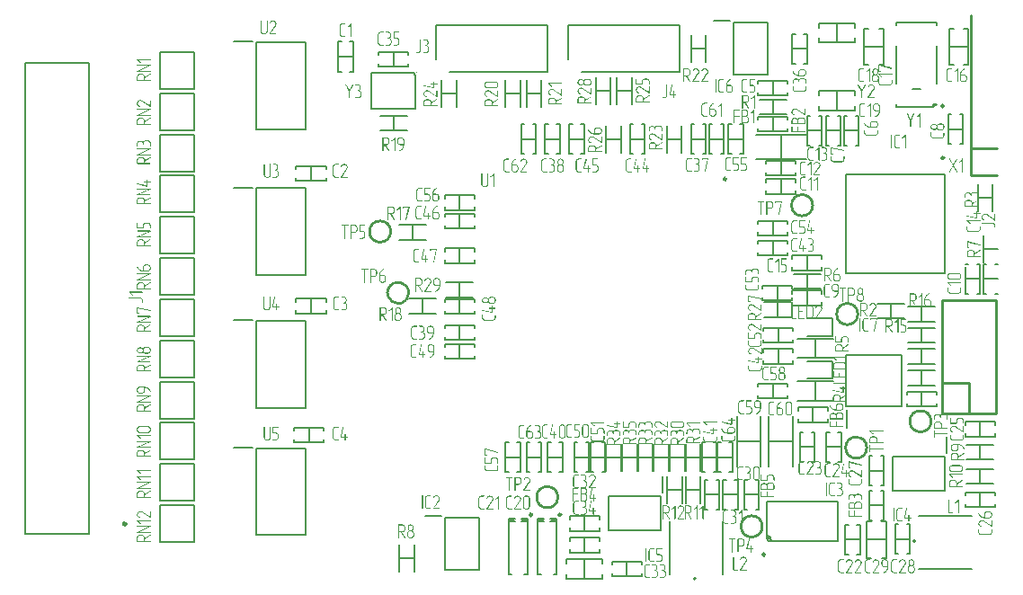
<source format=gto>
G04*
G04 #@! TF.GenerationSoftware,Altium Limited,Altium Designer,24.2.2 (26)*
G04*
G04 Layer_Color=65535*
%FSLAX44Y44*%
%MOMM*%
G71*
G04*
G04 #@! TF.SameCoordinates,00A82A7E-E9F6-4F9A-BCAE-F82A0DBAF845*
G04*
G04*
G04 #@! TF.FilePolarity,Positive*
G04*
G01*
G75*
%ADD10C,0.2540*%
%ADD11C,0.2500*%
%ADD12C,0.2000*%
%ADD13C,0.1000*%
%ADD14C,0.3810*%
%ADD15C,0.1500*%
%ADD16R,0.6000X0.1500*%
%ADD17R,0.6000X0.1500*%
G36*
X834750Y243500D02*
X834000Y246500D01*
X835500D01*
X838500Y243500D01*
Y241500D01*
X834750Y243500D01*
D02*
G37*
G36*
X990000Y650000D02*
X991000D01*
X994000Y653000D01*
X991000D01*
X990000Y652000D01*
Y650000D01*
D02*
G37*
G36*
X820069Y423447D02*
X820186Y423439D01*
X820319Y423423D01*
X820469Y423397D01*
X820627Y423364D01*
X820794Y423314D01*
X820802D01*
X820810Y423306D01*
X820835Y423298D01*
X820869Y423289D01*
X820910Y423273D01*
X820960Y423247D01*
X821085Y423198D01*
X821227Y423131D01*
X821402Y423048D01*
X821594Y422948D01*
X821802Y422831D01*
X828800Y418199D01*
Y422914D01*
X828808Y422948D01*
X828817Y422989D01*
X828833Y423039D01*
X828867Y423098D01*
X828900Y423148D01*
X828950Y423206D01*
X828958Y423214D01*
X828975Y423231D01*
X829008Y423256D01*
X829042Y423281D01*
X829150Y423331D01*
X829208Y423348D01*
X829267Y423356D01*
X829275D01*
X829300D01*
X829333Y423348D01*
X829375Y423339D01*
X829425Y423322D01*
X829475Y423306D01*
X829533Y423273D01*
X829592Y423231D01*
X829600Y423223D01*
X829616Y423206D01*
X829633Y423181D01*
X829658Y423148D01*
X829691Y423098D01*
X829708Y423039D01*
X829725Y422973D01*
X829733Y422889D01*
Y417299D01*
X829725Y417266D01*
X829716Y417224D01*
X829700Y417174D01*
X829675Y417116D01*
X829641Y417057D01*
X829592Y416999D01*
X829583Y416991D01*
X829566Y416982D01*
X829533Y416958D01*
X829483Y416932D01*
X829433Y416908D01*
X829375Y416891D01*
X829308Y416874D01*
X829233Y416866D01*
X829225D01*
X829208D01*
X829158Y416874D01*
X829083Y416891D01*
X829008Y416932D01*
X821277Y422048D01*
X820919Y422239D01*
X820585Y422381D01*
X820569Y422389D01*
X820527Y422398D01*
X820461Y422414D01*
X820377Y422439D01*
X820269Y422464D01*
X820152Y422481D01*
X820036Y422489D01*
X819902Y422498D01*
X819894D01*
X819861D01*
X819811Y422489D01*
X819744D01*
X819661Y422473D01*
X819569Y422456D01*
X819461Y422431D01*
X819352Y422406D01*
X819228Y422364D01*
X819103Y422314D01*
X818969Y422248D01*
X818836Y422173D01*
X818703Y422090D01*
X818569Y421981D01*
X818436Y421865D01*
X818311Y421731D01*
X818294Y421715D01*
X818261Y421673D01*
X818203Y421598D01*
X818136Y421506D01*
X818061Y421390D01*
X817978Y421256D01*
X817903Y421106D01*
X817828Y420940D01*
Y420931D01*
X817820Y420923D01*
X817811Y420898D01*
X817803Y420865D01*
X817770Y420773D01*
X817736Y420657D01*
X817703Y420515D01*
X817670Y420357D01*
X817653Y420190D01*
X817645Y420015D01*
Y419948D01*
X817653Y419907D01*
Y419848D01*
X817661Y419782D01*
X817678Y419707D01*
X817686Y419623D01*
X817728Y419440D01*
X817795Y419240D01*
X817886Y419024D01*
X817936Y418924D01*
X818003Y418815D01*
Y418807D01*
X818019Y418790D01*
X818045Y418765D01*
X818070Y418724D01*
X818111Y418674D01*
X818161Y418624D01*
X818219Y418565D01*
X818286Y418499D01*
X818369Y418432D01*
X818461Y418357D01*
X818561Y418282D01*
X818669Y418207D01*
X818794Y418132D01*
X818928Y418057D01*
X819069Y417990D01*
X819228Y417924D01*
X819236D01*
X819252Y417915D01*
X819277Y417899D01*
X819311Y417882D01*
X819386Y417832D01*
X819453Y417766D01*
Y417757D01*
X819461Y417749D01*
X819469Y417724D01*
X819486Y417691D01*
X819511Y417607D01*
X819536Y417499D01*
Y417466D01*
X819527Y417432D01*
X819519Y417382D01*
X819502Y417332D01*
X819486Y417274D01*
X819453Y417216D01*
X819411Y417157D01*
X819402Y417149D01*
X819386Y417132D01*
X819361Y417116D01*
X819319Y417091D01*
X819277Y417057D01*
X819219Y417041D01*
X819153Y417024D01*
X819078Y417016D01*
X818911Y417049D01*
X818894Y417057D01*
X818861Y417066D01*
X818803Y417091D01*
X818728Y417124D01*
X818628Y417166D01*
X818519Y417216D01*
X818403Y417274D01*
X818269Y417349D01*
X818136Y417432D01*
X817995Y417516D01*
X817853Y417616D01*
X817720Y417724D01*
X817578Y417849D01*
X817445Y417974D01*
X817320Y418116D01*
X817211Y418265D01*
X817203Y418274D01*
X817186Y418299D01*
X817161Y418340D01*
X817128Y418399D01*
X817095Y418465D01*
X817045Y418549D01*
X817003Y418649D01*
X816953Y418757D01*
X816903Y418874D01*
X816861Y419007D01*
X816812Y419149D01*
X816778Y419299D01*
X816745Y419457D01*
X816720Y419623D01*
X816703Y419790D01*
X816695Y419973D01*
Y420032D01*
X816703Y420107D01*
X816712Y420198D01*
X816720Y420315D01*
X816745Y420448D01*
X816770Y420598D01*
X816812Y420765D01*
X816861Y420948D01*
X816920Y421140D01*
X816995Y421331D01*
X817078Y421540D01*
X817186Y421740D01*
X817311Y421948D01*
X817453Y422156D01*
X817611Y422356D01*
X817620Y422373D01*
X817653Y422406D01*
X817711Y422456D01*
X817778Y422531D01*
X817878Y422614D01*
X817986Y422706D01*
X818111Y422806D01*
X818253Y422906D01*
X818419Y423006D01*
X818594Y423106D01*
X818778Y423198D01*
X818978Y423281D01*
X819194Y423356D01*
X819419Y423406D01*
X819661Y423447D01*
X819902Y423456D01*
X819911D01*
X819919D01*
X819944D01*
X819977D01*
X820069Y423447D01*
D02*
G37*
G36*
X826542Y414983D02*
X826584Y414975D01*
X826634Y414958D01*
X826684Y414941D01*
X826742Y414908D01*
X826801Y414866D01*
X826809Y414858D01*
X826826Y414841D01*
X826842Y414816D01*
X826867Y414783D01*
X826901Y414733D01*
X826917Y414675D01*
X826934Y414608D01*
X826942Y414525D01*
Y413125D01*
X829275D01*
X829283D01*
X829308D01*
X829350Y413117D01*
X829400Y413108D01*
X829458Y413092D01*
X829517Y413067D01*
X829575Y413033D01*
X829625Y412992D01*
X829633Y412984D01*
X829641Y412967D01*
X829658Y412942D01*
X829675Y412900D01*
X829700Y412850D01*
X829716Y412792D01*
X829725Y412733D01*
X829733Y412659D01*
Y412642D01*
X829725Y412617D01*
X829716Y412584D01*
X829708Y412534D01*
X829683Y412484D01*
X829658Y412409D01*
X829625Y412325D01*
X829616Y412317D01*
X829600Y412309D01*
X829575Y412284D01*
X829541Y412259D01*
X829492Y412234D01*
X829433Y412217D01*
X829358Y412200D01*
X829275Y412192D01*
X826942D01*
Y408901D01*
X826934Y408868D01*
X826926Y408818D01*
X826909Y408768D01*
X826892Y408710D01*
X826859Y408651D01*
X826817Y408601D01*
X826809Y408593D01*
X826792Y408585D01*
X826767Y408560D01*
X826726Y408535D01*
X826684Y408510D01*
X826626Y408493D01*
X826567Y408476D01*
X826501Y408468D01*
X826384Y408476D01*
X817078Y410342D01*
X817070D01*
X817045Y410351D01*
X817011Y410359D01*
X816978Y410376D01*
X816887Y410418D01*
X816845Y410459D01*
X816803Y410501D01*
X816703Y410784D01*
Y410817D01*
X816712Y410851D01*
X816720Y410901D01*
X816737Y410951D01*
X816761Y411009D01*
X816795Y411059D01*
X816836Y411117D01*
X816845Y411126D01*
X816861Y411142D01*
X816887Y411159D01*
X816920Y411192D01*
X816970Y411217D01*
X817028Y411234D01*
X817086Y411251D01*
X817161Y411259D01*
X817270Y411251D01*
X826009Y409501D01*
Y412192D01*
X823676D01*
X823668D01*
X823651D01*
X823618Y412200D01*
X823585Y412209D01*
X823535Y412225D01*
X823485Y412250D01*
X823426Y412284D01*
X823368Y412325D01*
X823360Y412334D01*
X823343Y412350D01*
X823318Y412384D01*
X823285Y412417D01*
X823260Y412467D01*
X823235Y412525D01*
X823218Y412592D01*
X823210Y412659D01*
Y412684D01*
X823218Y412717D01*
X823226Y412758D01*
X823243Y412808D01*
X823260Y412867D01*
X823293Y412917D01*
X823335Y412975D01*
X823343Y412984D01*
X823360Y413000D01*
X823385Y413025D01*
X823426Y413050D01*
X823476Y413075D01*
X823535Y413100D01*
X823601Y413117D01*
X823676Y413125D01*
X826009D01*
Y414558D01*
X826017Y414591D01*
X826026Y414633D01*
X826042Y414683D01*
X826076Y414733D01*
X826109Y414791D01*
X826159Y414841D01*
X826167Y414850D01*
X826184Y414866D01*
X826217Y414891D01*
X826251Y414916D01*
X826359Y414966D01*
X826417Y414983D01*
X826476Y414991D01*
X826484D01*
X826509D01*
X826542Y414983D01*
D02*
G37*
G36*
X829333Y406602D02*
X829375Y406593D01*
X829425Y406577D01*
X829475Y406560D01*
X829533Y406527D01*
X829592Y406485D01*
X829600Y406477D01*
X829616Y406460D01*
X829633Y406435D01*
X829658Y406402D01*
X829691Y406352D01*
X829708Y406293D01*
X829725Y406227D01*
X829733Y406144D01*
Y403778D01*
X829725Y403719D01*
X829716Y403644D01*
X829708Y403553D01*
X829691Y403436D01*
X829667Y403311D01*
X829633Y403178D01*
X829592Y403028D01*
X829533Y402869D01*
X829467Y402711D01*
X829392Y402545D01*
X829300Y402378D01*
X829192Y402211D01*
X829067Y402045D01*
X828925Y401878D01*
X828917Y401870D01*
X828883Y401845D01*
X828842Y401803D01*
X828775Y401745D01*
X828700Y401678D01*
X828608Y401611D01*
X828492Y401536D01*
X828367Y401453D01*
X828233Y401378D01*
X828084Y401295D01*
X827917Y401228D01*
X827742Y401161D01*
X827559Y401103D01*
X827359Y401062D01*
X827159Y401036D01*
X826942Y401028D01*
X819502D01*
X819486D01*
X819453D01*
X819394Y401036D01*
X819311Y401045D01*
X819219Y401053D01*
X819103Y401070D01*
X818978Y401095D01*
X818836Y401128D01*
X818686Y401170D01*
X818536Y401228D01*
X818369Y401295D01*
X818203Y401370D01*
X818036Y401461D01*
X817869Y401570D01*
X817703Y401695D01*
X817545Y401836D01*
X817536Y401845D01*
X817511Y401870D01*
X817470Y401920D01*
X817411Y401978D01*
X817353Y402061D01*
X817278Y402153D01*
X817203Y402261D01*
X817120Y402386D01*
X817045Y402528D01*
X816970Y402678D01*
X816895Y402844D01*
X816836Y403019D01*
X816778Y403203D01*
X816737Y403403D01*
X816712Y403611D01*
X816703Y403828D01*
Y406169D01*
X816712Y406202D01*
X816720Y406244D01*
X816737Y406293D01*
X816770Y406352D01*
X816803Y406402D01*
X816853Y406460D01*
X816861Y406469D01*
X816878Y406485D01*
X816911Y406510D01*
X816945Y406535D01*
X817053Y406585D01*
X817111Y406602D01*
X817170Y406610D01*
X817178D01*
X817203D01*
X817236Y406602D01*
X817278Y406593D01*
X817328Y406577D01*
X817378Y406560D01*
X817436Y406527D01*
X817495Y406485D01*
X817503Y406477D01*
X817520Y406460D01*
X817536Y406435D01*
X817561Y406402D01*
X817595Y406352D01*
X817611Y406293D01*
X817628Y406227D01*
X817636Y406144D01*
Y403753D01*
X817645Y403694D01*
X817653Y403628D01*
X817661Y403553D01*
X817678Y403469D01*
X817703Y403369D01*
X817770Y403161D01*
X817811Y403053D01*
X817861Y402944D01*
X817928Y402828D01*
X818003Y402719D01*
X818086Y402611D01*
X818178Y402503D01*
X818186Y402495D01*
X818203Y402478D01*
X818236Y402453D01*
X818269Y402420D01*
X818328Y402378D01*
X818386Y402328D01*
X818461Y402286D01*
X818544Y402236D01*
X818636Y402178D01*
X818736Y402136D01*
X818844Y402086D01*
X818961Y402045D01*
X819086Y402011D01*
X819219Y401986D01*
X819361Y401970D01*
X819502Y401961D01*
X826942D01*
X826951D01*
X826975D01*
X827017D01*
X827067Y401970D01*
X827134Y401978D01*
X827217Y401986D01*
X827300Y402003D01*
X827392Y402028D01*
X827600Y402095D01*
X827709Y402136D01*
X827817Y402186D01*
X827934Y402253D01*
X828042Y402328D01*
X828150Y402411D01*
X828259Y402503D01*
X828267Y402511D01*
X828283Y402528D01*
X828308Y402561D01*
X828342Y402603D01*
X828383Y402653D01*
X828434Y402719D01*
X828475Y402794D01*
X828525Y402878D01*
X828584Y402969D01*
X828625Y403069D01*
X828717Y403294D01*
X828750Y403419D01*
X828775Y403544D01*
X828792Y403686D01*
X828800Y403828D01*
Y406169D01*
X828808Y406202D01*
X828817Y406244D01*
X828833Y406293D01*
X828867Y406352D01*
X828900Y406402D01*
X828950Y406460D01*
X828958Y406469D01*
X828975Y406485D01*
X829008Y406510D01*
X829042Y406535D01*
X829150Y406585D01*
X829208Y406602D01*
X829267Y406610D01*
X829275D01*
X829300D01*
X829333Y406602D01*
D02*
G37*
G36*
X819855Y445739D02*
X819972Y445731D01*
X820105Y445714D01*
X820255Y445689D01*
X820413Y445656D01*
X820580Y445606D01*
X820588D01*
X820596Y445597D01*
X820621Y445589D01*
X820655Y445581D01*
X820696Y445564D01*
X820746Y445539D01*
X820871Y445489D01*
X821013Y445422D01*
X821188Y445339D01*
X821380Y445239D01*
X821588Y445122D01*
X828586Y440490D01*
Y445206D01*
X828594Y445239D01*
X828603Y445281D01*
X828619Y445331D01*
X828653Y445389D01*
X828686Y445439D01*
X828736Y445497D01*
X828744Y445506D01*
X828761Y445522D01*
X828794Y445547D01*
X828828Y445572D01*
X828936Y445622D01*
X828994Y445639D01*
X829053Y445647D01*
X829061D01*
X829086D01*
X829119Y445639D01*
X829161Y445631D01*
X829211Y445614D01*
X829261Y445597D01*
X829319Y445564D01*
X829378Y445522D01*
X829386Y445514D01*
X829402Y445497D01*
X829419Y445472D01*
X829444Y445439D01*
X829477Y445389D01*
X829494Y445331D01*
X829511Y445264D01*
X829519Y445181D01*
Y439590D01*
X829511Y439557D01*
X829502Y439515D01*
X829486Y439465D01*
X829461Y439407D01*
X829427Y439349D01*
X829378Y439291D01*
X829369Y439282D01*
X829352Y439274D01*
X829319Y439249D01*
X829269Y439224D01*
X829219Y439199D01*
X829161Y439182D01*
X829094Y439166D01*
X829019Y439157D01*
X829011D01*
X828994D01*
X828944Y439166D01*
X828869Y439182D01*
X828794Y439224D01*
X821063Y444339D01*
X820705Y444531D01*
X820371Y444673D01*
X820355Y444681D01*
X820313Y444689D01*
X820247Y444706D01*
X820163Y444731D01*
X820055Y444756D01*
X819938Y444772D01*
X819822Y444781D01*
X819688Y444789D01*
X819680D01*
X819647D01*
X819597Y444781D01*
X819530D01*
X819447Y444764D01*
X819355Y444748D01*
X819247Y444723D01*
X819138Y444697D01*
X819014Y444656D01*
X818888Y444606D01*
X818755Y444539D01*
X818622Y444464D01*
X818489Y444381D01*
X818355Y444273D01*
X818222Y444156D01*
X818097Y444023D01*
X818080Y444006D01*
X818047Y443964D01*
X817989Y443889D01*
X817922Y443798D01*
X817847Y443681D01*
X817764Y443548D01*
X817689Y443398D01*
X817614Y443231D01*
Y443223D01*
X817606Y443214D01*
X817597Y443190D01*
X817589Y443156D01*
X817555Y443065D01*
X817522Y442948D01*
X817489Y442806D01*
X817456Y442648D01*
X817439Y442481D01*
X817431Y442306D01*
Y442240D01*
X817439Y442198D01*
Y442140D01*
X817447Y442073D01*
X817464Y441998D01*
X817472Y441915D01*
X817514Y441732D01*
X817580Y441532D01*
X817672Y441315D01*
X817722Y441215D01*
X817789Y441107D01*
Y441098D01*
X817805Y441082D01*
X817831Y441057D01*
X817856Y441015D01*
X817897Y440965D01*
X817947Y440915D01*
X818005Y440857D01*
X818072Y440790D01*
X818155Y440723D01*
X818247Y440648D01*
X818347Y440574D01*
X818455Y440499D01*
X818580Y440424D01*
X818714Y440349D01*
X818855Y440282D01*
X819014Y440215D01*
X819022D01*
X819038Y440207D01*
X819063Y440190D01*
X819097Y440174D01*
X819172Y440124D01*
X819238Y440057D01*
Y440049D01*
X819247Y440040D01*
X819255Y440015D01*
X819272Y439982D01*
X819297Y439899D01*
X819322Y439790D01*
Y439757D01*
X819313Y439724D01*
X819305Y439674D01*
X819288Y439624D01*
X819272Y439566D01*
X819238Y439507D01*
X819197Y439449D01*
X819189Y439440D01*
X819172Y439424D01*
X819147Y439407D01*
X819105Y439382D01*
X819063Y439349D01*
X819005Y439332D01*
X818939Y439315D01*
X818864Y439307D01*
X818697Y439341D01*
X818680Y439349D01*
X818647Y439357D01*
X818589Y439382D01*
X818514Y439416D01*
X818414Y439457D01*
X818305Y439507D01*
X818189Y439566D01*
X818055Y439640D01*
X817922Y439724D01*
X817781Y439807D01*
X817639Y439907D01*
X817506Y440015D01*
X817364Y440140D01*
X817231Y440265D01*
X817106Y440407D01*
X816997Y440557D01*
X816989Y440565D01*
X816972Y440590D01*
X816947Y440632D01*
X816914Y440690D01*
X816881Y440757D01*
X816831Y440840D01*
X816789Y440940D01*
X816739Y441048D01*
X816689Y441165D01*
X816647Y441298D01*
X816598Y441440D01*
X816564Y441590D01*
X816531Y441748D01*
X816506Y441915D01*
X816489Y442081D01*
X816481Y442265D01*
Y442323D01*
X816489Y442398D01*
X816497Y442490D01*
X816506Y442606D01*
X816531Y442740D01*
X816556Y442890D01*
X816598Y443056D01*
X816647Y443240D01*
X816706Y443431D01*
X816781Y443623D01*
X816864Y443831D01*
X816972Y444031D01*
X817097Y444239D01*
X817239Y444448D01*
X817397Y444647D01*
X817406Y444664D01*
X817439Y444697D01*
X817497Y444748D01*
X817564Y444823D01*
X817664Y444906D01*
X817772Y444997D01*
X817897Y445097D01*
X818039Y445197D01*
X818205Y445297D01*
X818380Y445397D01*
X818564Y445489D01*
X818764Y445572D01*
X818980Y445647D01*
X819205Y445697D01*
X819447Y445739D01*
X819688Y445747D01*
X819697D01*
X819705D01*
X819730D01*
X819763D01*
X819855Y445739D01*
D02*
G37*
G36*
X826836Y437274D02*
X826920Y437266D01*
X827020Y437258D01*
X827136Y437241D01*
X827261Y437216D01*
X827403Y437183D01*
X827553Y437133D01*
X827711Y437083D01*
X827878Y437016D01*
X828045Y436933D01*
X828211Y436841D01*
X828378Y436733D01*
X828544Y436600D01*
X828703Y436458D01*
X828711Y436450D01*
X828736Y436425D01*
X828778Y436375D01*
X828828Y436316D01*
X828894Y436233D01*
X828961Y436141D01*
X829036Y436033D01*
X829111Y435908D01*
X829186Y435775D01*
X829261Y435625D01*
X829327Y435458D01*
X829394Y435292D01*
X829444Y435108D01*
X829486Y434908D01*
X829511Y434708D01*
X829519Y434500D01*
Y432126D01*
X829511Y432084D01*
X829502Y432042D01*
X829486Y431984D01*
X829469Y431926D01*
X829436Y431867D01*
X829394Y431817D01*
X829386Y431809D01*
X829369Y431801D01*
X829336Y431784D01*
X829294Y431759D01*
X829244Y431734D01*
X829186Y431717D01*
X829119Y431709D01*
X829053Y431701D01*
X829044D01*
X829036D01*
X829011Y431709D01*
X828978Y431717D01*
X828936Y431726D01*
X828894Y431751D01*
X828836Y431776D01*
X828769Y431809D01*
X828761Y431817D01*
X828744Y431834D01*
X828711Y431859D01*
X828678Y431901D01*
X828644Y431942D01*
X828611Y432009D01*
X828594Y432076D01*
X828586Y432159D01*
Y434567D01*
X828578Y434625D01*
X828569Y434692D01*
X828561Y434767D01*
X828544Y434850D01*
X828519Y434950D01*
X828453Y435150D01*
X828411Y435267D01*
X828361Y435375D01*
X828303Y435483D01*
X828228Y435600D01*
X828145Y435708D01*
X828053Y435808D01*
X828045Y435816D01*
X828028Y435833D01*
X827995Y435858D01*
X827953Y435891D01*
X827903Y435933D01*
X827836Y435983D01*
X827770Y436025D01*
X827686Y436083D01*
X827595Y436133D01*
X827495Y436175D01*
X827261Y436266D01*
X827145Y436300D01*
X827011Y436325D01*
X826870Y436341D01*
X826728Y436350D01*
X824870D01*
X824862D01*
X824837D01*
X824795D01*
X824737Y436341D01*
X824670Y436333D01*
X824595Y436325D01*
X824512Y436308D01*
X824412Y436283D01*
X824212Y436216D01*
X824096Y436175D01*
X823987Y436125D01*
X823879Y436058D01*
X823762Y435983D01*
X823654Y435900D01*
X823554Y435808D01*
X823546Y435800D01*
X823529Y435783D01*
X823504Y435750D01*
X823471Y435708D01*
X823429Y435658D01*
X823379Y435600D01*
X823337Y435525D01*
X823279Y435442D01*
X823229Y435350D01*
X823187Y435250D01*
X823096Y435025D01*
X823063Y434900D01*
X823037Y434775D01*
X823021Y434633D01*
X823012Y434492D01*
Y432142D01*
X823004Y432084D01*
X822988Y432017D01*
X822954Y431934D01*
X822904Y431842D01*
X822821Y431776D01*
X822763Y431743D01*
X822704Y431717D01*
X822638Y431709D01*
X822554Y431701D01*
X816956D01*
X816947D01*
X816939D01*
X816881Y431709D01*
X816806Y431726D01*
X816722Y431759D01*
X816639Y431809D01*
X816564Y431892D01*
X816531Y431951D01*
X816506Y432009D01*
X816497Y432076D01*
X816489Y432159D01*
Y436841D01*
X816497Y436875D01*
X816506Y436916D01*
X816523Y436966D01*
X816556Y437024D01*
X816589Y437074D01*
X816639Y437133D01*
X816647Y437141D01*
X816664Y437158D01*
X816697Y437183D01*
X816731Y437208D01*
X816839Y437258D01*
X816897Y437274D01*
X816956Y437283D01*
X816964D01*
X816989D01*
X817022Y437274D01*
X817064Y437266D01*
X817114Y437249D01*
X817164Y437233D01*
X817222Y437199D01*
X817281Y437158D01*
X817289Y437149D01*
X817306Y437133D01*
X817322Y437108D01*
X817347Y437066D01*
X817381Y437016D01*
X817397Y436958D01*
X817414Y436891D01*
X817422Y436816D01*
Y432634D01*
X822079D01*
Y434550D01*
X822088Y434608D01*
X822096Y434692D01*
X822104Y434792D01*
X822121Y434908D01*
X822146Y435033D01*
X822179Y435175D01*
X822229Y435325D01*
X822279Y435483D01*
X822346Y435642D01*
X822429Y435808D01*
X822521Y435975D01*
X822629Y436141D01*
X822763Y436300D01*
X822904Y436458D01*
X822913Y436466D01*
X822937Y436491D01*
X822988Y436533D01*
X823046Y436591D01*
X823129Y436650D01*
X823221Y436716D01*
X823329Y436791D01*
X823454Y436875D01*
X823596Y436950D01*
X823746Y437024D01*
X823904Y437091D01*
X824079Y437158D01*
X824262Y437208D01*
X824454Y437249D01*
X824662Y437274D01*
X824870Y437283D01*
X826728D01*
X826745D01*
X826778D01*
X826836Y437274D01*
D02*
G37*
G36*
X829119Y429826D02*
X829161Y429818D01*
X829211Y429801D01*
X829261Y429785D01*
X829319Y429751D01*
X829378Y429710D01*
X829386Y429701D01*
X829402Y429685D01*
X829419Y429660D01*
X829444Y429626D01*
X829477Y429576D01*
X829494Y429518D01*
X829511Y429451D01*
X829519Y429368D01*
Y427002D01*
X829511Y426944D01*
X829502Y426869D01*
X829494Y426777D01*
X829477Y426660D01*
X829453Y426535D01*
X829419Y426402D01*
X829378Y426252D01*
X829319Y426094D01*
X829252Y425936D01*
X829178Y425769D01*
X829086Y425602D01*
X828978Y425436D01*
X828853Y425269D01*
X828711Y425103D01*
X828703Y425094D01*
X828669Y425069D01*
X828628Y425028D01*
X828561Y424969D01*
X828486Y424903D01*
X828394Y424836D01*
X828278Y424761D01*
X828153Y424678D01*
X828019Y424603D01*
X827870Y424519D01*
X827703Y424453D01*
X827528Y424386D01*
X827345Y424328D01*
X827145Y424286D01*
X826945Y424261D01*
X826728Y424253D01*
X819288D01*
X819272D01*
X819238D01*
X819180Y424261D01*
X819097Y424269D01*
X819005Y424278D01*
X818888Y424294D01*
X818764Y424319D01*
X818622Y424353D01*
X818472Y424394D01*
X818322Y424453D01*
X818155Y424519D01*
X817989Y424594D01*
X817822Y424686D01*
X817655Y424794D01*
X817489Y424919D01*
X817331Y425061D01*
X817322Y425069D01*
X817297Y425094D01*
X817256Y425144D01*
X817197Y425202D01*
X817139Y425286D01*
X817064Y425377D01*
X816989Y425486D01*
X816906Y425611D01*
X816831Y425752D01*
X816756Y425902D01*
X816681Y426069D01*
X816622Y426244D01*
X816564Y426427D01*
X816523Y426627D01*
X816497Y426835D01*
X816489Y427052D01*
Y429393D01*
X816497Y429426D01*
X816506Y429468D01*
X816523Y429518D01*
X816556Y429576D01*
X816589Y429626D01*
X816639Y429685D01*
X816647Y429693D01*
X816664Y429710D01*
X816697Y429735D01*
X816731Y429760D01*
X816839Y429810D01*
X816897Y429826D01*
X816956Y429835D01*
X816964D01*
X816989D01*
X817022Y429826D01*
X817064Y429818D01*
X817114Y429801D01*
X817164Y429785D01*
X817222Y429751D01*
X817281Y429710D01*
X817289Y429701D01*
X817306Y429685D01*
X817322Y429660D01*
X817347Y429626D01*
X817381Y429576D01*
X817397Y429518D01*
X817414Y429451D01*
X817422Y429368D01*
Y426977D01*
X817431Y426919D01*
X817439Y426852D01*
X817447Y426777D01*
X817464Y426694D01*
X817489Y426594D01*
X817555Y426385D01*
X817597Y426277D01*
X817647Y426169D01*
X817714Y426052D01*
X817789Y425944D01*
X817872Y425836D01*
X817964Y425727D01*
X817972Y425719D01*
X817989Y425702D01*
X818022Y425677D01*
X818055Y425644D01*
X818114Y425602D01*
X818172Y425552D01*
X818247Y425511D01*
X818330Y425461D01*
X818422Y425402D01*
X818522Y425361D01*
X818630Y425311D01*
X818747Y425269D01*
X818872Y425236D01*
X819005Y425211D01*
X819147Y425194D01*
X819288Y425186D01*
X826728D01*
X826737D01*
X826761D01*
X826803D01*
X826853Y425194D01*
X826920Y425202D01*
X827003Y425211D01*
X827086Y425228D01*
X827178Y425252D01*
X827386Y425319D01*
X827495Y425361D01*
X827603Y425411D01*
X827720Y425477D01*
X827828Y425552D01*
X827936Y425636D01*
X828045Y425727D01*
X828053Y425736D01*
X828070Y425752D01*
X828094Y425786D01*
X828128Y425827D01*
X828169Y425877D01*
X828220Y425944D01*
X828261Y426019D01*
X828311Y426102D01*
X828369Y426194D01*
X828411Y426294D01*
X828503Y426519D01*
X828536Y426644D01*
X828561Y426769D01*
X828578Y426910D01*
X828586Y427052D01*
Y429393D01*
X828594Y429426D01*
X828603Y429468D01*
X828619Y429518D01*
X828653Y429576D01*
X828686Y429626D01*
X828736Y429685D01*
X828744Y429693D01*
X828761Y429710D01*
X828794Y429735D01*
X828828Y429760D01*
X828936Y429810D01*
X828994Y429826D01*
X829053Y429835D01*
X829061D01*
X829086D01*
X829119Y429826D01*
D02*
G37*
G36*
X581873Y284002D02*
X581914Y283994D01*
X581964Y283978D01*
X582023Y283961D01*
X582072Y283927D01*
X582131Y283886D01*
X582139Y283878D01*
X582156Y283861D01*
X582181Y283836D01*
X582206Y283794D01*
X582231Y283753D01*
X582256Y283694D01*
X582272Y283628D01*
X582281Y283553D01*
Y271439D01*
Y271431D01*
Y271406D01*
X582272Y271364D01*
X582264Y271314D01*
X582248Y271256D01*
X582223Y271197D01*
X582189Y271139D01*
X582147Y271089D01*
X582139Y271081D01*
X582122Y271073D01*
X582098Y271056D01*
X582056Y271039D01*
X582006Y271014D01*
X581948Y270998D01*
X581889Y270989D01*
X581814Y270981D01*
X581798D01*
X581773Y270989D01*
X581739Y270998D01*
X581689Y271006D01*
X581639Y271031D01*
X581564Y271056D01*
X581481Y271089D01*
X581473Y271098D01*
X581464Y271114D01*
X581439Y271139D01*
X581414Y271173D01*
X581389Y271222D01*
X581373Y271281D01*
X581356Y271356D01*
X581348Y271439D01*
Y282428D01*
X579348Y280420D01*
X579340Y280412D01*
X579323Y280403D01*
X579298Y280378D01*
X579257Y280353D01*
X579215Y280328D01*
X579157Y280312D01*
X579098Y280295D01*
X579032Y280287D01*
X578998D01*
X578965Y280295D01*
X578915Y280303D01*
X578865Y280320D01*
X578807Y280345D01*
X578757Y280378D01*
X578698Y280420D01*
X578690Y280428D01*
X578682Y280445D01*
X578657Y280478D01*
X578632Y280520D01*
X578607Y280570D01*
X578590Y280628D01*
X578573Y280687D01*
X578565Y280762D01*
Y280778D01*
X578573Y280795D01*
X578582Y280828D01*
X578598Y280870D01*
X578623Y280928D01*
X578657Y280995D01*
X578698Y281078D01*
X581481Y283878D01*
X581489Y283886D01*
X581506Y283902D01*
X581531Y283919D01*
X581573Y283944D01*
X581623Y283969D01*
X581673Y283994D01*
X581739Y284002D01*
X581806Y284011D01*
X581839D01*
X581873Y284002D01*
D02*
G37*
G36*
X573416Y284011D02*
X573508Y284002D01*
X573625Y283994D01*
X573758Y283969D01*
X573908Y283944D01*
X574075Y283902D01*
X574258Y283853D01*
X574450Y283794D01*
X574641Y283719D01*
X574849Y283636D01*
X575049Y283528D01*
X575258Y283403D01*
X575466Y283261D01*
X575666Y283103D01*
X575682Y283094D01*
X575716Y283061D01*
X575766Y283003D01*
X575841Y282936D01*
X575924Y282836D01*
X576016Y282728D01*
X576116Y282603D01*
X576216Y282461D01*
X576316Y282295D01*
X576416Y282120D01*
X576507Y281936D01*
X576591Y281736D01*
X576666Y281520D01*
X576716Y281295D01*
X576757Y281053D01*
X576766Y280812D01*
Y280803D01*
Y280795D01*
Y280770D01*
Y280737D01*
X576757Y280645D01*
X576749Y280528D01*
X576732Y280395D01*
X576707Y280245D01*
X576674Y280087D01*
X576624Y279920D01*
Y279912D01*
X576616Y279904D01*
X576607Y279879D01*
X576599Y279845D01*
X576582Y279804D01*
X576557Y279754D01*
X576507Y279629D01*
X576441Y279487D01*
X576357Y279312D01*
X576257Y279120D01*
X576141Y278912D01*
X571509Y271914D01*
X576224D01*
X576257Y271906D01*
X576299Y271897D01*
X576349Y271881D01*
X576407Y271847D01*
X576457Y271814D01*
X576516Y271764D01*
X576524Y271756D01*
X576541Y271739D01*
X576566Y271706D01*
X576591Y271672D01*
X576641Y271564D01*
X576657Y271506D01*
X576666Y271447D01*
Y271439D01*
Y271414D01*
X576657Y271381D01*
X576649Y271339D01*
X576632Y271289D01*
X576616Y271239D01*
X576582Y271181D01*
X576541Y271122D01*
X576532Y271114D01*
X576516Y271098D01*
X576491Y271081D01*
X576457Y271056D01*
X576407Y271022D01*
X576349Y271006D01*
X576282Y270989D01*
X576199Y270981D01*
X570609D01*
X570575Y270989D01*
X570534Y270998D01*
X570484Y271014D01*
X570425Y271039D01*
X570367Y271073D01*
X570309Y271122D01*
X570301Y271131D01*
X570292Y271147D01*
X570267Y271181D01*
X570242Y271231D01*
X570217Y271281D01*
X570201Y271339D01*
X570184Y271406D01*
X570176Y271481D01*
Y271489D01*
Y271506D01*
X570184Y271556D01*
X570201Y271631D01*
X570242Y271706D01*
X575358Y279437D01*
X575549Y279795D01*
X575691Y280128D01*
X575699Y280145D01*
X575708Y280187D01*
X575724Y280254D01*
X575749Y280337D01*
X575774Y280445D01*
X575791Y280562D01*
X575799Y280678D01*
X575807Y280812D01*
Y280820D01*
Y280853D01*
X575799Y280903D01*
Y280970D01*
X575783Y281053D01*
X575766Y281145D01*
X575741Y281253D01*
X575716Y281362D01*
X575674Y281486D01*
X575624Y281611D01*
X575558Y281745D01*
X575483Y281878D01*
X575399Y282011D01*
X575291Y282145D01*
X575174Y282278D01*
X575041Y282403D01*
X575024Y282420D01*
X574983Y282453D01*
X574908Y282511D01*
X574816Y282578D01*
X574699Y282653D01*
X574566Y282736D01*
X574416Y282811D01*
X574249Y282886D01*
X574241D01*
X574233Y282894D01*
X574208Y282903D01*
X574175Y282911D01*
X574083Y282944D01*
X573966Y282978D01*
X573825Y283011D01*
X573666Y283044D01*
X573500Y283061D01*
X573325Y283069D01*
X573258D01*
X573217Y283061D01*
X573158D01*
X573092Y283053D01*
X573017Y283036D01*
X572933Y283028D01*
X572750Y282986D01*
X572550Y282919D01*
X572333Y282828D01*
X572233Y282778D01*
X572125Y282711D01*
X572117D01*
X572100Y282694D01*
X572075Y282670D01*
X572034Y282645D01*
X571983Y282603D01*
X571934Y282553D01*
X571875Y282495D01*
X571809Y282428D01*
X571742Y282345D01*
X571667Y282253D01*
X571592Y282153D01*
X571517Y282045D01*
X571442Y281920D01*
X571367Y281786D01*
X571300Y281645D01*
X571234Y281486D01*
Y281478D01*
X571225Y281462D01*
X571209Y281437D01*
X571192Y281403D01*
X571142Y281328D01*
X571075Y281262D01*
X571067D01*
X571059Y281253D01*
X571034Y281245D01*
X571000Y281228D01*
X570917Y281203D01*
X570809Y281178D01*
X570775D01*
X570742Y281187D01*
X570692Y281195D01*
X570642Y281212D01*
X570584Y281228D01*
X570526Y281262D01*
X570467Y281303D01*
X570459Y281311D01*
X570442Y281328D01*
X570425Y281353D01*
X570401Y281395D01*
X570367Y281437D01*
X570350Y281495D01*
X570334Y281562D01*
X570326Y281636D01*
X570359Y281803D01*
X570367Y281820D01*
X570376Y281853D01*
X570401Y281911D01*
X570434Y281986D01*
X570476Y282086D01*
X570526Y282195D01*
X570584Y282311D01*
X570659Y282445D01*
X570742Y282578D01*
X570825Y282719D01*
X570925Y282861D01*
X571034Y282994D01*
X571159Y283136D01*
X571284Y283269D01*
X571425Y283394D01*
X571575Y283503D01*
X571584Y283511D01*
X571609Y283528D01*
X571650Y283553D01*
X571708Y283586D01*
X571775Y283619D01*
X571858Y283669D01*
X571959Y283711D01*
X572067Y283761D01*
X572183Y283811D01*
X572317Y283853D01*
X572458Y283902D01*
X572608Y283936D01*
X572767Y283969D01*
X572933Y283994D01*
X573100Y284011D01*
X573283Y284019D01*
X573341D01*
X573416Y284011D01*
D02*
G37*
G36*
X567893Y284002D02*
X567934Y283994D01*
X567985Y283978D01*
X568043Y283944D01*
X568093Y283911D01*
X568151Y283861D01*
X568159Y283853D01*
X568176Y283836D01*
X568201Y283803D01*
X568226Y283769D01*
X568276Y283661D01*
X568293Y283603D01*
X568301Y283544D01*
Y283536D01*
Y283511D01*
X568293Y283478D01*
X568284Y283436D01*
X568268Y283386D01*
X568251Y283336D01*
X568218Y283278D01*
X568176Y283219D01*
X568168Y283211D01*
X568151Y283194D01*
X568126Y283178D01*
X568093Y283153D01*
X568043Y283119D01*
X567985Y283103D01*
X567918Y283086D01*
X567835Y283078D01*
X565443D01*
X565385Y283069D01*
X565318Y283061D01*
X565243Y283053D01*
X565160Y283036D01*
X565060Y283011D01*
X564852Y282944D01*
X564744Y282903D01*
X564635Y282853D01*
X564519Y282786D01*
X564410Y282711D01*
X564302Y282628D01*
X564194Y282536D01*
X564185Y282528D01*
X564169Y282511D01*
X564144Y282478D01*
X564110Y282445D01*
X564069Y282386D01*
X564019Y282328D01*
X563977Y282253D01*
X563927Y282170D01*
X563869Y282078D01*
X563827Y281978D01*
X563777Y281870D01*
X563736Y281753D01*
X563702Y281628D01*
X563677Y281495D01*
X563661Y281353D01*
X563652Y281212D01*
Y273772D01*
Y273764D01*
Y273738D01*
Y273697D01*
X563661Y273647D01*
X563669Y273580D01*
X563677Y273497D01*
X563694Y273414D01*
X563719Y273322D01*
X563786Y273114D01*
X563827Y273005D01*
X563877Y272897D01*
X563944Y272780D01*
X564019Y272672D01*
X564102Y272564D01*
X564194Y272456D01*
X564202Y272447D01*
X564219Y272430D01*
X564252Y272405D01*
X564294Y272372D01*
X564344Y272330D01*
X564410Y272281D01*
X564485Y272239D01*
X564569Y272189D01*
X564660Y272131D01*
X564760Y272089D01*
X564985Y271997D01*
X565110Y271964D01*
X565235Y271939D01*
X565377Y271922D01*
X565518Y271914D01*
X567859D01*
X567893Y271906D01*
X567934Y271897D01*
X567985Y271881D01*
X568043Y271847D01*
X568093Y271814D01*
X568151Y271764D01*
X568159Y271756D01*
X568176Y271739D01*
X568201Y271706D01*
X568226Y271672D01*
X568276Y271564D01*
X568293Y271506D01*
X568301Y271447D01*
Y271439D01*
Y271414D01*
X568293Y271381D01*
X568284Y271339D01*
X568268Y271289D01*
X568251Y271239D01*
X568218Y271181D01*
X568176Y271122D01*
X568168Y271114D01*
X568151Y271098D01*
X568126Y271081D01*
X568093Y271056D01*
X568043Y271022D01*
X567985Y271006D01*
X567918Y270989D01*
X567835Y270981D01*
X565468D01*
X565410Y270989D01*
X565335Y270998D01*
X565243Y271006D01*
X565127Y271022D01*
X565002Y271047D01*
X564869Y271081D01*
X564719Y271122D01*
X564560Y271181D01*
X564402Y271247D01*
X564235Y271322D01*
X564069Y271414D01*
X563902Y271522D01*
X563736Y271647D01*
X563569Y271789D01*
X563561Y271797D01*
X563536Y271831D01*
X563494Y271872D01*
X563436Y271939D01*
X563369Y272014D01*
X563302Y272106D01*
X563227Y272222D01*
X563144Y272347D01*
X563069Y272481D01*
X562986Y272630D01*
X562919Y272797D01*
X562853Y272972D01*
X562794Y273155D01*
X562752Y273355D01*
X562728Y273555D01*
X562719Y273772D01*
Y281212D01*
Y281228D01*
Y281262D01*
X562728Y281320D01*
X562736Y281403D01*
X562744Y281495D01*
X562761Y281611D01*
X562786Y281736D01*
X562819Y281878D01*
X562861Y282028D01*
X562919Y282178D01*
X562986Y282345D01*
X563061Y282511D01*
X563152Y282678D01*
X563261Y282845D01*
X563386Y283011D01*
X563527Y283169D01*
X563536Y283178D01*
X563561Y283203D01*
X563611Y283244D01*
X563669Y283303D01*
X563752Y283361D01*
X563844Y283436D01*
X563952Y283511D01*
X564077Y283594D01*
X564219Y283669D01*
X564369Y283744D01*
X564535Y283819D01*
X564710Y283878D01*
X564894Y283936D01*
X565094Y283978D01*
X565302Y284002D01*
X565518Y284011D01*
X567859D01*
X567893Y284002D01*
D02*
G37*
G36*
X608477D02*
X608560D01*
X608660Y283986D01*
X608777Y283969D01*
X608902Y283944D01*
X609044Y283911D01*
X609202Y283869D01*
X609360Y283811D01*
X609518Y283744D01*
X609685Y283669D01*
X609852Y283569D01*
X610018Y283461D01*
X610185Y283336D01*
X610343Y283194D01*
X610351Y283186D01*
X610377Y283161D01*
X610418Y283111D01*
X610476Y283053D01*
X610535Y282969D01*
X610610Y282878D01*
X610685Y282761D01*
X610760Y282645D01*
X610835Y282503D01*
X610910Y282353D01*
X610985Y282186D01*
X611043Y282011D01*
X611101Y281828D01*
X611143Y281628D01*
X611168Y281428D01*
X611176Y281212D01*
Y273772D01*
Y273755D01*
Y273722D01*
X611168Y273664D01*
X611160Y273580D01*
X611151Y273480D01*
X611135Y273364D01*
X611110Y273239D01*
X611076Y273097D01*
X611026Y272947D01*
X610976Y272789D01*
X610910Y272622D01*
X610826Y272456D01*
X610735Y272289D01*
X610626Y272122D01*
X610493Y271956D01*
X610351Y271797D01*
X610343Y271789D01*
X610318Y271764D01*
X610268Y271722D01*
X610210Y271672D01*
X610127Y271606D01*
X610035Y271539D01*
X609918Y271464D01*
X609802Y271389D01*
X609660Y271314D01*
X609510Y271239D01*
X609343Y271173D01*
X609169Y271106D01*
X608985Y271056D01*
X608785Y271014D01*
X608585Y270989D01*
X608369Y270981D01*
X607394D01*
X607336Y270989D01*
X607261Y270998D01*
X607169Y271006D01*
X607061Y271022D01*
X606936Y271047D01*
X606802Y271081D01*
X606652Y271122D01*
X606502Y271181D01*
X606336Y271247D01*
X606178Y271322D01*
X606011Y271414D01*
X605844Y271522D01*
X605678Y271647D01*
X605511Y271789D01*
X605503Y271797D01*
X605478Y271822D01*
X605436Y271872D01*
X605378Y271931D01*
X605311Y272014D01*
X605236Y272106D01*
X605161Y272214D01*
X605086Y272339D01*
X605003Y272481D01*
X604928Y272630D01*
X604853Y272789D01*
X604786Y272964D01*
X604736Y273155D01*
X604686Y273347D01*
X604661Y273555D01*
X604653Y273772D01*
Y281212D01*
Y281228D01*
Y281262D01*
X604661Y281320D01*
X604670Y281403D01*
X604678Y281495D01*
X604695Y281611D01*
X604720Y281736D01*
X604753Y281878D01*
X604795Y282028D01*
X604853Y282178D01*
X604920Y282345D01*
X604995Y282511D01*
X605086Y282678D01*
X605195Y282845D01*
X605320Y283011D01*
X605461Y283169D01*
X605469Y283178D01*
X605494Y283203D01*
X605544Y283244D01*
X605603Y283303D01*
X605686Y283361D01*
X605778Y283436D01*
X605886Y283511D01*
X606011Y283594D01*
X606153Y283669D01*
X606302Y283744D01*
X606461Y283819D01*
X606636Y283878D01*
X606827Y283936D01*
X607019Y283978D01*
X607227Y284002D01*
X607444Y284011D01*
X608419D01*
X608477Y284002D01*
D02*
G37*
G36*
X599521Y284011D02*
X599613Y284002D01*
X599729Y283994D01*
X599863Y283969D01*
X600013Y283944D01*
X600179Y283902D01*
X600362Y283853D01*
X600554Y283794D01*
X600746Y283719D01*
X600954Y283636D01*
X601154Y283528D01*
X601362Y283403D01*
X601570Y283261D01*
X601770Y283103D01*
X601787Y283094D01*
X601820Y283061D01*
X601870Y283003D01*
X601945Y282936D01*
X602029Y282836D01*
X602120Y282728D01*
X602220Y282603D01*
X602320Y282461D01*
X602420Y282295D01*
X602520Y282120D01*
X602612Y281936D01*
X602695Y281736D01*
X602770Y281520D01*
X602820Y281295D01*
X602862Y281053D01*
X602870Y280812D01*
Y280803D01*
Y280795D01*
Y280770D01*
Y280737D01*
X602862Y280645D01*
X602853Y280528D01*
X602837Y280395D01*
X602812Y280245D01*
X602778Y280087D01*
X602729Y279920D01*
Y279912D01*
X602720Y279904D01*
X602712Y279879D01*
X602704Y279845D01*
X602687Y279804D01*
X602662Y279754D01*
X602612Y279629D01*
X602545Y279487D01*
X602462Y279312D01*
X602362Y279120D01*
X602245Y278912D01*
X597613Y271914D01*
X602329D01*
X602362Y271906D01*
X602403Y271897D01*
X602453Y271881D01*
X602512Y271847D01*
X602562Y271814D01*
X602620Y271764D01*
X602629Y271756D01*
X602645Y271739D01*
X602670Y271706D01*
X602695Y271672D01*
X602745Y271564D01*
X602762Y271506D01*
X602770Y271447D01*
Y271439D01*
Y271414D01*
X602762Y271381D01*
X602753Y271339D01*
X602737Y271289D01*
X602720Y271239D01*
X602687Y271181D01*
X602645Y271122D01*
X602637Y271114D01*
X602620Y271098D01*
X602595Y271081D01*
X602562Y271056D01*
X602512Y271022D01*
X602453Y271006D01*
X602387Y270989D01*
X602304Y270981D01*
X596713D01*
X596680Y270989D01*
X596638Y270998D01*
X596588Y271014D01*
X596530Y271039D01*
X596472Y271073D01*
X596413Y271122D01*
X596405Y271131D01*
X596397Y271147D01*
X596372Y271181D01*
X596347Y271231D01*
X596322Y271281D01*
X596305Y271339D01*
X596288Y271406D01*
X596280Y271481D01*
Y271489D01*
Y271506D01*
X596288Y271556D01*
X596305Y271631D01*
X596347Y271706D01*
X601462Y279437D01*
X601654Y279795D01*
X601795Y280128D01*
X601804Y280145D01*
X601812Y280187D01*
X601829Y280254D01*
X601854Y280337D01*
X601879Y280445D01*
X601895Y280562D01*
X601904Y280678D01*
X601912Y280812D01*
Y280820D01*
Y280853D01*
X601904Y280903D01*
Y280970D01*
X601887Y281053D01*
X601870Y281145D01*
X601845Y281253D01*
X601820Y281362D01*
X601779Y281486D01*
X601729Y281611D01*
X601662Y281745D01*
X601587Y281878D01*
X601504Y282011D01*
X601395Y282145D01*
X601279Y282278D01*
X601146Y282403D01*
X601129Y282420D01*
X601087Y282453D01*
X601012Y282511D01*
X600921Y282578D01*
X600804Y282653D01*
X600671Y282736D01*
X600521Y282811D01*
X600354Y282886D01*
X600346D01*
X600337Y282894D01*
X600312Y282903D01*
X600279Y282911D01*
X600187Y282944D01*
X600071Y282978D01*
X599929Y283011D01*
X599771Y283044D01*
X599604Y283061D01*
X599429Y283069D01*
X599363D01*
X599321Y283061D01*
X599263D01*
X599196Y283053D01*
X599121Y283036D01*
X599038Y283028D01*
X598854Y282986D01*
X598655Y282919D01*
X598438Y282828D01*
X598338Y282778D01*
X598230Y282711D01*
X598221D01*
X598205Y282694D01*
X598180Y282670D01*
X598138Y282645D01*
X598088Y282603D01*
X598038Y282553D01*
X597980Y282495D01*
X597913Y282428D01*
X597846Y282345D01*
X597771Y282253D01*
X597696Y282153D01*
X597621Y282045D01*
X597547Y281920D01*
X597472Y281786D01*
X597405Y281645D01*
X597338Y281486D01*
Y281478D01*
X597330Y281462D01*
X597313Y281437D01*
X597296Y281403D01*
X597247Y281328D01*
X597180Y281262D01*
X597172D01*
X597163Y281253D01*
X597138Y281245D01*
X597105Y281228D01*
X597022Y281203D01*
X596913Y281178D01*
X596880D01*
X596847Y281187D01*
X596797Y281195D01*
X596747Y281212D01*
X596688Y281228D01*
X596630Y281262D01*
X596572Y281303D01*
X596563Y281311D01*
X596547Y281328D01*
X596530Y281353D01*
X596505Y281395D01*
X596472Y281437D01*
X596455Y281495D01*
X596438Y281562D01*
X596430Y281636D01*
X596463Y281803D01*
X596472Y281820D01*
X596480Y281853D01*
X596505Y281911D01*
X596538Y281986D01*
X596580Y282086D01*
X596630Y282195D01*
X596688Y282311D01*
X596763Y282445D01*
X596847Y282578D01*
X596930Y282719D01*
X597030Y282861D01*
X597138Y282994D01*
X597263Y283136D01*
X597388Y283269D01*
X597530Y283394D01*
X597680Y283503D01*
X597688Y283511D01*
X597713Y283528D01*
X597755Y283553D01*
X597813Y283586D01*
X597880Y283619D01*
X597963Y283669D01*
X598063Y283711D01*
X598171Y283761D01*
X598288Y283811D01*
X598421Y283853D01*
X598563Y283902D01*
X598713Y283936D01*
X598871Y283969D01*
X599038Y283994D01*
X599204Y284011D01*
X599388Y284019D01*
X599446D01*
X599521Y284011D01*
D02*
G37*
G36*
X593997Y284002D02*
X594039Y283994D01*
X594089Y283978D01*
X594147Y283944D01*
X594197Y283911D01*
X594256Y283861D01*
X594264Y283853D01*
X594281Y283836D01*
X594306Y283803D01*
X594331Y283769D01*
X594381Y283661D01*
X594397Y283603D01*
X594406Y283544D01*
Y283536D01*
Y283511D01*
X594397Y283478D01*
X594389Y283436D01*
X594372Y283386D01*
X594356Y283336D01*
X594322Y283278D01*
X594281Y283219D01*
X594272Y283211D01*
X594256Y283194D01*
X594231Y283178D01*
X594197Y283153D01*
X594147Y283119D01*
X594089Y283103D01*
X594022Y283086D01*
X593939Y283078D01*
X591548D01*
X591490Y283069D01*
X591423Y283061D01*
X591348Y283053D01*
X591265Y283036D01*
X591165Y283011D01*
X590956Y282944D01*
X590848Y282903D01*
X590740Y282853D01*
X590623Y282786D01*
X590515Y282711D01*
X590407Y282628D01*
X590298Y282536D01*
X590290Y282528D01*
X590273Y282511D01*
X590248Y282478D01*
X590215Y282445D01*
X590173Y282386D01*
X590123Y282328D01*
X590082Y282253D01*
X590032Y282170D01*
X589973Y282078D01*
X589932Y281978D01*
X589882Y281870D01*
X589840Y281753D01*
X589807Y281628D01*
X589782Y281495D01*
X589765Y281353D01*
X589757Y281212D01*
Y273772D01*
Y273764D01*
Y273738D01*
Y273697D01*
X589765Y273647D01*
X589773Y273580D01*
X589782Y273497D01*
X589798Y273414D01*
X589823Y273322D01*
X589890Y273114D01*
X589932Y273005D01*
X589982Y272897D01*
X590048Y272780D01*
X590123Y272672D01*
X590207Y272564D01*
X590298Y272456D01*
X590307Y272447D01*
X590323Y272430D01*
X590357Y272405D01*
X590398Y272372D01*
X590448Y272330D01*
X590515Y272281D01*
X590590Y272239D01*
X590673Y272189D01*
X590765Y272131D01*
X590865Y272089D01*
X591090Y271997D01*
X591215Y271964D01*
X591340Y271939D01*
X591481Y271922D01*
X591623Y271914D01*
X593964D01*
X593997Y271906D01*
X594039Y271897D01*
X594089Y271881D01*
X594147Y271847D01*
X594197Y271814D01*
X594256Y271764D01*
X594264Y271756D01*
X594281Y271739D01*
X594306Y271706D01*
X594331Y271672D01*
X594381Y271564D01*
X594397Y271506D01*
X594406Y271447D01*
Y271439D01*
Y271414D01*
X594397Y271381D01*
X594389Y271339D01*
X594372Y271289D01*
X594356Y271239D01*
X594322Y271181D01*
X594281Y271122D01*
X594272Y271114D01*
X594256Y271098D01*
X594231Y271081D01*
X594197Y271056D01*
X594147Y271022D01*
X594089Y271006D01*
X594022Y270989D01*
X593939Y270981D01*
X591573D01*
X591515Y270989D01*
X591440Y270998D01*
X591348Y271006D01*
X591231Y271022D01*
X591106Y271047D01*
X590973Y271081D01*
X590823Y271122D01*
X590665Y271181D01*
X590507Y271247D01*
X590340Y271322D01*
X590173Y271414D01*
X590007Y271522D01*
X589840Y271647D01*
X589674Y271789D01*
X589665Y271797D01*
X589640Y271831D01*
X589599Y271872D01*
X589540Y271939D01*
X589473Y272014D01*
X589407Y272106D01*
X589332Y272222D01*
X589249Y272347D01*
X589174Y272481D01*
X589090Y272630D01*
X589024Y272797D01*
X588957Y272972D01*
X588899Y273155D01*
X588857Y273355D01*
X588832Y273555D01*
X588824Y273772D01*
Y281212D01*
Y281228D01*
Y281262D01*
X588832Y281320D01*
X588840Y281403D01*
X588849Y281495D01*
X588865Y281611D01*
X588890Y281736D01*
X588924Y281878D01*
X588965Y282028D01*
X589024Y282178D01*
X589090Y282345D01*
X589165Y282511D01*
X589257Y282678D01*
X589365Y282845D01*
X589490Y283011D01*
X589632Y283169D01*
X589640Y283178D01*
X589665Y283203D01*
X589715Y283244D01*
X589773Y283303D01*
X589857Y283361D01*
X589948Y283436D01*
X590057Y283511D01*
X590182Y283594D01*
X590323Y283669D01*
X590473Y283744D01*
X590640Y283819D01*
X590815Y283878D01*
X590998Y283936D01*
X591198Y283978D01*
X591406Y284002D01*
X591623Y284011D01*
X593964D01*
X593997Y284002D01*
D02*
G37*
G36*
X487081Y461507D02*
X487156D01*
X487257Y461490D01*
X487373Y461473D01*
X487506Y461448D01*
X487648Y461415D01*
X487798Y461373D01*
X487965Y461315D01*
X488131Y461248D01*
X488298Y461173D01*
X488465Y461073D01*
X488639Y460965D01*
X488806Y460840D01*
X488964Y460699D01*
X488973Y460690D01*
X488981Y460682D01*
X489006Y460657D01*
X489031Y460632D01*
X489106Y460549D01*
X489198Y460440D01*
X489298Y460307D01*
X489398Y460157D01*
X489498Y459990D01*
X489581Y459807D01*
X489723Y459316D01*
X489772Y459016D01*
Y458724D01*
Y457783D01*
Y457774D01*
Y457749D01*
Y457716D01*
Y457666D01*
X489764Y457608D01*
X489756Y457541D01*
X489748Y457458D01*
X489739Y457374D01*
X489706Y457191D01*
X489664Y456983D01*
X489598Y456775D01*
X489514Y456575D01*
Y456566D01*
X489506Y456550D01*
X489489Y456525D01*
X489464Y456483D01*
X489439Y456441D01*
X489406Y456383D01*
X489323Y456258D01*
X489214Y456108D01*
X489081Y455950D01*
X488923Y455775D01*
X488739Y455608D01*
X488748D01*
X488764Y455592D01*
X488798Y455575D01*
X488848Y455550D01*
X488898Y455517D01*
X488964Y455475D01*
X489114Y455367D01*
X489281Y455225D01*
X489364Y455150D01*
X489456Y455058D01*
X489548Y454958D01*
X489639Y454850D01*
X489723Y454733D01*
X489806Y454608D01*
X489814Y454600D01*
X489823Y454575D01*
X489847Y454542D01*
X489873Y454492D01*
X489906Y454425D01*
X489939Y454350D01*
X489981Y454258D01*
X490022Y454167D01*
X490064Y454059D01*
X490106Y453942D01*
X490172Y453692D01*
X490222Y453425D01*
X490231Y453284D01*
X490239Y453134D01*
Y451276D01*
Y451259D01*
Y451226D01*
X490231Y451159D01*
Y451084D01*
X490214Y450984D01*
X490197Y450868D01*
X490172Y450734D01*
X490139Y450593D01*
X490097Y450443D01*
X490039Y450276D01*
X489972Y450118D01*
X489897Y449951D01*
X489798Y449776D01*
X489689Y449610D01*
X489564Y449451D01*
X489423Y449293D01*
X489414Y449285D01*
X489389Y449260D01*
X489339Y449218D01*
X489281Y449168D01*
X489198Y449110D01*
X489106Y449035D01*
X488989Y448968D01*
X488873Y448893D01*
X488731Y448810D01*
X488581Y448743D01*
X488414Y448677D01*
X488240Y448610D01*
X488056Y448560D01*
X487856Y448518D01*
X487656Y448493D01*
X487440Y448485D01*
X486465D01*
X486407Y448493D01*
X486332Y448502D01*
X486240Y448510D01*
X486132Y448527D01*
X486007Y448552D01*
X485873Y448585D01*
X485723Y448627D01*
X485574Y448685D01*
X485407Y448752D01*
X485249Y448827D01*
X485082Y448918D01*
X484915Y449026D01*
X484749Y449151D01*
X484582Y449293D01*
X484574Y449301D01*
X484549Y449327D01*
X484507Y449376D01*
X484449Y449435D01*
X484382Y449518D01*
X484307Y449610D01*
X484232Y449718D01*
X484157Y449843D01*
X484074Y449985D01*
X483999Y450135D01*
X483924Y450293D01*
X483857Y450468D01*
X483807Y450659D01*
X483757Y450851D01*
X483732Y451059D01*
X483724Y451276D01*
Y453134D01*
Y453142D01*
Y453167D01*
Y453200D01*
X483732Y453259D01*
Y453317D01*
X483741Y453392D01*
X483757Y453484D01*
X483774Y453575D01*
X483816Y453784D01*
X483882Y454017D01*
X483982Y454258D01*
X484041Y454375D01*
X484107Y454500D01*
X484116Y454509D01*
X484124Y454534D01*
X484149Y454567D01*
X484182Y454608D01*
X484224Y454667D01*
X484266Y454733D01*
X484324Y454808D01*
X484390Y454883D01*
X484465Y454975D01*
X484549Y455058D01*
X484740Y455242D01*
X484965Y455433D01*
X485224Y455608D01*
X485215Y455616D01*
X485207Y455625D01*
X485182Y455650D01*
X485149Y455675D01*
X485057Y455758D01*
X484949Y455875D01*
X484832Y456016D01*
X484707Y456175D01*
X484582Y456358D01*
X484465Y456558D01*
Y456566D01*
X484457Y456583D01*
X484440Y456616D01*
X484424Y456658D01*
X484399Y456708D01*
X484382Y456775D01*
X484357Y456841D01*
X484332Y456925D01*
X484274Y457108D01*
X484232Y457316D01*
X484199Y457541D01*
X484191Y457783D01*
Y458741D01*
Y458757D01*
Y458791D01*
X484199Y458849D01*
X484207Y458924D01*
X484216Y459016D01*
X484232Y459124D01*
X484257Y459249D01*
X484291Y459390D01*
X484332Y459540D01*
X484390Y459691D01*
X484457Y459857D01*
X484532Y460024D01*
X484624Y460199D01*
X484732Y460365D01*
X484857Y460540D01*
X484999Y460707D01*
X485007Y460715D01*
X485015Y460723D01*
X485040Y460748D01*
X485074Y460774D01*
X485157Y460849D01*
X485265Y460940D01*
X485399Y461040D01*
X485549Y461140D01*
X485715Y461240D01*
X485890Y461323D01*
X486382Y461465D01*
X486682Y461515D01*
X487015D01*
X487081Y461507D01*
D02*
G37*
G36*
X481466D02*
X481508Y461498D01*
X481558Y461482D01*
X481616Y461465D01*
X481666Y461432D01*
X481725Y461390D01*
X481733Y461382D01*
X481750Y461365D01*
X481775Y461340D01*
X481800Y461298D01*
X481824Y461257D01*
X481850Y461198D01*
X481866Y461132D01*
X481875Y461057D01*
Y448943D01*
Y448935D01*
Y448910D01*
X481866Y448868D01*
X481858Y448818D01*
X481841Y448760D01*
X481816Y448702D01*
X481783Y448643D01*
X481741Y448593D01*
X481733Y448585D01*
X481716Y448577D01*
X481691Y448560D01*
X481650Y448543D01*
X481600Y448518D01*
X481541Y448502D01*
X481483Y448493D01*
X481408Y448485D01*
X481391D01*
X481366Y448493D01*
X481333Y448502D01*
X481283Y448510D01*
X481233Y448535D01*
X481158Y448560D01*
X481075Y448593D01*
X481066Y448602D01*
X481058Y448618D01*
X481033Y448643D01*
X481008Y448677D01*
X480983Y448727D01*
X480966Y448785D01*
X480950Y448860D01*
X480941Y448943D01*
Y459932D01*
X478942Y457924D01*
X478934Y457916D01*
X478917Y457908D01*
X478892Y457883D01*
X478850Y457858D01*
X478809Y457833D01*
X478750Y457816D01*
X478692Y457799D01*
X478625Y457791D01*
X478592D01*
X478559Y457799D01*
X478509Y457808D01*
X478459Y457824D01*
X478400Y457849D01*
X478350Y457883D01*
X478292Y457924D01*
X478284Y457933D01*
X478275Y457949D01*
X478251Y457983D01*
X478226Y458024D01*
X478200Y458074D01*
X478184Y458133D01*
X478167Y458191D01*
X478159Y458266D01*
Y458283D01*
X478167Y458299D01*
X478176Y458332D01*
X478192Y458374D01*
X478217Y458433D01*
X478251Y458499D01*
X478292Y458582D01*
X481075Y461382D01*
X481083Y461390D01*
X481100Y461407D01*
X481125Y461423D01*
X481166Y461448D01*
X481216Y461473D01*
X481266Y461498D01*
X481333Y461507D01*
X481400Y461515D01*
X481433D01*
X481466Y461507D01*
D02*
G37*
G36*
X473585D02*
X473668D01*
X473768Y461490D01*
X473885Y461473D01*
X474010Y461448D01*
X474151Y461415D01*
X474310Y461373D01*
X474468Y461315D01*
X474626Y461248D01*
X474793Y461173D01*
X474960Y461073D01*
X475126Y460965D01*
X475293Y460840D01*
X475451Y460699D01*
X475460Y460690D01*
X475485Y460665D01*
X475526Y460615D01*
X475584Y460557D01*
X475643Y460474D01*
X475718Y460382D01*
X475793Y460265D01*
X475868Y460149D01*
X475943Y460007D01*
X476018Y459857D01*
X476093Y459691D01*
X476151Y459515D01*
X476209Y459332D01*
X476251Y459132D01*
X476276Y458932D01*
X476284Y458716D01*
Y456858D01*
Y456841D01*
Y456808D01*
X476276Y456750D01*
X476268Y456666D01*
X476259Y456566D01*
X476243Y456450D01*
X476218Y456325D01*
X476184Y456183D01*
X476134Y456033D01*
X476084Y455875D01*
X476018Y455708D01*
X475934Y455541D01*
X475843Y455375D01*
X475734Y455208D01*
X475601Y455050D01*
X475460Y454892D01*
X475451Y454883D01*
X475426Y454858D01*
X475376Y454817D01*
X475318Y454767D01*
X475235Y454700D01*
X475143Y454633D01*
X475026Y454558D01*
X474910Y454483D01*
X474768Y454408D01*
X474618Y454333D01*
X474451Y454267D01*
X474277Y454200D01*
X474093Y454150D01*
X473893Y454109D01*
X473693Y454084D01*
X473477Y454075D01*
X473360D01*
X476218Y449176D01*
Y449168D01*
X476226Y449160D01*
X476251Y449110D01*
X476276Y449035D01*
X476284Y448935D01*
Y448927D01*
Y448910D01*
X476276Y448877D01*
X476268Y448835D01*
X476251Y448785D01*
X476218Y448727D01*
X476184Y448668D01*
X476134Y448610D01*
X476126Y448602D01*
X476109Y448593D01*
X476076Y448568D01*
X476034Y448552D01*
X475984Y448527D01*
X475926Y448502D01*
X475859Y448493D01*
X475793Y448485D01*
X475776D01*
X475726Y448493D01*
X475659Y448502D01*
X475584Y448527D01*
X475568Y448543D01*
X475526Y448577D01*
X475476Y448635D01*
X475418Y448710D01*
X472294Y454075D01*
X470694D01*
Y448943D01*
Y448935D01*
Y448910D01*
X470686Y448868D01*
X470677Y448818D01*
X470661Y448760D01*
X470636Y448702D01*
X470602Y448643D01*
X470561Y448593D01*
X470552Y448585D01*
X470536Y448577D01*
X470511Y448560D01*
X470469Y448543D01*
X470419Y448518D01*
X470361Y448502D01*
X470303Y448493D01*
X470228Y448485D01*
X470211D01*
X470186Y448493D01*
X470153Y448502D01*
X470103Y448510D01*
X470053Y448535D01*
X469978Y448560D01*
X469894Y448593D01*
X469886Y448602D01*
X469878Y448618D01*
X469853Y448643D01*
X469828Y448677D01*
X469803Y448727D01*
X469786Y448785D01*
X469769Y448860D01*
X469761Y448943D01*
Y461049D01*
Y461057D01*
Y461065D01*
X469769Y461123D01*
X469786Y461198D01*
X469819Y461282D01*
X469869Y461365D01*
X469953Y461440D01*
X470011Y461473D01*
X470069Y461498D01*
X470136Y461507D01*
X470219Y461515D01*
X473527D01*
X473585Y461507D01*
D02*
G37*
G36*
X497352Y556507D02*
X497393Y556498D01*
X497502Y556465D01*
X497560Y556440D01*
X497610Y556398D01*
X497618Y556390D01*
X497635Y556373D01*
X497652Y556348D01*
X497677Y556315D01*
X497701Y556273D01*
X497727Y556215D01*
X497735Y556157D01*
X497743Y556082D01*
X497727Y555940D01*
X494927Y543843D01*
X494919Y543827D01*
X494911Y543810D01*
X494902Y543785D01*
X494877Y543752D01*
X494852Y543702D01*
X494811Y543643D01*
X494761Y543577D01*
X494477Y543485D01*
X494452D01*
X494419Y543493D01*
X494377Y543502D01*
X494269Y543535D01*
X494202Y543560D01*
X494144Y543593D01*
X494136Y543602D01*
X494119Y543618D01*
X494094Y543643D01*
X494069Y543677D01*
X494044Y543727D01*
X494019Y543785D01*
X494002Y543852D01*
X493994Y543927D01*
X494019Y544052D01*
X496685Y555582D01*
X492153D01*
Y554657D01*
Y554649D01*
Y554624D01*
X492145Y554582D01*
X492136Y554532D01*
X492120Y554474D01*
X492095Y554416D01*
X492061Y554357D01*
X492020Y554307D01*
X492011Y554299D01*
X491995Y554291D01*
X491970Y554274D01*
X491928Y554257D01*
X491878Y554232D01*
X491820Y554216D01*
X491761Y554207D01*
X491686Y554199D01*
X491670D01*
X491645Y554207D01*
X491611Y554216D01*
X491562Y554224D01*
X491511Y554249D01*
X491437Y554274D01*
X491353Y554307D01*
X491345Y554316D01*
X491337Y554332D01*
X491311Y554357D01*
X491287Y554390D01*
X491261Y554440D01*
X491245Y554499D01*
X491228Y554574D01*
X491220Y554657D01*
Y556048D01*
Y556057D01*
Y556065D01*
X491228Y556123D01*
X491245Y556198D01*
X491278Y556282D01*
X491328Y556365D01*
X491412Y556440D01*
X491470Y556473D01*
X491528Y556498D01*
X491595Y556507D01*
X491678Y556515D01*
X497310D01*
X497352Y556507D01*
D02*
G37*
G36*
X488962D02*
X489004Y556498D01*
X489054Y556482D01*
X489112Y556465D01*
X489162Y556432D01*
X489220Y556390D01*
X489229Y556382D01*
X489245Y556365D01*
X489270Y556340D01*
X489295Y556298D01*
X489320Y556257D01*
X489345Y556198D01*
X489362Y556132D01*
X489370Y556057D01*
Y543943D01*
Y543935D01*
Y543910D01*
X489362Y543868D01*
X489354Y543818D01*
X489337Y543760D01*
X489312Y543702D01*
X489279Y543643D01*
X489237Y543593D01*
X489229Y543585D01*
X489212Y543577D01*
X489187Y543560D01*
X489145Y543543D01*
X489095Y543518D01*
X489037Y543502D01*
X488979Y543493D01*
X488904Y543485D01*
X488887D01*
X488862Y543493D01*
X488829Y543502D01*
X488779Y543510D01*
X488729Y543535D01*
X488654Y543560D01*
X488571Y543593D01*
X488562Y543602D01*
X488554Y543618D01*
X488529Y543643D01*
X488504Y543677D01*
X488479Y543727D01*
X488462Y543785D01*
X488446Y543860D01*
X488437Y543943D01*
Y554932D01*
X486438Y552924D01*
X486429Y552916D01*
X486413Y552908D01*
X486388Y552883D01*
X486346Y552858D01*
X486305Y552833D01*
X486246Y552816D01*
X486188Y552799D01*
X486121Y552791D01*
X486088D01*
X486054Y552799D01*
X486004Y552808D01*
X485955Y552824D01*
X485896Y552849D01*
X485846Y552883D01*
X485788Y552924D01*
X485780Y552933D01*
X485771Y552949D01*
X485746Y552983D01*
X485721Y553024D01*
X485696Y553074D01*
X485680Y553133D01*
X485663Y553191D01*
X485655Y553266D01*
Y553283D01*
X485663Y553299D01*
X485671Y553332D01*
X485688Y553374D01*
X485713Y553432D01*
X485746Y553499D01*
X485788Y553582D01*
X488571Y556382D01*
X488579Y556390D01*
X488596Y556407D01*
X488620Y556423D01*
X488662Y556448D01*
X488712Y556473D01*
X488762Y556498D01*
X488829Y556507D01*
X488895Y556515D01*
X488929D01*
X488962Y556507D01*
D02*
G37*
G36*
X481081D02*
X481164D01*
X481264Y556490D01*
X481381Y556473D01*
X481506Y556448D01*
X481647Y556415D01*
X481806Y556373D01*
X481964Y556315D01*
X482122Y556248D01*
X482289Y556173D01*
X482455Y556073D01*
X482622Y555965D01*
X482789Y555840D01*
X482947Y555699D01*
X482955Y555690D01*
X482980Y555665D01*
X483022Y555615D01*
X483080Y555557D01*
X483139Y555474D01*
X483214Y555382D01*
X483289Y555265D01*
X483363Y555149D01*
X483438Y555007D01*
X483513Y554857D01*
X483588Y554691D01*
X483647Y554515D01*
X483705Y554332D01*
X483747Y554132D01*
X483772Y553932D01*
X483780Y553716D01*
Y551858D01*
Y551841D01*
Y551808D01*
X483772Y551749D01*
X483763Y551666D01*
X483755Y551566D01*
X483739Y551450D01*
X483713Y551325D01*
X483680Y551183D01*
X483630Y551033D01*
X483580Y550875D01*
X483513Y550708D01*
X483430Y550541D01*
X483339Y550375D01*
X483230Y550208D01*
X483097Y550050D01*
X482955Y549892D01*
X482947Y549883D01*
X482922Y549858D01*
X482872Y549817D01*
X482814Y549767D01*
X482730Y549700D01*
X482639Y549633D01*
X482522Y549558D01*
X482406Y549483D01*
X482264Y549408D01*
X482114Y549333D01*
X481947Y549267D01*
X481772Y549200D01*
X481589Y549150D01*
X481389Y549109D01*
X481189Y549084D01*
X480973Y549075D01*
X480856D01*
X483713Y544176D01*
Y544168D01*
X483722Y544160D01*
X483747Y544110D01*
X483772Y544035D01*
X483780Y543935D01*
Y543927D01*
Y543910D01*
X483772Y543877D01*
X483763Y543835D01*
X483747Y543785D01*
X483713Y543727D01*
X483680Y543668D01*
X483630Y543610D01*
X483622Y543602D01*
X483605Y543593D01*
X483572Y543568D01*
X483530Y543552D01*
X483480Y543527D01*
X483422Y543502D01*
X483355Y543493D01*
X483289Y543485D01*
X483272D01*
X483222Y543493D01*
X483155Y543502D01*
X483080Y543527D01*
X483064Y543543D01*
X483022Y543577D01*
X482972Y543635D01*
X482914Y543710D01*
X479790Y549075D01*
X478190D01*
Y543943D01*
Y543935D01*
Y543910D01*
X478181Y543868D01*
X478173Y543818D01*
X478157Y543760D01*
X478132Y543702D01*
X478098Y543643D01*
X478057Y543593D01*
X478048Y543585D01*
X478032Y543577D01*
X478007Y543560D01*
X477965Y543543D01*
X477915Y543518D01*
X477857Y543502D01*
X477798Y543493D01*
X477723Y543485D01*
X477707D01*
X477682Y543493D01*
X477648Y543502D01*
X477598Y543510D01*
X477548Y543535D01*
X477473Y543560D01*
X477390Y543593D01*
X477382Y543602D01*
X477373Y543618D01*
X477348Y543643D01*
X477323Y543677D01*
X477298Y543727D01*
X477282Y543785D01*
X477265Y543860D01*
X477257Y543943D01*
Y556048D01*
Y556057D01*
Y556065D01*
X477265Y556123D01*
X477282Y556198D01*
X477315Y556282D01*
X477365Y556365D01*
X477448Y556440D01*
X477507Y556473D01*
X477565Y556498D01*
X477632Y556507D01*
X477715Y556515D01*
X481022D01*
X481081Y556507D01*
D02*
G37*
G36*
X901215Y498511D02*
X901257Y498503D01*
X901307Y498486D01*
X901357Y498452D01*
X901407Y498419D01*
X901457Y498369D01*
X901465Y498361D01*
X901474Y498344D01*
X901499Y498311D01*
X901524Y498269D01*
X901540Y498219D01*
X901565Y498161D01*
X901574Y498094D01*
X901582Y498028D01*
Y498019D01*
Y498011D01*
X901574Y497953D01*
X901557Y497878D01*
X901524Y497803D01*
Y497794D01*
X901515Y497786D01*
X901499Y497769D01*
X901474Y497744D01*
X901440Y497711D01*
X901399Y497678D01*
X901349Y497644D01*
X901282Y497603D01*
X901107Y497536D01*
X900899Y497444D01*
X900507Y497244D01*
X900490Y497236D01*
X900449Y497203D01*
X900374Y497161D01*
X900282Y497103D01*
X900174Y497028D01*
X900057Y496945D01*
X899941Y496845D01*
X899816Y496745D01*
X899807Y496736D01*
X899791Y496728D01*
X899757Y496695D01*
X899716Y496661D01*
X899666Y496611D01*
X899607Y496561D01*
X899541Y496495D01*
X899466Y496420D01*
X899382Y496328D01*
X899291Y496236D01*
X899199Y496128D01*
X899108Y496020D01*
X899008Y495895D01*
X898908Y495761D01*
X898799Y495620D01*
X898699Y495470D01*
Y495462D01*
X898683Y495445D01*
X898666Y495412D01*
X898641Y495370D01*
X898616Y495320D01*
X898583Y495253D01*
X898541Y495187D01*
X898499Y495103D01*
X898408Y494920D01*
X898316Y494703D01*
X898216Y494470D01*
X898116Y494220D01*
Y494212D01*
X898108Y494187D01*
X898091Y494154D01*
X898074Y494104D01*
X898058Y494045D01*
X898041Y493970D01*
X898016Y493887D01*
X897991Y493804D01*
X897950Y493604D01*
X897908Y493387D01*
X897875Y493154D01*
X897866Y492929D01*
X900691D01*
X900757Y492921D01*
X900840D01*
X900940Y492904D01*
X901057Y492887D01*
X901190Y492862D01*
X901332Y492829D01*
X901490Y492787D01*
X901649Y492729D01*
X901815Y492662D01*
X901982Y492587D01*
X902148Y492487D01*
X902315Y492379D01*
X902473Y492254D01*
X902632Y492113D01*
X902640Y492104D01*
X902665Y492079D01*
X902707Y492029D01*
X902757Y491971D01*
X902823Y491888D01*
X902890Y491796D01*
X902965Y491688D01*
X903040Y491563D01*
X903115Y491421D01*
X903190Y491271D01*
X903257Y491113D01*
X903323Y490938D01*
X903373Y490746D01*
X903415Y490555D01*
X903440Y490346D01*
X903448Y490130D01*
Y488272D01*
Y488255D01*
Y488222D01*
X903440Y488155D01*
Y488080D01*
X903423Y487980D01*
X903406Y487864D01*
X903382Y487730D01*
X903348Y487589D01*
X903307Y487439D01*
X903248Y487272D01*
X903182Y487114D01*
X903107Y486947D01*
X903007Y486772D01*
X902898Y486606D01*
X902773Y486447D01*
X902632Y486289D01*
X902623Y486281D01*
X902598Y486256D01*
X902548Y486214D01*
X902490Y486164D01*
X902407Y486106D01*
X902315Y486031D01*
X902198Y485964D01*
X902082Y485889D01*
X901940Y485806D01*
X901790Y485739D01*
X901624Y485672D01*
X901449Y485606D01*
X901265Y485556D01*
X901065Y485514D01*
X900865Y485489D01*
X900649Y485481D01*
X899674D01*
X899616Y485489D01*
X899541Y485498D01*
X899449Y485506D01*
X899341Y485522D01*
X899216Y485547D01*
X899083Y485581D01*
X898933Y485622D01*
X898783Y485681D01*
X898616Y485747D01*
X898458Y485822D01*
X898291Y485914D01*
X898124Y486022D01*
X897958Y486147D01*
X897791Y486289D01*
X897783Y486297D01*
X897758Y486322D01*
X897716Y486372D01*
X897658Y486431D01*
X897591Y486514D01*
X897516Y486606D01*
X897441Y486714D01*
X897366Y486839D01*
X897283Y486981D01*
X897208Y487130D01*
X897133Y487289D01*
X897066Y487464D01*
X897016Y487655D01*
X896966Y487847D01*
X896941Y488055D01*
X896933Y488272D01*
Y492412D01*
Y492421D01*
Y492437D01*
Y492462D01*
Y492496D01*
Y492546D01*
X896941Y492604D01*
Y492671D01*
X896950Y492737D01*
X896966Y492912D01*
X896983Y493112D01*
X897016Y493337D01*
X897058Y493579D01*
X897108Y493845D01*
X897175Y494129D01*
X897258Y494420D01*
X897350Y494729D01*
X897466Y495037D01*
X897600Y495345D01*
X897750Y495653D01*
X897924Y495961D01*
Y495970D01*
X897941Y495978D01*
X897950Y496003D01*
X897974Y496036D01*
X898041Y496128D01*
X898124Y496245D01*
X898233Y496395D01*
X898374Y496553D01*
X898533Y496736D01*
X898716Y496936D01*
X898916Y497136D01*
X899141Y497345D01*
X899391Y497553D01*
X899657Y497761D01*
X899949Y497961D01*
X900266Y498153D01*
X900599Y498319D01*
X900949Y498478D01*
X901149Y498519D01*
X901182D01*
X901215Y498511D01*
D02*
G37*
G36*
X892376Y498503D02*
X892459D01*
X892559Y498486D01*
X892676Y498469D01*
X892801Y498444D01*
X892943Y498411D01*
X893101Y498369D01*
X893259Y498311D01*
X893417Y498244D01*
X893584Y498169D01*
X893751Y498069D01*
X893917Y497961D01*
X894084Y497836D01*
X894242Y497694D01*
X894250Y497686D01*
X894276Y497661D01*
X894317Y497611D01*
X894375Y497553D01*
X894434Y497469D01*
X894509Y497378D01*
X894584Y497261D01*
X894659Y497145D01*
X894734Y497003D01*
X894809Y496853D01*
X894884Y496686D01*
X894942Y496511D01*
X895000Y496328D01*
X895042Y496128D01*
X895067Y495928D01*
X895075Y495712D01*
Y493854D01*
Y493837D01*
Y493804D01*
X895067Y493745D01*
X895059Y493662D01*
X895050Y493562D01*
X895034Y493446D01*
X895009Y493321D01*
X894975Y493179D01*
X894925Y493029D01*
X894875Y492871D01*
X894809Y492704D01*
X894725Y492537D01*
X894634Y492371D01*
X894525Y492204D01*
X894392Y492046D01*
X894250Y491888D01*
X894242Y491879D01*
X894217Y491854D01*
X894167Y491813D01*
X894109Y491763D01*
X894025Y491696D01*
X893934Y491629D01*
X893817Y491554D01*
X893701Y491479D01*
X893559Y491404D01*
X893409Y491329D01*
X893242Y491263D01*
X893067Y491196D01*
X892884Y491146D01*
X892684Y491104D01*
X892484Y491079D01*
X892268Y491071D01*
X892151D01*
X895009Y486172D01*
Y486164D01*
X895017Y486156D01*
X895042Y486106D01*
X895067Y486031D01*
X895075Y485931D01*
Y485922D01*
Y485906D01*
X895067Y485872D01*
X895059Y485831D01*
X895042Y485781D01*
X895009Y485722D01*
X894975Y485664D01*
X894925Y485606D01*
X894917Y485597D01*
X894900Y485589D01*
X894867Y485564D01*
X894825Y485547D01*
X894775Y485522D01*
X894717Y485498D01*
X894650Y485489D01*
X894584Y485481D01*
X894567D01*
X894517Y485489D01*
X894450Y485498D01*
X894375Y485522D01*
X894359Y485539D01*
X894317Y485573D01*
X894267Y485631D01*
X894209Y485706D01*
X891085Y491071D01*
X889485D01*
Y485939D01*
Y485931D01*
Y485906D01*
X889477Y485864D01*
X889468Y485814D01*
X889452Y485756D01*
X889427Y485698D01*
X889393Y485639D01*
X889352Y485589D01*
X889343Y485581D01*
X889327Y485573D01*
X889302Y485556D01*
X889260Y485539D01*
X889210Y485514D01*
X889152Y485498D01*
X889093Y485489D01*
X889018Y485481D01*
X889002D01*
X888977Y485489D01*
X888943Y485498D01*
X888894Y485506D01*
X888844Y485531D01*
X888768Y485556D01*
X888685Y485589D01*
X888677Y485597D01*
X888669Y485614D01*
X888644Y485639D01*
X888619Y485672D01*
X888594Y485722D01*
X888577Y485781D01*
X888560Y485856D01*
X888552Y485939D01*
Y498044D01*
Y498053D01*
Y498061D01*
X888560Y498119D01*
X888577Y498194D01*
X888610Y498278D01*
X888660Y498361D01*
X888744Y498436D01*
X888802Y498469D01*
X888860Y498494D01*
X888927Y498503D01*
X889010Y498511D01*
X892318D01*
X892376Y498503D01*
D02*
G37*
G36*
X1023228Y523674D02*
X1035324Y520875D01*
X1035341Y520867D01*
X1035358Y520858D01*
X1035383Y520850D01*
X1035416Y520825D01*
X1035466Y520800D01*
X1035524Y520759D01*
X1035591Y520709D01*
X1035683Y520425D01*
Y520400D01*
X1035674Y520367D01*
X1035666Y520325D01*
X1035633Y520217D01*
X1035608Y520150D01*
X1035574Y520092D01*
X1035566Y520084D01*
X1035549Y520067D01*
X1035524Y520042D01*
X1035491Y520017D01*
X1035441Y519992D01*
X1035383Y519967D01*
X1035316Y519950D01*
X1035241Y519942D01*
X1035116Y519967D01*
X1023586Y522633D01*
Y518101D01*
X1024511D01*
X1024519D01*
X1024544D01*
X1024586Y518092D01*
X1024635Y518084D01*
X1024694Y518068D01*
X1024752Y518042D01*
X1024810Y518009D01*
X1024861Y517967D01*
X1024869Y517959D01*
X1024877Y517943D01*
X1024894Y517918D01*
X1024911Y517876D01*
X1024936Y517826D01*
X1024952Y517768D01*
X1024960Y517709D01*
X1024969Y517634D01*
Y517618D01*
X1024960Y517593D01*
X1024952Y517559D01*
X1024944Y517509D01*
X1024919Y517459D01*
X1024894Y517384D01*
X1024861Y517301D01*
X1024852Y517293D01*
X1024836Y517284D01*
X1024810Y517259D01*
X1024777Y517234D01*
X1024727Y517209D01*
X1024669Y517193D01*
X1024594Y517176D01*
X1024511Y517168D01*
X1023119D01*
X1023111D01*
X1023103D01*
X1023044Y517176D01*
X1022969Y517193D01*
X1022886Y517226D01*
X1022803Y517276D01*
X1022728Y517359D01*
X1022694Y517418D01*
X1022669Y517476D01*
X1022661Y517543D01*
X1022653Y517626D01*
Y523258D01*
X1022661Y523299D01*
X1022669Y523341D01*
X1022703Y523449D01*
X1022728Y523508D01*
X1022769Y523558D01*
X1022778Y523566D01*
X1022794Y523583D01*
X1022819Y523599D01*
X1022853Y523624D01*
X1022894Y523649D01*
X1022953Y523674D01*
X1023011Y523683D01*
X1023086Y523691D01*
X1023228Y523674D01*
D02*
G37*
G36*
X1035291Y515302D02*
X1035333Y515293D01*
X1035383Y515276D01*
X1035441Y515243D01*
X1035499Y515210D01*
X1035558Y515160D01*
X1035566Y515152D01*
X1035574Y515135D01*
X1035599Y515102D01*
X1035616Y515060D01*
X1035641Y515010D01*
X1035666Y514952D01*
X1035674Y514885D01*
X1035683Y514818D01*
Y514802D01*
X1035674Y514752D01*
X1035666Y514685D01*
X1035641Y514610D01*
X1035624Y514593D01*
X1035591Y514552D01*
X1035533Y514502D01*
X1035458Y514443D01*
X1030092Y511319D01*
Y509720D01*
X1035225D01*
X1035233D01*
X1035258D01*
X1035300Y509711D01*
X1035350Y509703D01*
X1035408Y509686D01*
X1035466Y509661D01*
X1035524Y509628D01*
X1035574Y509586D01*
X1035583Y509578D01*
X1035591Y509561D01*
X1035608Y509536D01*
X1035624Y509495D01*
X1035649Y509445D01*
X1035666Y509386D01*
X1035674Y509328D01*
X1035683Y509253D01*
Y509236D01*
X1035674Y509211D01*
X1035666Y509178D01*
X1035658Y509128D01*
X1035633Y509078D01*
X1035608Y509003D01*
X1035574Y508920D01*
X1035566Y508912D01*
X1035549Y508903D01*
X1035524Y508878D01*
X1035491Y508853D01*
X1035441Y508828D01*
X1035383Y508811D01*
X1035308Y508795D01*
X1035225Y508787D01*
X1023119D01*
X1023111D01*
X1023103D01*
X1023044Y508795D01*
X1022969Y508811D01*
X1022886Y508845D01*
X1022803Y508895D01*
X1022728Y508978D01*
X1022694Y509036D01*
X1022669Y509095D01*
X1022661Y509161D01*
X1022653Y509245D01*
Y512552D01*
X1022661Y512611D01*
Y512694D01*
X1022678Y512794D01*
X1022694Y512910D01*
X1022719Y513035D01*
X1022753Y513177D01*
X1022794Y513335D01*
X1022853Y513494D01*
X1022919Y513652D01*
X1022994Y513819D01*
X1023094Y513985D01*
X1023203Y514152D01*
X1023327Y514319D01*
X1023469Y514477D01*
X1023477Y514485D01*
X1023503Y514510D01*
X1023552Y514552D01*
X1023611Y514610D01*
X1023694Y514668D01*
X1023786Y514743D01*
X1023902Y514818D01*
X1024019Y514893D01*
X1024161Y514968D01*
X1024311Y515043D01*
X1024477Y515118D01*
X1024652Y515177D01*
X1024836Y515235D01*
X1025035Y515276D01*
X1025235Y515302D01*
X1025452Y515310D01*
X1027310D01*
X1027327D01*
X1027360D01*
X1027418Y515302D01*
X1027502Y515293D01*
X1027601Y515285D01*
X1027718Y515268D01*
X1027843Y515243D01*
X1027985Y515210D01*
X1028135Y515160D01*
X1028293Y515110D01*
X1028460Y515043D01*
X1028626Y514960D01*
X1028793Y514868D01*
X1028959Y514760D01*
X1029118Y514627D01*
X1029276Y514485D01*
X1029284Y514477D01*
X1029309Y514452D01*
X1029351Y514402D01*
X1029401Y514343D01*
X1029468Y514260D01*
X1029534Y514169D01*
X1029609Y514052D01*
X1029684Y513935D01*
X1029759Y513794D01*
X1029834Y513644D01*
X1029901Y513477D01*
X1029967Y513302D01*
X1030017Y513119D01*
X1030059Y512919D01*
X1030084Y512719D01*
X1030092Y512502D01*
Y512386D01*
X1034991Y515243D01*
X1035000D01*
X1035008Y515252D01*
X1035058Y515276D01*
X1035133Y515302D01*
X1035233Y515310D01*
X1035241D01*
X1035258D01*
X1035291Y515302D01*
D02*
G37*
G36*
X817498Y243507D02*
X817548Y243498D01*
X817598Y243482D01*
X817656Y243457D01*
X817706Y243423D01*
X817765Y243382D01*
X817773Y243373D01*
X817790Y243357D01*
X817806Y243332D01*
X817840Y243298D01*
X817865Y243248D01*
X817881Y243190D01*
X817898Y243132D01*
X817906Y243057D01*
X817898Y242948D01*
X816148Y234209D01*
X818839D01*
Y236542D01*
Y236550D01*
Y236567D01*
X818848Y236600D01*
X818856Y236633D01*
X818873Y236683D01*
X818898Y236733D01*
X818931Y236792D01*
X818973Y236850D01*
X818981Y236858D01*
X818998Y236875D01*
X819031Y236900D01*
X819064Y236933D01*
X819114Y236958D01*
X819173Y236983D01*
X819239Y237000D01*
X819306Y237008D01*
X819331D01*
X819364Y237000D01*
X819406Y236992D01*
X819456Y236975D01*
X819514Y236958D01*
X819564Y236925D01*
X819622Y236883D01*
X819631Y236875D01*
X819648Y236858D01*
X819672Y236833D01*
X819697Y236792D01*
X819723Y236742D01*
X819747Y236683D01*
X819764Y236617D01*
X819772Y236542D01*
Y234209D01*
X821206D01*
X821239Y234201D01*
X821281Y234192D01*
X821330Y234176D01*
X821380Y234142D01*
X821439Y234109D01*
X821489Y234059D01*
X821497Y234051D01*
X821514Y234034D01*
X821539Y234001D01*
X821564Y233967D01*
X821614Y233859D01*
X821630Y233801D01*
X821639Y233743D01*
Y233734D01*
Y233709D01*
X821630Y233676D01*
X821622Y233634D01*
X821605Y233584D01*
X821589Y233534D01*
X821555Y233476D01*
X821514Y233418D01*
X821505Y233409D01*
X821489Y233393D01*
X821464Y233376D01*
X821430Y233351D01*
X821380Y233318D01*
X821322Y233301D01*
X821255Y233284D01*
X821172Y233276D01*
X819772D01*
Y230943D01*
Y230935D01*
Y230910D01*
X819764Y230868D01*
X819756Y230818D01*
X819739Y230760D01*
X819714Y230702D01*
X819681Y230643D01*
X819639Y230593D01*
X819631Y230585D01*
X819614Y230577D01*
X819589Y230560D01*
X819548Y230543D01*
X819498Y230518D01*
X819439Y230502D01*
X819381Y230493D01*
X819306Y230485D01*
X819289D01*
X819264Y230493D01*
X819231Y230502D01*
X819181Y230510D01*
X819131Y230535D01*
X819056Y230560D01*
X818973Y230593D01*
X818964Y230602D01*
X818956Y230618D01*
X818931Y230643D01*
X818906Y230677D01*
X818881Y230727D01*
X818864Y230785D01*
X818848Y230860D01*
X818839Y230943D01*
Y233276D01*
X815549D01*
X815515Y233284D01*
X815465Y233293D01*
X815415Y233309D01*
X815357Y233326D01*
X815299Y233359D01*
X815249Y233401D01*
X815240Y233409D01*
X815232Y233426D01*
X815207Y233451D01*
X815182Y233493D01*
X815157Y233534D01*
X815140Y233592D01*
X815124Y233651D01*
X815115Y233717D01*
X815124Y233834D01*
X816990Y243140D01*
Y243148D01*
X816998Y243173D01*
X817007Y243207D01*
X817023Y243240D01*
X817065Y243332D01*
X817106Y243373D01*
X817148Y243415D01*
X817431Y243515D01*
X817465D01*
X817498Y243507D01*
D02*
G37*
G36*
X810583D02*
X810667D01*
X810767Y243490D01*
X810883Y243473D01*
X811008Y243448D01*
X811150Y243415D01*
X811300Y243373D01*
X811458Y243315D01*
X811625Y243248D01*
X811791Y243173D01*
X811966Y243074D01*
X812133Y242965D01*
X812299Y242840D01*
X812458Y242698D01*
X812466Y242690D01*
X812474Y242682D01*
X812499Y242657D01*
X812524Y242632D01*
X812599Y242549D01*
X812691Y242440D01*
X812791Y242307D01*
X812891Y242157D01*
X812991Y241990D01*
X813074Y241807D01*
X813216Y241307D01*
X813266Y241016D01*
Y240724D01*
Y238850D01*
Y238833D01*
Y238799D01*
X813258Y238741D01*
Y238658D01*
X813241Y238558D01*
X813224Y238441D01*
X813199Y238316D01*
X813166Y238175D01*
X813124Y238025D01*
X813066Y237866D01*
X812999Y237700D01*
X812924Y237533D01*
X812824Y237367D01*
X812716Y237200D01*
X812591Y237042D01*
X812449Y236883D01*
X812441Y236875D01*
X812416Y236850D01*
X812366Y236808D01*
X812308Y236758D01*
X812224Y236700D01*
X812133Y236625D01*
X812016Y236558D01*
X811891Y236483D01*
X811758Y236400D01*
X811608Y236334D01*
X811441Y236267D01*
X811266Y236200D01*
X811075Y236150D01*
X810883Y236109D01*
X810675Y236084D01*
X810458Y236075D01*
X807676D01*
Y230952D01*
Y230943D01*
Y230918D01*
X807667Y230877D01*
X807659Y230827D01*
X807642Y230768D01*
X807617Y230710D01*
X807584Y230652D01*
X807542Y230602D01*
X807534Y230593D01*
X807517Y230585D01*
X807492Y230568D01*
X807451Y230543D01*
X807401Y230518D01*
X807342Y230502D01*
X807284Y230493D01*
X807209Y230485D01*
X807192D01*
X807167Y230493D01*
X807134Y230502D01*
X807084Y230510D01*
X807034Y230535D01*
X806959Y230560D01*
X806876Y230602D01*
X806868Y230610D01*
X806859Y230627D01*
X806834Y230652D01*
X806809Y230685D01*
X806784Y230735D01*
X806768Y230793D01*
X806751Y230868D01*
X806742Y230952D01*
Y243048D01*
Y243057D01*
Y243065D01*
X806751Y243123D01*
X806768Y243198D01*
X806801Y243282D01*
X806859Y243365D01*
X806943Y243440D01*
X806992Y243473D01*
X807059Y243498D01*
X807126Y243507D01*
X807209Y243515D01*
X810525D01*
X810583Y243507D01*
D02*
G37*
G36*
X804476D02*
X804518Y243498D01*
X804568Y243482D01*
X804626Y243448D01*
X804676Y243415D01*
X804735Y243365D01*
X804743Y243357D01*
X804760Y243340D01*
X804785Y243307D01*
X804810Y243273D01*
X804860Y243165D01*
X804876Y243107D01*
X804885Y243048D01*
Y243040D01*
Y243015D01*
X804876Y242982D01*
X804868Y242940D01*
X804851Y242890D01*
X804835Y242840D01*
X804801Y242782D01*
X804760Y242724D01*
X804751Y242715D01*
X804735Y242698D01*
X804710Y242682D01*
X804668Y242657D01*
X804618Y242624D01*
X804560Y242607D01*
X804493Y242590D01*
X804418Y242582D01*
X802085D01*
Y230943D01*
Y230935D01*
Y230910D01*
X802077Y230868D01*
X802069Y230818D01*
X802052Y230760D01*
X802027Y230702D01*
X801994Y230643D01*
X801952Y230593D01*
X801944Y230585D01*
X801927Y230577D01*
X801902Y230560D01*
X801860Y230543D01*
X801810Y230518D01*
X801752Y230502D01*
X801694Y230493D01*
X801619Y230485D01*
X801602D01*
X801577Y230493D01*
X801544Y230502D01*
X801494Y230510D01*
X801444Y230535D01*
X801369Y230560D01*
X801286Y230593D01*
X801277Y230602D01*
X801269Y230618D01*
X801244Y230643D01*
X801219Y230677D01*
X801194Y230727D01*
X801177Y230785D01*
X801161Y230860D01*
X801152Y230943D01*
Y242582D01*
X798786D01*
X798745Y242590D01*
X798703Y242599D01*
X798645Y242615D01*
X798586Y242632D01*
X798528Y242665D01*
X798478Y242707D01*
X798470Y242715D01*
X798461Y242732D01*
X798445Y242765D01*
X798420Y242807D01*
X798395Y242857D01*
X798378Y242915D01*
X798370Y242982D01*
X798361Y243048D01*
Y243057D01*
Y243065D01*
X798370Y243090D01*
X798378Y243123D01*
X798386Y243165D01*
X798411Y243207D01*
X798436Y243265D01*
X798470Y243332D01*
X798478Y243340D01*
X798495Y243357D01*
X798520Y243390D01*
X798561Y243423D01*
X798603Y243457D01*
X798670Y243490D01*
X798736Y243507D01*
X798820Y243515D01*
X804443D01*
X804476Y243507D01*
D02*
G37*
G36*
X1002061Y361176D02*
X1002136D01*
X1002236Y361159D01*
X1002352Y361143D01*
X1002486Y361118D01*
X1002627Y361084D01*
X1002777Y361043D01*
X1002944Y360984D01*
X1003102Y360918D01*
X1003269Y360843D01*
X1003444Y360743D01*
X1003610Y360634D01*
X1003769Y360509D01*
X1003927Y360368D01*
X1003935Y360359D01*
X1003960Y360334D01*
X1004002Y360284D01*
X1004052Y360226D01*
X1004110Y360143D01*
X1004185Y360051D01*
X1004252Y359943D01*
X1004327Y359818D01*
X1004410Y359676D01*
X1004477Y359526D01*
X1004543Y359368D01*
X1004610Y359193D01*
X1004660Y359010D01*
X1004702Y358810D01*
X1004727Y358610D01*
X1004735Y358393D01*
Y356027D01*
X1004727Y355985D01*
X1004718Y355944D01*
X1004702Y355886D01*
X1004685Y355827D01*
X1004652Y355769D01*
X1004610Y355719D01*
X1004602Y355710D01*
X1004585Y355702D01*
X1004552Y355686D01*
X1004510Y355661D01*
X1004460Y355636D01*
X1004402Y355619D01*
X1004335Y355611D01*
X1004268Y355602D01*
X1004260D01*
X1004252D01*
X1004227Y355611D01*
X1004193Y355619D01*
X1004152Y355627D01*
X1004110Y355652D01*
X1004052Y355677D01*
X1003985Y355710D01*
X1003977Y355719D01*
X1003960Y355736D01*
X1003927Y355760D01*
X1003894Y355802D01*
X1003860Y355844D01*
X1003827Y355910D01*
X1003810Y355977D01*
X1003802Y356060D01*
Y358460D01*
X1003794Y358518D01*
X1003785Y358585D01*
X1003777Y358660D01*
X1003760Y358751D01*
X1003735Y358843D01*
X1003669Y359051D01*
X1003627Y359160D01*
X1003577Y359276D01*
X1003519Y359385D01*
X1003444Y359501D01*
X1003360Y359609D01*
X1003269Y359710D01*
X1003260Y359718D01*
X1003244Y359734D01*
X1003210Y359759D01*
X1003169Y359793D01*
X1003119Y359835D01*
X1003052Y359884D01*
X1002985Y359926D01*
X1002902Y359984D01*
X1002811Y360034D01*
X1002710Y360076D01*
X1002477Y360168D01*
X1002361Y360201D01*
X1002227Y360226D01*
X1002086Y360243D01*
X1001944Y360251D01*
X1000086D01*
X1000078D01*
X1000053D01*
X1000011D01*
X999953Y360243D01*
X999886Y360234D01*
X999811Y360226D01*
X999728Y360209D01*
X999628Y360184D01*
X999428Y360118D01*
X999311Y360076D01*
X999203Y360026D01*
X999095Y359959D01*
X998978Y359884D01*
X998870Y359801D01*
X998770Y359710D01*
X998762Y359701D01*
X998745Y359684D01*
X998720Y359651D01*
X998687Y359618D01*
X998645Y359560D01*
X998595Y359501D01*
X998545Y359426D01*
X998495Y359343D01*
X998445Y359251D01*
X998395Y359151D01*
X998345Y359043D01*
X998303Y358926D01*
X998270Y358801D01*
X998245Y358668D01*
X998228Y358526D01*
X998220Y358385D01*
Y357885D01*
X998212Y357843D01*
X998203Y357802D01*
X998187Y357743D01*
X998170Y357685D01*
X998137Y357627D01*
X998095Y357577D01*
X998087Y357568D01*
X998070Y357560D01*
X998037Y357543D01*
X997995Y357518D01*
X997945Y357493D01*
X997887Y357477D01*
X997820Y357468D01*
X997754Y357460D01*
X997745D01*
X997737D01*
X997712Y357468D01*
X997679Y357477D01*
X997637Y357485D01*
X997595Y357510D01*
X997537Y357535D01*
X997470Y357568D01*
X997462Y357577D01*
X997445Y357593D01*
X997412Y357618D01*
X997378Y357660D01*
X997345Y357702D01*
X997312Y357768D01*
X997295Y357835D01*
X997287Y357918D01*
Y357993D01*
X997279Y358052D01*
X997270Y358118D01*
X997262Y358193D01*
X997245Y358285D01*
X997220Y358377D01*
X997154Y358585D01*
X997112Y358693D01*
X997062Y358810D01*
X997004Y358918D01*
X996929Y359035D01*
X996845Y359143D01*
X996754Y359243D01*
X996745Y359251D01*
X996729Y359268D01*
X996695Y359293D01*
X996654Y359326D01*
X996604Y359368D01*
X996537Y359418D01*
X996470Y359460D01*
X996387Y359518D01*
X996295Y359568D01*
X996196Y359609D01*
X995962Y359701D01*
X995846Y359734D01*
X995712Y359759D01*
X995571Y359776D01*
X995429Y359785D01*
X994504D01*
X994496D01*
X994471D01*
X994429D01*
X994371Y359776D01*
X994304Y359768D01*
X994229Y359759D01*
X994146Y359743D01*
X994046Y359718D01*
X993846Y359651D01*
X993729Y359609D01*
X993621Y359560D01*
X993513Y359493D01*
X993396Y359418D01*
X993288Y359335D01*
X993188Y359243D01*
X993180Y359235D01*
X993163Y359218D01*
X993138Y359185D01*
X993105Y359151D01*
X993063Y359093D01*
X993013Y359035D01*
X992963Y358960D01*
X992913Y358876D01*
X992863Y358785D01*
X992813Y358685D01*
X992763Y358577D01*
X992721Y358460D01*
X992688Y358335D01*
X992663Y358202D01*
X992646Y358060D01*
X992638Y357918D01*
Y356027D01*
X992630Y355985D01*
X992621Y355944D01*
X992605Y355886D01*
X992588Y355827D01*
X992555Y355769D01*
X992513Y355719D01*
X992505Y355710D01*
X992488Y355702D01*
X992455Y355686D01*
X992413Y355661D01*
X992363Y355636D01*
X992305Y355619D01*
X992238Y355611D01*
X992171Y355602D01*
X992163D01*
X992155D01*
X992130Y355611D01*
X992097Y355619D01*
X992055Y355627D01*
X992013Y355652D01*
X991955Y355677D01*
X991888Y355710D01*
X991880Y355719D01*
X991863Y355736D01*
X991830Y355760D01*
X991797Y355802D01*
X991763Y355844D01*
X991730Y355910D01*
X991713Y355977D01*
X991705Y356060D01*
Y357968D01*
X991713Y358035D01*
Y358118D01*
X991730Y358218D01*
X991747Y358335D01*
X991772Y358468D01*
X991805Y358610D01*
X991847Y358760D01*
X991905Y358918D01*
X991972Y359085D01*
X992047Y359251D01*
X992147Y359418D01*
X992255Y359585D01*
X992380Y359743D01*
X992522Y359901D01*
X992530Y359910D01*
X992555Y359935D01*
X992605Y359976D01*
X992663Y360026D01*
X992746Y360093D01*
X992838Y360159D01*
X992946Y360234D01*
X993071Y360309D01*
X993213Y360384D01*
X993363Y360459D01*
X993521Y360526D01*
X993696Y360593D01*
X993888Y360643D01*
X994079Y360684D01*
X994288Y360709D01*
X994504Y360718D01*
X995429D01*
X995737D01*
X995921D01*
X996112Y360659D01*
X996121D01*
X996154Y360651D01*
X996204Y360643D01*
X996271Y360626D01*
X996354Y360593D01*
X996437Y360559D01*
X996537Y360518D01*
X996637Y360459D01*
X996645D01*
X996662Y360451D01*
X996687Y360434D01*
X996720Y360409D01*
X996770Y360384D01*
X996820Y360351D01*
X996945Y360268D01*
X997095Y360159D01*
X997262Y360026D01*
X997437Y359868D01*
X997612Y359684D01*
Y359693D01*
X997628Y359710D01*
X997645Y359743D01*
X997670Y359793D01*
X997703Y359843D01*
X997745Y359910D01*
X997845Y360059D01*
X997912Y360134D01*
X997987Y360226D01*
X998070Y360309D01*
X998162Y360401D01*
X998262Y360493D01*
X998370Y360584D01*
X998487Y360668D01*
X998612Y360751D01*
X998620Y360759D01*
X998645Y360768D01*
X998678Y360793D01*
X998728Y360818D01*
X998795Y360851D01*
X998870Y360884D01*
X998961Y360926D01*
X999053Y360967D01*
X999161Y361009D01*
X999278Y361051D01*
X999528Y361118D01*
X999795Y361167D01*
X999936Y361176D01*
X1000086Y361184D01*
X1001944D01*
X1001961D01*
X1001994D01*
X1002061Y361176D01*
D02*
G37*
G36*
X996479Y353736D02*
X996562D01*
X996662Y353719D01*
X996779Y353703D01*
X996904Y353678D01*
X997045Y353644D01*
X997195Y353603D01*
X997354Y353544D01*
X997520Y353478D01*
X997687Y353403D01*
X997853Y353303D01*
X998020Y353195D01*
X998178Y353070D01*
X998337Y352928D01*
X998345Y352920D01*
X998370Y352895D01*
X998412Y352845D01*
X998462Y352786D01*
X998520Y352703D01*
X998595Y352611D01*
X998662Y352495D01*
X998736Y352370D01*
X998820Y352236D01*
X998886Y352086D01*
X998953Y351920D01*
X999020Y351745D01*
X999070Y351553D01*
X999111Y351362D01*
X999136Y351153D01*
X999145Y350937D01*
Y348154D01*
X1004268D01*
X1004277D01*
X1004302D01*
X1004343Y348146D01*
X1004393Y348138D01*
X1004452Y348121D01*
X1004510Y348096D01*
X1004568Y348063D01*
X1004618Y348021D01*
X1004627Y348013D01*
X1004635Y347996D01*
X1004652Y347971D01*
X1004677Y347929D01*
X1004702Y347879D01*
X1004718Y347821D01*
X1004727Y347763D01*
X1004735Y347688D01*
Y347671D01*
X1004727Y347646D01*
X1004718Y347613D01*
X1004710Y347563D01*
X1004685Y347513D01*
X1004660Y347438D01*
X1004618Y347354D01*
X1004610Y347346D01*
X1004593Y347338D01*
X1004568Y347313D01*
X1004535Y347288D01*
X1004485Y347263D01*
X1004427Y347246D01*
X1004352Y347229D01*
X1004268Y347221D01*
X992171D01*
X992163D01*
X992155D01*
X992097Y347229D01*
X992022Y347246D01*
X991938Y347279D01*
X991855Y347338D01*
X991780Y347421D01*
X991747Y347471D01*
X991722Y347538D01*
X991713Y347604D01*
X991705Y347688D01*
Y351003D01*
X991713Y351062D01*
Y351145D01*
X991730Y351245D01*
X991747Y351362D01*
X991772Y351487D01*
X991805Y351628D01*
X991847Y351778D01*
X991905Y351936D01*
X991972Y352103D01*
X992047Y352270D01*
X992147Y352445D01*
X992255Y352611D01*
X992380Y352778D01*
X992522Y352936D01*
X992530Y352945D01*
X992538Y352953D01*
X992563Y352978D01*
X992588Y353003D01*
X992671Y353078D01*
X992780Y353170D01*
X992913Y353270D01*
X993063Y353369D01*
X993230Y353469D01*
X993413Y353553D01*
X993913Y353694D01*
X994204Y353744D01*
X994496D01*
X996370D01*
X996387D01*
X996421D01*
X996479Y353736D01*
D02*
G37*
G36*
X992238Y345355D02*
X992280Y345346D01*
X992330Y345330D01*
X992380Y345313D01*
X992438Y345280D01*
X992496Y345238D01*
X992505Y345230D01*
X992522Y345213D01*
X992538Y345188D01*
X992563Y345147D01*
X992596Y345097D01*
X992613Y345038D01*
X992630Y344972D01*
X992638Y344897D01*
Y342564D01*
X1004277D01*
X1004285D01*
X1004310D01*
X1004352Y342556D01*
X1004402Y342547D01*
X1004460Y342531D01*
X1004518Y342506D01*
X1004577Y342472D01*
X1004627Y342431D01*
X1004635Y342422D01*
X1004643Y342406D01*
X1004660Y342381D01*
X1004677Y342339D01*
X1004702Y342289D01*
X1004718Y342231D01*
X1004727Y342172D01*
X1004735Y342097D01*
Y342081D01*
X1004727Y342056D01*
X1004718Y342022D01*
X1004710Y341972D01*
X1004685Y341922D01*
X1004660Y341847D01*
X1004627Y341764D01*
X1004618Y341756D01*
X1004602Y341747D01*
X1004577Y341722D01*
X1004543Y341698D01*
X1004493Y341673D01*
X1004435Y341656D01*
X1004360Y341639D01*
X1004277Y341631D01*
X992638D01*
Y339265D01*
X992630Y339223D01*
X992621Y339181D01*
X992605Y339123D01*
X992588Y339065D01*
X992555Y339007D01*
X992513Y338956D01*
X992505Y338948D01*
X992488Y338940D01*
X992455Y338923D01*
X992413Y338898D01*
X992363Y338873D01*
X992305Y338857D01*
X992238Y338848D01*
X992171Y338840D01*
X992163D01*
X992155D01*
X992130Y338848D01*
X992097Y338857D01*
X992055Y338865D01*
X992013Y338890D01*
X991955Y338915D01*
X991888Y338948D01*
X991880Y338956D01*
X991863Y338973D01*
X991830Y338998D01*
X991797Y339040D01*
X991763Y339081D01*
X991730Y339148D01*
X991713Y339215D01*
X991705Y339298D01*
Y344922D01*
X991713Y344955D01*
X991722Y344997D01*
X991738Y345047D01*
X991772Y345105D01*
X991805Y345155D01*
X991855Y345213D01*
X991863Y345222D01*
X991880Y345238D01*
X991913Y345263D01*
X991947Y345288D01*
X992055Y345338D01*
X992113Y345355D01*
X992171Y345363D01*
X992180D01*
X992205D01*
X992238Y345355D01*
D02*
G37*
G36*
X608331Y301511D02*
X608423Y301502D01*
X608540Y301494D01*
X608673Y301469D01*
X608823Y301444D01*
X608989Y301402D01*
X609173Y301353D01*
X609364Y301294D01*
X609556Y301219D01*
X609764Y301136D01*
X609964Y301028D01*
X610172Y300903D01*
X610381Y300761D01*
X610581Y300603D01*
X610597Y300594D01*
X610631Y300561D01*
X610681Y300503D01*
X610756Y300436D01*
X610839Y300336D01*
X610930Y300228D01*
X611031Y300103D01*
X611130Y299961D01*
X611231Y299795D01*
X611330Y299620D01*
X611422Y299436D01*
X611505Y299236D01*
X611580Y299020D01*
X611630Y298795D01*
X611672Y298553D01*
X611680Y298312D01*
Y298303D01*
Y298295D01*
Y298270D01*
Y298237D01*
X611672Y298145D01*
X611664Y298028D01*
X611647Y297895D01*
X611622Y297745D01*
X611589Y297587D01*
X611539Y297420D01*
Y297412D01*
X611530Y297404D01*
X611522Y297379D01*
X611514Y297345D01*
X611497Y297304D01*
X611472Y297254D01*
X611422Y297129D01*
X611355Y296987D01*
X611272Y296812D01*
X611172Y296620D01*
X611055Y296412D01*
X606423Y289414D01*
X611139D01*
X611172Y289406D01*
X611214Y289397D01*
X611264Y289381D01*
X611322Y289347D01*
X611372Y289314D01*
X611430Y289264D01*
X611439Y289256D01*
X611455Y289239D01*
X611480Y289206D01*
X611505Y289172D01*
X611555Y289064D01*
X611572Y289006D01*
X611580Y288947D01*
Y288939D01*
Y288914D01*
X611572Y288881D01*
X611564Y288839D01*
X611547Y288789D01*
X611530Y288739D01*
X611497Y288681D01*
X611455Y288622D01*
X611447Y288614D01*
X611430Y288598D01*
X611405Y288581D01*
X611372Y288556D01*
X611322Y288522D01*
X611264Y288506D01*
X611197Y288489D01*
X611114Y288481D01*
X605524D01*
X605490Y288489D01*
X605449Y288498D01*
X605399Y288514D01*
X605340Y288539D01*
X605282Y288573D01*
X605224Y288622D01*
X605215Y288631D01*
X605207Y288647D01*
X605182Y288681D01*
X605157Y288731D01*
X605132Y288781D01*
X605115Y288839D01*
X605099Y288906D01*
X605090Y288981D01*
Y288989D01*
Y289006D01*
X605099Y289056D01*
X605115Y289131D01*
X605157Y289206D01*
X610272Y296937D01*
X610464Y297295D01*
X610606Y297628D01*
X610614Y297645D01*
X610622Y297687D01*
X610639Y297754D01*
X610664Y297837D01*
X610689Y297945D01*
X610706Y298062D01*
X610714Y298178D01*
X610722Y298312D01*
Y298320D01*
Y298353D01*
X610714Y298403D01*
Y298470D01*
X610697Y298553D01*
X610681Y298645D01*
X610656Y298753D01*
X610631Y298862D01*
X610589Y298986D01*
X610539Y299111D01*
X610472Y299245D01*
X610397Y299378D01*
X610314Y299511D01*
X610206Y299645D01*
X610089Y299778D01*
X609956Y299903D01*
X609939Y299920D01*
X609897Y299953D01*
X609823Y300011D01*
X609731Y300078D01*
X609614Y300153D01*
X609481Y300236D01*
X609331Y300311D01*
X609164Y300386D01*
X609156D01*
X609148Y300394D01*
X609123Y300403D01*
X609089Y300411D01*
X608998Y300444D01*
X608881Y300478D01*
X608739Y300511D01*
X608581Y300544D01*
X608414Y300561D01*
X608240Y300569D01*
X608173D01*
X608131Y300561D01*
X608073D01*
X608006Y300553D01*
X607931Y300536D01*
X607848Y300528D01*
X607665Y300486D01*
X607465Y300419D01*
X607248Y300328D01*
X607148Y300278D01*
X607040Y300211D01*
X607032D01*
X607015Y300194D01*
X606990Y300170D01*
X606948Y300145D01*
X606898Y300103D01*
X606848Y300053D01*
X606790Y299995D01*
X606723Y299928D01*
X606657Y299845D01*
X606582Y299753D01*
X606507Y299653D01*
X606432Y299545D01*
X606357Y299420D01*
X606282Y299286D01*
X606215Y299145D01*
X606148Y298986D01*
Y298978D01*
X606140Y298962D01*
X606123Y298937D01*
X606107Y298903D01*
X606057Y298828D01*
X605990Y298762D01*
X605982D01*
X605974Y298753D01*
X605948Y298745D01*
X605915Y298728D01*
X605832Y298703D01*
X605723Y298678D01*
X605690D01*
X605657Y298687D01*
X605607Y298695D01*
X605557Y298711D01*
X605499Y298728D01*
X605440Y298762D01*
X605382Y298803D01*
X605374Y298811D01*
X605357Y298828D01*
X605340Y298853D01*
X605315Y298895D01*
X605282Y298937D01*
X605265Y298995D01*
X605249Y299062D01*
X605240Y299136D01*
X605274Y299303D01*
X605282Y299320D01*
X605290Y299353D01*
X605315Y299411D01*
X605349Y299486D01*
X605390Y299586D01*
X605440Y299695D01*
X605499Y299811D01*
X605574Y299945D01*
X605657Y300078D01*
X605740Y300219D01*
X605840Y300361D01*
X605948Y300494D01*
X606073Y300636D01*
X606198Y300769D01*
X606340Y300894D01*
X606490Y301003D01*
X606498Y301011D01*
X606523Y301028D01*
X606565Y301053D01*
X606623Y301086D01*
X606690Y301119D01*
X606773Y301169D01*
X606873Y301211D01*
X606982Y301261D01*
X607098Y301311D01*
X607231Y301353D01*
X607373Y301402D01*
X607523Y301436D01*
X607681Y301469D01*
X607848Y301494D01*
X608015Y301511D01*
X608198Y301519D01*
X608256D01*
X608331Y301511D01*
D02*
G37*
G36*
X600541Y301502D02*
X600625D01*
X600725Y301486D01*
X600841Y301469D01*
X600966Y301444D01*
X601108Y301411D01*
X601258Y301369D01*
X601416Y301311D01*
X601583Y301244D01*
X601749Y301169D01*
X601925Y301069D01*
X602091Y300961D01*
X602258Y300836D01*
X602416Y300694D01*
X602424Y300686D01*
X602433Y300678D01*
X602458Y300653D01*
X602483Y300628D01*
X602558Y300544D01*
X602649Y300436D01*
X602749Y300303D01*
X602849Y300153D01*
X602949Y299986D01*
X603033Y299803D01*
X603174Y299303D01*
X603224Y299011D01*
Y298720D01*
Y296845D01*
Y296829D01*
Y296795D01*
X603216Y296737D01*
Y296654D01*
X603199Y296554D01*
X603182Y296437D01*
X603158Y296312D01*
X603124Y296171D01*
X603083Y296021D01*
X603024Y295862D01*
X602958Y295696D01*
X602883Y295529D01*
X602783Y295362D01*
X602674Y295196D01*
X602549Y295037D01*
X602408Y294879D01*
X602399Y294871D01*
X602374Y294846D01*
X602324Y294804D01*
X602266Y294754D01*
X602183Y294696D01*
X602091Y294621D01*
X601974Y294554D01*
X601850Y294479D01*
X601716Y294396D01*
X601566Y294329D01*
X601400Y294263D01*
X601225Y294196D01*
X601033Y294146D01*
X600841Y294104D01*
X600633Y294079D01*
X600417Y294071D01*
X597634D01*
Y288947D01*
Y288939D01*
Y288914D01*
X597626Y288872D01*
X597617Y288822D01*
X597601Y288764D01*
X597576Y288706D01*
X597542Y288647D01*
X597501Y288598D01*
X597492Y288589D01*
X597476Y288581D01*
X597451Y288564D01*
X597409Y288539D01*
X597359Y288514D01*
X597301Y288498D01*
X597242Y288489D01*
X597167Y288481D01*
X597151D01*
X597126Y288489D01*
X597092Y288498D01*
X597042Y288506D01*
X596992Y288531D01*
X596917Y288556D01*
X596834Y288598D01*
X596826Y288606D01*
X596818Y288622D01*
X596792Y288647D01*
X596768Y288681D01*
X596743Y288731D01*
X596726Y288789D01*
X596709Y288864D01*
X596701Y288947D01*
Y301044D01*
Y301053D01*
Y301061D01*
X596709Y301119D01*
X596726Y301194D01*
X596759Y301278D01*
X596818Y301361D01*
X596901Y301436D01*
X596951Y301469D01*
X597017Y301494D01*
X597084Y301502D01*
X597167Y301511D01*
X600483D01*
X600541Y301502D01*
D02*
G37*
G36*
X594435D02*
X594476Y301494D01*
X594526Y301478D01*
X594585Y301444D01*
X594635Y301411D01*
X594693Y301361D01*
X594701Y301353D01*
X594718Y301336D01*
X594743Y301303D01*
X594768Y301269D01*
X594818Y301161D01*
X594835Y301103D01*
X594843Y301044D01*
Y301036D01*
Y301011D01*
X594835Y300978D01*
X594826Y300936D01*
X594810Y300886D01*
X594793Y300836D01*
X594760Y300778D01*
X594718Y300719D01*
X594710Y300711D01*
X594693Y300694D01*
X594668Y300678D01*
X594626Y300653D01*
X594576Y300619D01*
X594518Y300603D01*
X594451Y300586D01*
X594376Y300578D01*
X592044D01*
Y288939D01*
Y288931D01*
Y288906D01*
X592035Y288864D01*
X592027Y288814D01*
X592010Y288756D01*
X591985Y288697D01*
X591952Y288639D01*
X591910Y288589D01*
X591902Y288581D01*
X591885Y288573D01*
X591860Y288556D01*
X591819Y288539D01*
X591769Y288514D01*
X591710Y288498D01*
X591652Y288489D01*
X591577Y288481D01*
X591561D01*
X591535Y288489D01*
X591502Y288498D01*
X591452Y288506D01*
X591402Y288531D01*
X591327Y288556D01*
X591244Y288589D01*
X591236Y288598D01*
X591227Y288614D01*
X591202Y288639D01*
X591177Y288672D01*
X591152Y288722D01*
X591136Y288781D01*
X591119Y288856D01*
X591111Y288939D01*
Y300578D01*
X588745D01*
X588703Y300586D01*
X588661Y300594D01*
X588603Y300611D01*
X588545Y300628D01*
X588486Y300661D01*
X588436Y300703D01*
X588428Y300711D01*
X588420Y300728D01*
X588403Y300761D01*
X588378Y300803D01*
X588353Y300853D01*
X588336Y300911D01*
X588328Y300978D01*
X588320Y301044D01*
Y301053D01*
Y301061D01*
X588328Y301086D01*
X588336Y301119D01*
X588345Y301161D01*
X588370Y301203D01*
X588395Y301261D01*
X588428Y301327D01*
X588436Y301336D01*
X588453Y301353D01*
X588478Y301386D01*
X588520Y301419D01*
X588561Y301453D01*
X588628Y301486D01*
X588695Y301502D01*
X588778Y301511D01*
X594401D01*
X594435Y301502D01*
D02*
G37*
G36*
X922481Y479752D02*
X922556D01*
X922656Y479735D01*
X922773Y479718D01*
X922906Y479693D01*
X923048Y479660D01*
X923198Y479618D01*
X923364Y479560D01*
X923531Y479493D01*
X923698Y479418D01*
X923864Y479319D01*
X924039Y479210D01*
X924206Y479085D01*
X924364Y478944D01*
X924372Y478935D01*
X924381Y478927D01*
X924406Y478902D01*
X924431Y478877D01*
X924506Y478794D01*
X924597Y478685D01*
X924697Y478552D01*
X924797Y478402D01*
X924897Y478235D01*
X924980Y478052D01*
X925122Y477561D01*
X925172Y477261D01*
Y476969D01*
Y476028D01*
Y476019D01*
Y475994D01*
Y475961D01*
Y475911D01*
X925164Y475853D01*
X925155Y475786D01*
X925147Y475703D01*
X925139Y475619D01*
X925106Y475436D01*
X925064Y475228D01*
X924997Y475020D01*
X924914Y474820D01*
Y474811D01*
X924905Y474795D01*
X924889Y474770D01*
X924864Y474728D01*
X924839Y474686D01*
X924806Y474628D01*
X924722Y474503D01*
X924614Y474353D01*
X924481Y474195D01*
X924322Y474020D01*
X924139Y473853D01*
X924147D01*
X924164Y473837D01*
X924197Y473820D01*
X924247Y473795D01*
X924297Y473762D01*
X924364Y473720D01*
X924514Y473612D01*
X924681Y473470D01*
X924764Y473395D01*
X924856Y473303D01*
X924947Y473203D01*
X925039Y473095D01*
X925122Y472978D01*
X925206Y472854D01*
X925214Y472845D01*
X925222Y472820D01*
X925247Y472787D01*
X925272Y472737D01*
X925305Y472670D01*
X925339Y472595D01*
X925380Y472504D01*
X925422Y472412D01*
X925464Y472304D01*
X925505Y472187D01*
X925572Y471937D01*
X925622Y471670D01*
X925630Y471529D01*
X925639Y471379D01*
Y469521D01*
Y469504D01*
Y469471D01*
X925630Y469404D01*
Y469329D01*
X925614Y469229D01*
X925597Y469113D01*
X925572Y468979D01*
X925539Y468838D01*
X925497Y468688D01*
X925439Y468521D01*
X925372Y468363D01*
X925297Y468196D01*
X925197Y468021D01*
X925089Y467855D01*
X924964Y467696D01*
X924822Y467538D01*
X924814Y467530D01*
X924789Y467505D01*
X924739Y467463D01*
X924681Y467413D01*
X924597Y467355D01*
X924506Y467280D01*
X924389Y467213D01*
X924272Y467138D01*
X924131Y467055D01*
X923981Y466988D01*
X923814Y466922D01*
X923639Y466855D01*
X923456Y466805D01*
X923256Y466763D01*
X923056Y466738D01*
X922839Y466730D01*
X921865D01*
X921806Y466738D01*
X921731Y466747D01*
X921640Y466755D01*
X921531Y466772D01*
X921406Y466797D01*
X921273Y466830D01*
X921123Y466872D01*
X920973Y466930D01*
X920807Y466997D01*
X920648Y467072D01*
X920482Y467163D01*
X920315Y467272D01*
X920148Y467397D01*
X919982Y467538D01*
X919974Y467547D01*
X919949Y467571D01*
X919907Y467621D01*
X919848Y467680D01*
X919782Y467763D01*
X919707Y467855D01*
X919632Y467963D01*
X919557Y468088D01*
X919474Y468230D01*
X919399Y468380D01*
X919324Y468538D01*
X919257Y468713D01*
X919207Y468904D01*
X919157Y469096D01*
X919132Y469304D01*
X919124Y469521D01*
Y471379D01*
Y471387D01*
Y471412D01*
Y471446D01*
X919132Y471504D01*
Y471562D01*
X919140Y471637D01*
X919157Y471729D01*
X919174Y471820D01*
X919215Y472029D01*
X919282Y472262D01*
X919382Y472504D01*
X919440Y472620D01*
X919507Y472745D01*
X919515Y472753D01*
X919524Y472779D01*
X919549Y472812D01*
X919582Y472854D01*
X919624Y472912D01*
X919665Y472978D01*
X919724Y473053D01*
X919790Y473128D01*
X919865Y473220D01*
X919949Y473303D01*
X920140Y473487D01*
X920365Y473678D01*
X920623Y473853D01*
X920615Y473862D01*
X920607Y473870D01*
X920582Y473895D01*
X920548Y473920D01*
X920457Y474003D01*
X920348Y474120D01*
X920232Y474261D01*
X920107Y474420D01*
X919982Y474603D01*
X919865Y474803D01*
Y474811D01*
X919857Y474828D01*
X919840Y474861D01*
X919824Y474903D01*
X919799Y474953D01*
X919782Y475020D01*
X919757Y475086D01*
X919732Y475169D01*
X919673Y475353D01*
X919632Y475561D01*
X919599Y475786D01*
X919590Y476028D01*
Y476986D01*
Y477002D01*
Y477036D01*
X919599Y477094D01*
X919607Y477169D01*
X919615Y477261D01*
X919632Y477369D01*
X919657Y477494D01*
X919690Y477636D01*
X919732Y477785D01*
X919790Y477935D01*
X919857Y478102D01*
X919932Y478269D01*
X920023Y478444D01*
X920132Y478610D01*
X920257Y478785D01*
X920398Y478952D01*
X920407Y478960D01*
X920415Y478969D01*
X920440Y478994D01*
X920473Y479019D01*
X920557Y479094D01*
X920665Y479185D01*
X920798Y479285D01*
X920948Y479385D01*
X921115Y479485D01*
X921290Y479568D01*
X921781Y479710D01*
X922081Y479760D01*
X922414D01*
X922481Y479752D01*
D02*
G37*
G36*
X914583D02*
X914667D01*
X914766Y479735D01*
X914883Y479718D01*
X915008Y479693D01*
X915150Y479660D01*
X915300Y479618D01*
X915458Y479560D01*
X915625Y479493D01*
X915791Y479418D01*
X915966Y479319D01*
X916133Y479210D01*
X916299Y479085D01*
X916458Y478944D01*
X916466Y478935D01*
X916474Y478927D01*
X916499Y478902D01*
X916524Y478877D01*
X916599Y478794D01*
X916691Y478685D01*
X916791Y478552D01*
X916891Y478402D01*
X916991Y478235D01*
X917074Y478052D01*
X917216Y477552D01*
X917266Y477261D01*
Y476969D01*
Y475095D01*
Y475078D01*
Y475045D01*
X917258Y474986D01*
Y474903D01*
X917241Y474803D01*
X917224Y474686D01*
X917199Y474561D01*
X917166Y474420D01*
X917124Y474270D01*
X917066Y474112D01*
X916999Y473945D01*
X916924Y473778D01*
X916824Y473612D01*
X916716Y473445D01*
X916591Y473287D01*
X916449Y473128D01*
X916441Y473120D01*
X916416Y473095D01*
X916366Y473053D01*
X916308Y473003D01*
X916224Y472945D01*
X916133Y472870D01*
X916016Y472803D01*
X915891Y472729D01*
X915758Y472645D01*
X915608Y472579D01*
X915441Y472512D01*
X915266Y472445D01*
X915075Y472395D01*
X914883Y472354D01*
X914675Y472329D01*
X914458Y472320D01*
X911676D01*
Y467197D01*
Y467188D01*
Y467163D01*
X911667Y467122D01*
X911659Y467072D01*
X911642Y467013D01*
X911617Y466955D01*
X911584Y466897D01*
X911542Y466847D01*
X911534Y466838D01*
X911517Y466830D01*
X911492Y466813D01*
X911451Y466788D01*
X911401Y466763D01*
X911342Y466747D01*
X911284Y466738D01*
X911209Y466730D01*
X911192D01*
X911167Y466738D01*
X911134Y466747D01*
X911084Y466755D01*
X911034Y466780D01*
X910959Y466805D01*
X910876Y466847D01*
X910867Y466855D01*
X910859Y466872D01*
X910834Y466897D01*
X910809Y466930D01*
X910784Y466980D01*
X910768Y467038D01*
X910751Y467113D01*
X910742Y467197D01*
Y479294D01*
Y479302D01*
Y479310D01*
X910751Y479369D01*
X910768Y479443D01*
X910801Y479527D01*
X910859Y479610D01*
X910943Y479685D01*
X910992Y479718D01*
X911059Y479743D01*
X911126Y479752D01*
X911209Y479760D01*
X914525D01*
X914583Y479752D01*
D02*
G37*
G36*
X908476D02*
X908518Y479743D01*
X908568Y479727D01*
X908626Y479693D01*
X908676Y479660D01*
X908735Y479610D01*
X908743Y479602D01*
X908760Y479585D01*
X908785Y479552D01*
X908810Y479518D01*
X908860Y479410D01*
X908876Y479352D01*
X908885Y479294D01*
Y479285D01*
Y479260D01*
X908876Y479227D01*
X908868Y479185D01*
X908851Y479135D01*
X908835Y479085D01*
X908801Y479027D01*
X908760Y478969D01*
X908751Y478960D01*
X908735Y478944D01*
X908710Y478927D01*
X908668Y478902D01*
X908618Y478869D01*
X908560Y478852D01*
X908493Y478835D01*
X908418Y478827D01*
X906085D01*
Y467188D01*
Y467180D01*
Y467155D01*
X906077Y467113D01*
X906069Y467063D01*
X906052Y467005D01*
X906027Y466947D01*
X905994Y466888D01*
X905952Y466838D01*
X905944Y466830D01*
X905927Y466822D01*
X905902Y466805D01*
X905860Y466788D01*
X905810Y466763D01*
X905752Y466747D01*
X905694Y466738D01*
X905619Y466730D01*
X905602D01*
X905577Y466738D01*
X905544Y466747D01*
X905494Y466755D01*
X905444Y466780D01*
X905369Y466805D01*
X905286Y466838D01*
X905277Y466847D01*
X905269Y466863D01*
X905244Y466888D01*
X905219Y466922D01*
X905194Y466972D01*
X905177Y467030D01*
X905161Y467105D01*
X905152Y467188D01*
Y478827D01*
X902786D01*
X902745Y478835D01*
X902703Y478844D01*
X902645Y478860D01*
X902586Y478877D01*
X902528Y478910D01*
X902478Y478952D01*
X902470Y478960D01*
X902461Y478977D01*
X902445Y479010D01*
X902420Y479052D01*
X902395Y479102D01*
X902378Y479160D01*
X902370Y479227D01*
X902361Y479294D01*
Y479302D01*
Y479310D01*
X902370Y479335D01*
X902378Y479369D01*
X902386Y479410D01*
X902411Y479452D01*
X902436Y479510D01*
X902470Y479577D01*
X902478Y479585D01*
X902495Y479602D01*
X902520Y479635D01*
X902561Y479668D01*
X902603Y479702D01*
X902670Y479735D01*
X902736Y479752D01*
X902820Y479760D01*
X908443D01*
X908476Y479752D01*
D02*
G37*
G36*
X473406Y497511D02*
X473448Y497503D01*
X473498Y497486D01*
X473548Y497453D01*
X473598Y497419D01*
X473647Y497369D01*
X473656Y497361D01*
X473664Y497344D01*
X473689Y497311D01*
X473714Y497269D01*
X473731Y497219D01*
X473756Y497161D01*
X473764Y497094D01*
X473773Y497028D01*
Y497019D01*
Y497011D01*
X473764Y496953D01*
X473747Y496878D01*
X473714Y496803D01*
Y496794D01*
X473706Y496786D01*
X473689Y496769D01*
X473664Y496744D01*
X473631Y496711D01*
X473589Y496678D01*
X473539Y496644D01*
X473473Y496603D01*
X473298Y496536D01*
X473089Y496444D01*
X472698Y496245D01*
X472681Y496236D01*
X472640Y496203D01*
X472565Y496161D01*
X472473Y496103D01*
X472365Y496028D01*
X472248Y495945D01*
X472131Y495845D01*
X472006Y495745D01*
X471998Y495736D01*
X471981Y495728D01*
X471948Y495695D01*
X471906Y495661D01*
X471856Y495611D01*
X471798Y495561D01*
X471731Y495495D01*
X471656Y495420D01*
X471573Y495328D01*
X471481Y495236D01*
X471390Y495128D01*
X471298Y495020D01*
X471198Y494895D01*
X471098Y494762D01*
X470990Y494620D01*
X470890Y494470D01*
Y494462D01*
X470873Y494445D01*
X470857Y494412D01*
X470832Y494370D01*
X470807Y494320D01*
X470773Y494253D01*
X470732Y494187D01*
X470690Y494103D01*
X470598Y493920D01*
X470507Y493703D01*
X470407Y493470D01*
X470307Y493220D01*
Y493212D01*
X470298Y493187D01*
X470282Y493154D01*
X470265Y493104D01*
X470248Y493045D01*
X470232Y492970D01*
X470207Y492887D01*
X470182Y492804D01*
X470140Y492604D01*
X470098Y492387D01*
X470065Y492154D01*
X470057Y491929D01*
X472881D01*
X472948Y491921D01*
X473031D01*
X473131Y491904D01*
X473248Y491887D01*
X473381Y491862D01*
X473523Y491829D01*
X473681Y491787D01*
X473839Y491729D01*
X474006Y491662D01*
X474172Y491587D01*
X474339Y491487D01*
X474506Y491379D01*
X474664Y491254D01*
X474822Y491113D01*
X474831Y491104D01*
X474856Y491079D01*
X474897Y491029D01*
X474947Y490971D01*
X475014Y490887D01*
X475080Y490796D01*
X475155Y490688D01*
X475230Y490563D01*
X475305Y490421D01*
X475380Y490271D01*
X475447Y490113D01*
X475514Y489938D01*
X475564Y489746D01*
X475605Y489554D01*
X475630Y489346D01*
X475639Y489130D01*
Y487272D01*
Y487255D01*
Y487222D01*
X475630Y487155D01*
Y487080D01*
X475614Y486980D01*
X475597Y486864D01*
X475572Y486730D01*
X475539Y486589D01*
X475497Y486439D01*
X475439Y486272D01*
X475372Y486114D01*
X475297Y485947D01*
X475197Y485772D01*
X475089Y485606D01*
X474964Y485447D01*
X474822Y485289D01*
X474814Y485281D01*
X474789Y485256D01*
X474739Y485214D01*
X474681Y485164D01*
X474597Y485106D01*
X474506Y485031D01*
X474389Y484964D01*
X474272Y484889D01*
X474131Y484806D01*
X473981Y484739D01*
X473814Y484673D01*
X473639Y484606D01*
X473456Y484556D01*
X473256Y484514D01*
X473056Y484489D01*
X472839Y484481D01*
X471865D01*
X471806Y484489D01*
X471731Y484497D01*
X471640Y484506D01*
X471531Y484523D01*
X471406Y484548D01*
X471273Y484581D01*
X471123Y484622D01*
X470973Y484681D01*
X470807Y484747D01*
X470648Y484822D01*
X470482Y484914D01*
X470315Y485022D01*
X470148Y485147D01*
X469982Y485289D01*
X469973Y485297D01*
X469949Y485322D01*
X469907Y485372D01*
X469849Y485431D01*
X469782Y485514D01*
X469707Y485606D01*
X469632Y485714D01*
X469557Y485839D01*
X469474Y485980D01*
X469399Y486130D01*
X469324Y486289D01*
X469257Y486464D01*
X469207Y486655D01*
X469157Y486847D01*
X469132Y487055D01*
X469124Y487272D01*
Y491412D01*
Y491421D01*
Y491437D01*
Y491462D01*
Y491496D01*
Y491546D01*
X469132Y491604D01*
Y491671D01*
X469140Y491737D01*
X469157Y491912D01*
X469174Y492112D01*
X469207Y492337D01*
X469249Y492579D01*
X469299Y492845D01*
X469365Y493129D01*
X469449Y493420D01*
X469540Y493728D01*
X469657Y494037D01*
X469790Y494345D01*
X469940Y494653D01*
X470115Y494962D01*
Y494970D01*
X470132Y494978D01*
X470140Y495003D01*
X470165Y495037D01*
X470232Y495128D01*
X470315Y495245D01*
X470423Y495395D01*
X470565Y495553D01*
X470723Y495736D01*
X470907Y495936D01*
X471106Y496136D01*
X471331Y496344D01*
X471581Y496553D01*
X471848Y496761D01*
X472140Y496961D01*
X472456Y497153D01*
X472789Y497319D01*
X473139Y497477D01*
X473339Y497519D01*
X473373D01*
X473406Y497511D01*
D02*
G37*
G36*
X464583Y497503D02*
X464666D01*
X464767Y497486D01*
X464883Y497469D01*
X465008Y497444D01*
X465150Y497411D01*
X465300Y497369D01*
X465458Y497311D01*
X465625Y497244D01*
X465791Y497169D01*
X465966Y497069D01*
X466133Y496961D01*
X466299Y496836D01*
X466458Y496694D01*
X466466Y496686D01*
X466474Y496678D01*
X466499Y496653D01*
X466524Y496628D01*
X466599Y496544D01*
X466691Y496436D01*
X466791Y496303D01*
X466891Y496153D01*
X466991Y495986D01*
X467074Y495803D01*
X467216Y495303D01*
X467266Y495011D01*
Y494720D01*
Y492845D01*
Y492829D01*
Y492795D01*
X467257Y492737D01*
Y492654D01*
X467241Y492554D01*
X467224Y492437D01*
X467199Y492312D01*
X467166Y492170D01*
X467124Y492021D01*
X467066Y491862D01*
X466999Y491696D01*
X466924Y491529D01*
X466824Y491362D01*
X466716Y491196D01*
X466591Y491037D01*
X466449Y490879D01*
X466441Y490871D01*
X466416Y490846D01*
X466366Y490804D01*
X466308Y490754D01*
X466224Y490696D01*
X466133Y490621D01*
X466016Y490554D01*
X465891Y490479D01*
X465758Y490396D01*
X465608Y490329D01*
X465441Y490263D01*
X465266Y490196D01*
X465075Y490146D01*
X464883Y490104D01*
X464675Y490079D01*
X464458Y490071D01*
X461676D01*
Y484947D01*
Y484939D01*
Y484914D01*
X461667Y484872D01*
X461659Y484822D01*
X461642Y484764D01*
X461617Y484706D01*
X461584Y484647D01*
X461542Y484598D01*
X461534Y484589D01*
X461517Y484581D01*
X461492Y484564D01*
X461451Y484539D01*
X461401Y484514D01*
X461342Y484497D01*
X461284Y484489D01*
X461209Y484481D01*
X461192D01*
X461167Y484489D01*
X461134Y484497D01*
X461084Y484506D01*
X461034Y484531D01*
X460959Y484556D01*
X460876Y484598D01*
X460868Y484606D01*
X460859Y484622D01*
X460834Y484647D01*
X460809Y484681D01*
X460784Y484731D01*
X460768Y484789D01*
X460751Y484864D01*
X460742Y484947D01*
Y497044D01*
Y497053D01*
Y497061D01*
X460751Y497119D01*
X460768Y497194D01*
X460801Y497278D01*
X460859Y497361D01*
X460942Y497436D01*
X460992Y497469D01*
X461059Y497494D01*
X461126Y497503D01*
X461209Y497511D01*
X464525D01*
X464583Y497503D01*
D02*
G37*
G36*
X458476D02*
X458518Y497494D01*
X458568Y497477D01*
X458626Y497444D01*
X458676Y497411D01*
X458735Y497361D01*
X458743Y497352D01*
X458760Y497336D01*
X458785Y497303D01*
X458810Y497269D01*
X458860Y497161D01*
X458876Y497103D01*
X458885Y497044D01*
Y497036D01*
Y497011D01*
X458876Y496978D01*
X458868Y496936D01*
X458851Y496886D01*
X458835Y496836D01*
X458801Y496778D01*
X458760Y496719D01*
X458751Y496711D01*
X458735Y496694D01*
X458710Y496678D01*
X458668Y496653D01*
X458618Y496619D01*
X458560Y496603D01*
X458493Y496586D01*
X458418Y496578D01*
X456085D01*
Y484939D01*
Y484931D01*
Y484906D01*
X456077Y484864D01*
X456069Y484814D01*
X456052Y484756D01*
X456027Y484697D01*
X455994Y484639D01*
X455952Y484589D01*
X455944Y484581D01*
X455927Y484572D01*
X455902Y484556D01*
X455860Y484539D01*
X455810Y484514D01*
X455752Y484497D01*
X455694Y484489D01*
X455619Y484481D01*
X455602D01*
X455577Y484489D01*
X455544Y484497D01*
X455494Y484506D01*
X455444Y484531D01*
X455369Y484556D01*
X455286Y484589D01*
X455277Y484598D01*
X455269Y484614D01*
X455244Y484639D01*
X455219Y484673D01*
X455194Y484722D01*
X455177Y484781D01*
X455161Y484856D01*
X455152Y484939D01*
Y496578D01*
X452786D01*
X452745Y496586D01*
X452703Y496594D01*
X452645Y496611D01*
X452586Y496628D01*
X452528Y496661D01*
X452478Y496703D01*
X452470Y496711D01*
X452461Y496728D01*
X452445Y496761D01*
X452420Y496803D01*
X452395Y496853D01*
X452378Y496911D01*
X452370Y496978D01*
X452361Y497044D01*
Y497053D01*
Y497061D01*
X452370Y497086D01*
X452378Y497119D01*
X452386Y497161D01*
X452411Y497203D01*
X452436Y497261D01*
X452470Y497328D01*
X452478Y497336D01*
X452495Y497352D01*
X452520Y497386D01*
X452561Y497419D01*
X452603Y497453D01*
X452670Y497486D01*
X452736Y497503D01*
X452820Y497511D01*
X458443D01*
X458476Y497503D01*
D02*
G37*
G36*
X455764Y539007D02*
X455806Y538998D01*
X455856Y538982D01*
X455914Y538948D01*
X455964Y538915D01*
X456022Y538865D01*
X456031Y538857D01*
X456047Y538840D01*
X456072Y538807D01*
X456097Y538773D01*
X456147Y538665D01*
X456164Y538607D01*
X456172Y538549D01*
Y538540D01*
Y538515D01*
X456164Y538482D01*
X456156Y538440D01*
X456139Y538390D01*
X456122Y538340D01*
X456089Y538282D01*
X456047Y538223D01*
X456039Y538215D01*
X456022Y538199D01*
X455997Y538182D01*
X455956Y538157D01*
X455905Y538124D01*
X455847Y538107D01*
X455781Y538090D01*
X455706Y538082D01*
X451523D01*
Y533425D01*
X453439D01*
X453498Y533416D01*
X453581Y533408D01*
X453681Y533400D01*
X453798Y533383D01*
X453923Y533358D01*
X454064Y533325D01*
X454214Y533275D01*
X454373Y533225D01*
X454531Y533158D01*
X454697Y533075D01*
X454864Y532983D01*
X455031Y532875D01*
X455189Y532742D01*
X455347Y532600D01*
X455356Y532592D01*
X455381Y532567D01*
X455422Y532517D01*
X455481Y532458D01*
X455539Y532375D01*
X455606Y532283D01*
X455681Y532175D01*
X455764Y532050D01*
X455839Y531908D01*
X455914Y531758D01*
X455980Y531600D01*
X456047Y531425D01*
X456097Y531242D01*
X456139Y531050D01*
X456164Y530842D01*
X456172Y530634D01*
Y528776D01*
Y528759D01*
Y528726D01*
X456164Y528668D01*
X456156Y528584D01*
X456147Y528484D01*
X456130Y528368D01*
X456105Y528243D01*
X456072Y528101D01*
X456022Y527951D01*
X455972Y527793D01*
X455905Y527626D01*
X455822Y527460D01*
X455731Y527293D01*
X455622Y527126D01*
X455489Y526960D01*
X455347Y526801D01*
X455339Y526793D01*
X455314Y526768D01*
X455264Y526726D01*
X455206Y526676D01*
X455122Y526610D01*
X455031Y526543D01*
X454922Y526468D01*
X454798Y526393D01*
X454664Y526318D01*
X454514Y526243D01*
X454348Y526177D01*
X454181Y526110D01*
X453998Y526060D01*
X453798Y526018D01*
X453598Y525993D01*
X453390Y525985D01*
X451015D01*
X450974Y525993D01*
X450932Y526002D01*
X450873Y526018D01*
X450815Y526035D01*
X450757Y526068D01*
X450707Y526110D01*
X450699Y526118D01*
X450690Y526135D01*
X450673Y526168D01*
X450649Y526210D01*
X450624Y526260D01*
X450607Y526318D01*
X450599Y526385D01*
X450590Y526452D01*
Y526460D01*
Y526468D01*
X450599Y526493D01*
X450607Y526526D01*
X450615Y526568D01*
X450640Y526610D01*
X450665Y526668D01*
X450699Y526735D01*
X450707Y526743D01*
X450723Y526760D01*
X450748Y526793D01*
X450790Y526827D01*
X450832Y526860D01*
X450899Y526893D01*
X450965Y526910D01*
X451049Y526918D01*
X453456D01*
X453515Y526926D01*
X453581Y526935D01*
X453656Y526943D01*
X453739Y526960D01*
X453839Y526985D01*
X454039Y527051D01*
X454156Y527093D01*
X454264Y527143D01*
X454373Y527201D01*
X454489Y527276D01*
X454598Y527360D01*
X454697Y527451D01*
X454706Y527460D01*
X454723Y527476D01*
X454748Y527510D01*
X454781Y527551D01*
X454823Y527601D01*
X454873Y527668D01*
X454914Y527735D01*
X454972Y527818D01*
X455022Y527910D01*
X455064Y528009D01*
X455156Y528243D01*
X455189Y528359D01*
X455214Y528493D01*
X455231Y528634D01*
X455239Y528776D01*
Y530634D01*
Y530642D01*
Y530667D01*
Y530709D01*
X455231Y530767D01*
X455222Y530834D01*
X455214Y530909D01*
X455197Y530992D01*
X455172Y531092D01*
X455106Y531292D01*
X455064Y531409D01*
X455014Y531517D01*
X454948Y531625D01*
X454873Y531742D01*
X454789Y531850D01*
X454697Y531950D01*
X454689Y531959D01*
X454673Y531975D01*
X454639Y532000D01*
X454598Y532034D01*
X454548Y532075D01*
X454489Y532125D01*
X454414Y532167D01*
X454331Y532225D01*
X454239Y532275D01*
X454139Y532317D01*
X453914Y532408D01*
X453789Y532442D01*
X453664Y532467D01*
X453523Y532483D01*
X453381Y532492D01*
X451032D01*
X450974Y532500D01*
X450907Y532517D01*
X450824Y532550D01*
X450732Y532600D01*
X450665Y532683D01*
X450632Y532742D01*
X450607Y532800D01*
X450599Y532867D01*
X450590Y532950D01*
Y538549D01*
Y538557D01*
Y538565D01*
X450599Y538623D01*
X450615Y538698D01*
X450649Y538782D01*
X450699Y538865D01*
X450782Y538940D01*
X450840Y538973D01*
X450899Y538998D01*
X450965Y539007D01*
X451049Y539015D01*
X455731D01*
X455764Y539007D01*
D02*
G37*
G36*
X446050D02*
X446133D01*
X446233Y538990D01*
X446350Y538973D01*
X446475Y538948D01*
X446616Y538915D01*
X446766Y538873D01*
X446925Y538815D01*
X447091Y538748D01*
X447258Y538673D01*
X447433Y538573D01*
X447599Y538465D01*
X447766Y538340D01*
X447924Y538199D01*
X447933Y538190D01*
X447941Y538182D01*
X447966Y538157D01*
X447991Y538132D01*
X448066Y538049D01*
X448158Y537940D01*
X448257Y537807D01*
X448358Y537657D01*
X448457Y537490D01*
X448541Y537307D01*
X448682Y536807D01*
X448732Y536516D01*
Y536224D01*
Y534350D01*
Y534333D01*
Y534300D01*
X448724Y534241D01*
Y534158D01*
X448707Y534058D01*
X448691Y533941D01*
X448666Y533816D01*
X448632Y533675D01*
X448591Y533525D01*
X448532Y533366D01*
X448466Y533200D01*
X448391Y533033D01*
X448291Y532867D01*
X448182Y532700D01*
X448058Y532542D01*
X447916Y532383D01*
X447908Y532375D01*
X447883Y532350D01*
X447833Y532308D01*
X447774Y532258D01*
X447691Y532200D01*
X447599Y532125D01*
X447483Y532058D01*
X447358Y531983D01*
X447224Y531900D01*
X447075Y531833D01*
X446908Y531767D01*
X446733Y531700D01*
X446541Y531650D01*
X446350Y531609D01*
X446141Y531584D01*
X445925Y531575D01*
X443142D01*
Y526452D01*
Y526443D01*
Y526418D01*
X443134Y526377D01*
X443125Y526327D01*
X443109Y526268D01*
X443084Y526210D01*
X443050Y526152D01*
X443009Y526102D01*
X443000Y526093D01*
X442984Y526085D01*
X442959Y526068D01*
X442917Y526043D01*
X442867Y526018D01*
X442809Y526002D01*
X442751Y525993D01*
X442676Y525985D01*
X442659D01*
X442634Y525993D01*
X442601Y526002D01*
X442551Y526010D01*
X442501Y526035D01*
X442426Y526060D01*
X442342Y526102D01*
X442334Y526110D01*
X442326Y526127D01*
X442301Y526152D01*
X442276Y526185D01*
X442251Y526235D01*
X442234Y526293D01*
X442217Y526368D01*
X442209Y526452D01*
Y538549D01*
Y538557D01*
Y538565D01*
X442217Y538623D01*
X442234Y538698D01*
X442267Y538782D01*
X442326Y538865D01*
X442409Y538940D01*
X442459Y538973D01*
X442526Y538998D01*
X442592Y539007D01*
X442676Y539015D01*
X445991D01*
X446050Y539007D01*
D02*
G37*
G36*
X439943D02*
X439985Y538998D01*
X440035Y538982D01*
X440093Y538948D01*
X440143Y538915D01*
X440201Y538865D01*
X440210Y538857D01*
X440226Y538840D01*
X440251Y538807D01*
X440276Y538773D01*
X440326Y538665D01*
X440343Y538607D01*
X440351Y538549D01*
Y538540D01*
Y538515D01*
X440343Y538482D01*
X440335Y538440D01*
X440318Y538390D01*
X440301Y538340D01*
X440268Y538282D01*
X440226Y538223D01*
X440218Y538215D01*
X440201Y538199D01*
X440176Y538182D01*
X440135Y538157D01*
X440085Y538124D01*
X440026Y538107D01*
X439960Y538090D01*
X439885Y538082D01*
X437552D01*
Y526443D01*
Y526435D01*
Y526410D01*
X437544Y526368D01*
X437535Y526318D01*
X437519Y526260D01*
X437494Y526202D01*
X437460Y526143D01*
X437419Y526093D01*
X437410Y526085D01*
X437394Y526077D01*
X437369Y526060D01*
X437327Y526043D01*
X437277Y526018D01*
X437219Y526002D01*
X437160Y525993D01*
X437085Y525985D01*
X437069D01*
X437044Y525993D01*
X437010Y526002D01*
X436960Y526010D01*
X436910Y526035D01*
X436835Y526060D01*
X436752Y526093D01*
X436744Y526102D01*
X436735Y526118D01*
X436711Y526143D01*
X436685Y526177D01*
X436660Y526227D01*
X436644Y526285D01*
X436627Y526360D01*
X436619Y526443D01*
Y538082D01*
X434253D01*
X434211Y538090D01*
X434169Y538099D01*
X434111Y538115D01*
X434053Y538132D01*
X433994Y538165D01*
X433945Y538207D01*
X433936Y538215D01*
X433928Y538232D01*
X433911Y538265D01*
X433886Y538307D01*
X433861Y538357D01*
X433844Y538415D01*
X433836Y538482D01*
X433828Y538549D01*
Y538557D01*
Y538565D01*
X433836Y538590D01*
X433844Y538623D01*
X433853Y538665D01*
X433878Y538707D01*
X433903Y538765D01*
X433936Y538832D01*
X433945Y538840D01*
X433961Y538857D01*
X433986Y538890D01*
X434028Y538923D01*
X434070Y538957D01*
X434136Y538990D01*
X434203Y539007D01*
X434286Y539015D01*
X439910D01*
X439943Y539007D01*
D02*
G37*
G36*
X848337Y561495D02*
X848379Y561486D01*
X848487Y561453D01*
X848546Y561428D01*
X848596Y561386D01*
X848604Y561378D01*
X848621Y561361D01*
X848637Y561336D01*
X848662Y561303D01*
X848687Y561261D01*
X848712Y561203D01*
X848721Y561145D01*
X848729Y561070D01*
X848712Y560928D01*
X845913Y548831D01*
X845905Y548815D01*
X845897Y548798D01*
X845888Y548773D01*
X845863Y548740D01*
X845838Y548689D01*
X845797Y548631D01*
X845747Y548564D01*
X845463Y548473D01*
X845438D01*
X845405Y548481D01*
X845363Y548490D01*
X845255Y548523D01*
X845188Y548548D01*
X845130Y548581D01*
X845122Y548590D01*
X845105Y548606D01*
X845080Y548631D01*
X845055Y548665D01*
X845030Y548714D01*
X845005Y548773D01*
X844988Y548839D01*
X844980Y548914D01*
X845005Y549039D01*
X847671Y560570D01*
X843139D01*
Y559645D01*
Y559637D01*
Y559612D01*
X843130Y559570D01*
X843122Y559520D01*
X843105Y559462D01*
X843081Y559403D01*
X843047Y559345D01*
X843006Y559295D01*
X842997Y559287D01*
X842980Y559278D01*
X842955Y559262D01*
X842914Y559245D01*
X842864Y559220D01*
X842806Y559203D01*
X842747Y559195D01*
X842672Y559187D01*
X842656D01*
X842631Y559195D01*
X842597Y559203D01*
X842547Y559212D01*
X842497Y559237D01*
X842422Y559262D01*
X842339Y559295D01*
X842331Y559304D01*
X842322Y559320D01*
X842297Y559345D01*
X842272Y559378D01*
X842247Y559428D01*
X842231Y559487D01*
X842214Y559562D01*
X842206Y559645D01*
Y561036D01*
Y561045D01*
Y561053D01*
X842214Y561111D01*
X842231Y561186D01*
X842264Y561270D01*
X842314Y561353D01*
X842397Y561428D01*
X842456Y561461D01*
X842514Y561486D01*
X842581Y561495D01*
X842664Y561503D01*
X848296D01*
X848337Y561495D01*
D02*
G37*
G36*
X837665D02*
X837748D01*
X837849Y561478D01*
X837965Y561461D01*
X838090Y561436D01*
X838232Y561403D01*
X838382Y561361D01*
X838540Y561303D01*
X838707Y561236D01*
X838873Y561161D01*
X839048Y561061D01*
X839215Y560953D01*
X839381Y560828D01*
X839540Y560686D01*
X839548Y560678D01*
X839556Y560670D01*
X839581Y560645D01*
X839606Y560620D01*
X839681Y560536D01*
X839773Y560428D01*
X839873Y560295D01*
X839973Y560145D01*
X840073Y559978D01*
X840156Y559795D01*
X840298Y559295D01*
X840348Y559003D01*
Y558712D01*
Y556837D01*
Y556821D01*
Y556787D01*
X840340Y556729D01*
Y556646D01*
X840323Y556546D01*
X840306Y556429D01*
X840281Y556304D01*
X840248Y556163D01*
X840206Y556013D01*
X840148Y555854D01*
X840081Y555688D01*
X840006Y555521D01*
X839906Y555354D01*
X839798Y555188D01*
X839673Y555029D01*
X839531Y554871D01*
X839523Y554863D01*
X839498Y554838D01*
X839448Y554796D01*
X839390Y554746D01*
X839306Y554688D01*
X839215Y554613D01*
X839098Y554546D01*
X838973Y554471D01*
X838840Y554388D01*
X838690Y554321D01*
X838523Y554255D01*
X838348Y554188D01*
X838157Y554138D01*
X837965Y554096D01*
X837757Y554072D01*
X837540Y554063D01*
X834758D01*
Y548939D01*
Y548931D01*
Y548906D01*
X834749Y548865D01*
X834741Y548815D01*
X834724Y548756D01*
X834699Y548698D01*
X834666Y548639D01*
X834624Y548590D01*
X834616Y548581D01*
X834599Y548573D01*
X834574Y548556D01*
X834533Y548531D01*
X834483Y548506D01*
X834424Y548490D01*
X834366Y548481D01*
X834291Y548473D01*
X834274D01*
X834249Y548481D01*
X834216Y548490D01*
X834166Y548498D01*
X834116Y548523D01*
X834041Y548548D01*
X833958Y548590D01*
X833950Y548598D01*
X833941Y548615D01*
X833916Y548639D01*
X833891Y548673D01*
X833866Y548723D01*
X833849Y548781D01*
X833833Y548856D01*
X833824Y548939D01*
Y561036D01*
Y561045D01*
Y561053D01*
X833833Y561111D01*
X833849Y561186D01*
X833883Y561270D01*
X833941Y561353D01*
X834025Y561428D01*
X834074Y561461D01*
X834141Y561486D01*
X834208Y561495D01*
X834291Y561503D01*
X837607D01*
X837665Y561495D01*
D02*
G37*
G36*
X831559D02*
X831600Y561486D01*
X831650Y561470D01*
X831708Y561436D01*
X831758Y561403D01*
X831817Y561353D01*
X831825Y561345D01*
X831842Y561328D01*
X831867Y561295D01*
X831892Y561261D01*
X831942Y561153D01*
X831958Y561095D01*
X831967Y561036D01*
Y561028D01*
Y561003D01*
X831958Y560970D01*
X831950Y560928D01*
X831933Y560878D01*
X831917Y560828D01*
X831883Y560770D01*
X831842Y560711D01*
X831833Y560703D01*
X831817Y560686D01*
X831792Y560670D01*
X831750Y560645D01*
X831700Y560611D01*
X831642Y560595D01*
X831575Y560578D01*
X831500Y560570D01*
X829167D01*
Y548931D01*
Y548923D01*
Y548898D01*
X829159Y548856D01*
X829151Y548806D01*
X829134Y548748D01*
X829109Y548689D01*
X829076Y548631D01*
X829034Y548581D01*
X829026Y548573D01*
X829009Y548564D01*
X828984Y548548D01*
X828942Y548531D01*
X828893Y548506D01*
X828834Y548490D01*
X828776Y548481D01*
X828701Y548473D01*
X828684D01*
X828659Y548481D01*
X828626Y548490D01*
X828576Y548498D01*
X828526Y548523D01*
X828451Y548548D01*
X828368Y548581D01*
X828359Y548590D01*
X828351Y548606D01*
X828326Y548631D01*
X828301Y548665D01*
X828276Y548714D01*
X828259Y548773D01*
X828243Y548848D01*
X828234Y548931D01*
Y560570D01*
X825868D01*
X825827Y560578D01*
X825785Y560587D01*
X825727Y560603D01*
X825668Y560620D01*
X825610Y560653D01*
X825560Y560695D01*
X825552Y560703D01*
X825543Y560720D01*
X825527Y560753D01*
X825502Y560795D01*
X825477Y560845D01*
X825460Y560903D01*
X825452Y560970D01*
X825443Y561036D01*
Y561045D01*
Y561053D01*
X825452Y561078D01*
X825460Y561111D01*
X825468Y561153D01*
X825493Y561195D01*
X825518Y561253D01*
X825552Y561320D01*
X825560Y561328D01*
X825577Y561345D01*
X825602Y561378D01*
X825643Y561411D01*
X825685Y561445D01*
X825752Y561478D01*
X825818Y561495D01*
X825902Y561503D01*
X831525D01*
X831559Y561495D01*
D02*
G37*
G36*
X708832Y353697D02*
X708916Y353689D01*
X709016Y353681D01*
X709132Y353664D01*
X709257Y353639D01*
X709399Y353606D01*
X709549Y353556D01*
X709707Y353506D01*
X709874Y353439D01*
X710040Y353356D01*
X710207Y353264D01*
X710374Y353156D01*
X710540Y353022D01*
X710698Y352881D01*
X710707Y352873D01*
X710732Y352848D01*
X710773Y352798D01*
X710824Y352739D01*
X710890Y352656D01*
X710957Y352564D01*
X711032Y352456D01*
X711107Y352331D01*
X711182Y352198D01*
X711257Y352048D01*
X711323Y351881D01*
X711390Y351715D01*
X711440Y351531D01*
X711482Y351331D01*
X711507Y351131D01*
X711515Y350923D01*
Y348549D01*
X711507Y348507D01*
X711498Y348465D01*
X711482Y348407D01*
X711465Y348349D01*
X711432Y348290D01*
X711390Y348240D01*
X711382Y348232D01*
X711365Y348224D01*
X711332Y348207D01*
X711290Y348182D01*
X711240Y348157D01*
X711182Y348140D01*
X711115Y348132D01*
X711048Y348124D01*
X711040D01*
X711032D01*
X711007Y348132D01*
X710974Y348140D01*
X710932Y348149D01*
X710890Y348174D01*
X710832Y348199D01*
X710765Y348232D01*
X710757Y348240D01*
X710740Y348257D01*
X710707Y348282D01*
X710674Y348324D01*
X710640Y348365D01*
X710607Y348432D01*
X710590Y348499D01*
X710582Y348582D01*
Y350990D01*
X710574Y351048D01*
X710565Y351115D01*
X710557Y351190D01*
X710540Y351273D01*
X710515Y351373D01*
X710449Y351573D01*
X710407Y351689D01*
X710357Y351798D01*
X710299Y351906D01*
X710224Y352023D01*
X710140Y352131D01*
X710049Y352231D01*
X710040Y352239D01*
X710024Y352256D01*
X709990Y352281D01*
X709949Y352314D01*
X709899Y352356D01*
X709832Y352406D01*
X709765Y352448D01*
X709682Y352506D01*
X709591Y352556D01*
X709491Y352598D01*
X709257Y352689D01*
X709141Y352723D01*
X709007Y352747D01*
X708866Y352764D01*
X708724Y352772D01*
X706866D01*
X706858D01*
X706833D01*
X706791D01*
X706733Y352764D01*
X706666Y352756D01*
X706591Y352747D01*
X706508Y352731D01*
X706408Y352706D01*
X706208Y352639D01*
X706091Y352598D01*
X705983Y352548D01*
X705875Y352481D01*
X705758Y352406D01*
X705650Y352323D01*
X705550Y352231D01*
X705542Y352223D01*
X705525Y352206D01*
X705500Y352173D01*
X705467Y352131D01*
X705425Y352081D01*
X705375Y352023D01*
X705333Y351948D01*
X705275Y351864D01*
X705225Y351773D01*
X705183Y351673D01*
X705092Y351448D01*
X705058Y351323D01*
X705033Y351198D01*
X705017Y351056D01*
X705008Y350915D01*
Y348565D01*
X705000Y348507D01*
X704983Y348440D01*
X704950Y348357D01*
X704900Y348265D01*
X704817Y348199D01*
X704758Y348165D01*
X704700Y348140D01*
X704633Y348132D01*
X704550Y348124D01*
X698951D01*
X698943D01*
X698935D01*
X698877Y348132D01*
X698802Y348149D01*
X698718Y348182D01*
X698635Y348232D01*
X698560Y348315D01*
X698527Y348374D01*
X698502Y348432D01*
X698493Y348499D01*
X698485Y348582D01*
Y353264D01*
X698493Y353297D01*
X698502Y353339D01*
X698518Y353389D01*
X698552Y353447D01*
X698585Y353497D01*
X698635Y353556D01*
X698643Y353564D01*
X698660Y353581D01*
X698693Y353606D01*
X698727Y353631D01*
X698835Y353681D01*
X698893Y353697D01*
X698951Y353706D01*
X698960D01*
X698985D01*
X699018Y353697D01*
X699060Y353689D01*
X699110Y353672D01*
X699160Y353656D01*
X699218Y353622D01*
X699277Y353581D01*
X699285Y353572D01*
X699301Y353556D01*
X699318Y353531D01*
X699343Y353489D01*
X699376Y353439D01*
X699393Y353381D01*
X699410Y353314D01*
X699418Y353239D01*
Y349057D01*
X704075D01*
Y350973D01*
X704084Y351031D01*
X704092Y351115D01*
X704100Y351215D01*
X704117Y351331D01*
X704142Y351456D01*
X704175Y351598D01*
X704225Y351748D01*
X704275Y351906D01*
X704342Y352064D01*
X704425Y352231D01*
X704517Y352398D01*
X704625Y352564D01*
X704758Y352723D01*
X704900Y352881D01*
X704908Y352889D01*
X704933Y352914D01*
X704983Y352956D01*
X705042Y353014D01*
X705125Y353072D01*
X705217Y353139D01*
X705325Y353214D01*
X705450Y353297D01*
X705592Y353372D01*
X705742Y353447D01*
X705900Y353514D01*
X706075Y353581D01*
X706258Y353631D01*
X706450Y353672D01*
X706658Y353697D01*
X706866Y353706D01*
X708724D01*
X708741D01*
X708774D01*
X708832Y353697D01*
D02*
G37*
G36*
X708841Y346249D02*
X708916D01*
X709016Y346232D01*
X709132Y346216D01*
X709266Y346191D01*
X709407Y346158D01*
X709557Y346116D01*
X709724Y346058D01*
X709882Y345991D01*
X710049Y345916D01*
X710224Y345816D01*
X710390Y345708D01*
X710549Y345583D01*
X710707Y345441D01*
X710715Y345433D01*
X710740Y345408D01*
X710782Y345358D01*
X710832Y345299D01*
X710890Y345216D01*
X710965Y345125D01*
X711032Y345016D01*
X711107Y344891D01*
X711190Y344750D01*
X711257Y344600D01*
X711323Y344441D01*
X711390Y344266D01*
X711440Y344083D01*
X711482Y343883D01*
X711507Y343683D01*
X711515Y343467D01*
Y341101D01*
X711507Y341059D01*
X711498Y341017D01*
X711482Y340959D01*
X711465Y340901D01*
X711432Y340842D01*
X711390Y340792D01*
X711382Y340784D01*
X711365Y340776D01*
X711332Y340759D01*
X711290Y340734D01*
X711240Y340709D01*
X711182Y340692D01*
X711115Y340684D01*
X711048Y340676D01*
X711040D01*
X711032D01*
X711007Y340684D01*
X710974Y340692D01*
X710932Y340701D01*
X710890Y340726D01*
X710832Y340751D01*
X710765Y340784D01*
X710757Y340792D01*
X710740Y340809D01*
X710707Y340834D01*
X710674Y340876D01*
X710640Y340917D01*
X710607Y340984D01*
X710590Y341050D01*
X710582Y341134D01*
Y343533D01*
X710574Y343591D01*
X710565Y343658D01*
X710557Y343733D01*
X710540Y343825D01*
X710515Y343917D01*
X710449Y344125D01*
X710407Y344233D01*
X710357Y344350D01*
X710299Y344458D01*
X710224Y344575D01*
X710140Y344683D01*
X710049Y344783D01*
X710040Y344791D01*
X710024Y344808D01*
X709990Y344833D01*
X709949Y344866D01*
X709899Y344908D01*
X709832Y344958D01*
X709765Y345000D01*
X709682Y345058D01*
X709591Y345108D01*
X709491Y345149D01*
X709257Y345241D01*
X709141Y345274D01*
X709007Y345299D01*
X708866Y345316D01*
X708724Y345324D01*
X706866D01*
X706858D01*
X706833D01*
X706791D01*
X706733Y345316D01*
X706666Y345308D01*
X706591Y345299D01*
X706508Y345283D01*
X706408Y345258D01*
X706208Y345191D01*
X706091Y345149D01*
X705983Y345099D01*
X705875Y345033D01*
X705758Y344958D01*
X705650Y344874D01*
X705550Y344783D01*
X705542Y344775D01*
X705525Y344758D01*
X705500Y344725D01*
X705467Y344691D01*
X705425Y344633D01*
X705375Y344575D01*
X705325Y344500D01*
X705275Y344416D01*
X705225Y344325D01*
X705175Y344225D01*
X705125Y344116D01*
X705083Y344000D01*
X705050Y343875D01*
X705025Y343741D01*
X705008Y343600D01*
X705000Y343458D01*
Y342958D01*
X704992Y342917D01*
X704983Y342875D01*
X704967Y342817D01*
X704950Y342758D01*
X704917Y342700D01*
X704875Y342650D01*
X704867Y342642D01*
X704850Y342634D01*
X704817Y342617D01*
X704775Y342592D01*
X704725Y342567D01*
X704667Y342550D01*
X704600Y342542D01*
X704533Y342533D01*
X704525D01*
X704517D01*
X704492Y342542D01*
X704458Y342550D01*
X704417Y342559D01*
X704375Y342584D01*
X704317Y342608D01*
X704250Y342642D01*
X704242Y342650D01*
X704225Y342667D01*
X704192Y342692D01*
X704158Y342733D01*
X704125Y342775D01*
X704092Y342842D01*
X704075Y342908D01*
X704067Y342992D01*
Y343067D01*
X704059Y343125D01*
X704050Y343192D01*
X704042Y343267D01*
X704025Y343358D01*
X704000Y343450D01*
X703934Y343658D01*
X703892Y343767D01*
X703842Y343883D01*
X703784Y343991D01*
X703709Y344108D01*
X703625Y344216D01*
X703534Y344316D01*
X703525Y344325D01*
X703509Y344341D01*
X703475Y344366D01*
X703434Y344400D01*
X703384Y344441D01*
X703317Y344491D01*
X703250Y344533D01*
X703167Y344591D01*
X703075Y344641D01*
X702975Y344683D01*
X702742Y344775D01*
X702626Y344808D01*
X702492Y344833D01*
X702351Y344850D01*
X702209Y344858D01*
X701284D01*
X701276D01*
X701251D01*
X701209D01*
X701151Y344850D01*
X701084Y344841D01*
X701009Y344833D01*
X700926Y344816D01*
X700826Y344791D01*
X700626Y344725D01*
X700509Y344683D01*
X700401Y344633D01*
X700293Y344566D01*
X700176Y344491D01*
X700068Y344408D01*
X699968Y344316D01*
X699960Y344308D01*
X699943Y344291D01*
X699918Y344258D01*
X699885Y344225D01*
X699843Y344166D01*
X699793Y344108D01*
X699743Y344033D01*
X699693Y343950D01*
X699643Y343858D01*
X699593Y343758D01*
X699543Y343650D01*
X699501Y343533D01*
X699468Y343408D01*
X699443Y343275D01*
X699426Y343133D01*
X699418Y342992D01*
Y341101D01*
X699410Y341059D01*
X699401Y341017D01*
X699385Y340959D01*
X699368Y340901D01*
X699335Y340842D01*
X699293Y340792D01*
X699285Y340784D01*
X699268Y340776D01*
X699235Y340759D01*
X699193Y340734D01*
X699143Y340709D01*
X699085Y340692D01*
X699018Y340684D01*
X698951Y340676D01*
X698943D01*
X698935D01*
X698910Y340684D01*
X698877Y340692D01*
X698835Y340701D01*
X698793Y340726D01*
X698735Y340751D01*
X698668Y340784D01*
X698660Y340792D01*
X698643Y340809D01*
X698610Y340834D01*
X698577Y340876D01*
X698543Y340917D01*
X698510Y340984D01*
X698493Y341050D01*
X698485Y341134D01*
Y343042D01*
X698493Y343108D01*
Y343192D01*
X698510Y343292D01*
X698527Y343408D01*
X698552Y343542D01*
X698585Y343683D01*
X698627Y343833D01*
X698685Y343991D01*
X698752Y344158D01*
X698827Y344325D01*
X698926Y344491D01*
X699035Y344658D01*
X699160Y344816D01*
X699301Y344975D01*
X699310Y344983D01*
X699335Y345008D01*
X699385Y345050D01*
X699443Y345099D01*
X699526Y345166D01*
X699618Y345233D01*
X699726Y345308D01*
X699851Y345383D01*
X699993Y345458D01*
X700143Y345533D01*
X700301Y345599D01*
X700476Y345666D01*
X700668Y345716D01*
X700859Y345758D01*
X701068Y345783D01*
X701284Y345791D01*
X702209D01*
X702517D01*
X702701D01*
X702892Y345733D01*
X702900D01*
X702934Y345724D01*
X702984Y345716D01*
X703051Y345699D01*
X703134Y345666D01*
X703217Y345633D01*
X703317Y345591D01*
X703417Y345533D01*
X703425D01*
X703442Y345524D01*
X703467Y345508D01*
X703500Y345483D01*
X703550Y345458D01*
X703600Y345424D01*
X703725Y345341D01*
X703875Y345233D01*
X704042Y345099D01*
X704217Y344941D01*
X704392Y344758D01*
Y344766D01*
X704408Y344783D01*
X704425Y344816D01*
X704450Y344866D01*
X704483Y344916D01*
X704525Y344983D01*
X704625Y345133D01*
X704692Y345208D01*
X704767Y345299D01*
X704850Y345383D01*
X704942Y345474D01*
X705042Y345566D01*
X705150Y345658D01*
X705267Y345741D01*
X705392Y345824D01*
X705400Y345833D01*
X705425Y345841D01*
X705458Y345866D01*
X705508Y345891D01*
X705575Y345924D01*
X705650Y345958D01*
X705742Y345999D01*
X705833Y346041D01*
X705941Y346083D01*
X706058Y346124D01*
X706308Y346191D01*
X706575Y346241D01*
X706716Y346249D01*
X706866Y346258D01*
X708724D01*
X708741D01*
X708774D01*
X708841Y346249D01*
D02*
G37*
G36*
X711123Y338809D02*
X711165Y338801D01*
X711215Y338784D01*
X711273Y338751D01*
X711332Y338718D01*
X711390Y338668D01*
X711398Y338660D01*
X711407Y338643D01*
X711432Y338610D01*
X711448Y338568D01*
X711473Y338518D01*
X711498Y338460D01*
X711507Y338393D01*
X711515Y338326D01*
Y338310D01*
X711507Y338260D01*
X711498Y338193D01*
X711473Y338118D01*
X711457Y338101D01*
X711423Y338060D01*
X711365Y338010D01*
X711290Y337951D01*
X705925Y334827D01*
Y333228D01*
X711057D01*
X711065D01*
X711090D01*
X711132Y333219D01*
X711182Y333211D01*
X711240Y333194D01*
X711298Y333169D01*
X711357Y333136D01*
X711407Y333094D01*
X711415Y333086D01*
X711423Y333069D01*
X711440Y333044D01*
X711457Y333003D01*
X711482Y332953D01*
X711498Y332894D01*
X711507Y332836D01*
X711515Y332761D01*
Y332744D01*
X711507Y332719D01*
X711498Y332686D01*
X711490Y332636D01*
X711465Y332586D01*
X711440Y332511D01*
X711407Y332428D01*
X711398Y332419D01*
X711382Y332411D01*
X711357Y332386D01*
X711323Y332361D01*
X711273Y332336D01*
X711215Y332319D01*
X711140Y332303D01*
X711057Y332294D01*
X698951D01*
X698943D01*
X698935D01*
X698877Y332303D01*
X698802Y332319D01*
X698718Y332353D01*
X698635Y332403D01*
X698560Y332486D01*
X698527Y332544D01*
X698502Y332603D01*
X698493Y332669D01*
X698485Y332753D01*
Y336060D01*
X698493Y336119D01*
Y336202D01*
X698510Y336302D01*
X698527Y336418D01*
X698552Y336543D01*
X698585Y336685D01*
X698627Y336843D01*
X698685Y337002D01*
X698752Y337160D01*
X698827Y337327D01*
X698926Y337493D01*
X699035Y337660D01*
X699160Y337826D01*
X699301Y337985D01*
X699310Y337993D01*
X699335Y338018D01*
X699385Y338060D01*
X699443Y338118D01*
X699526Y338176D01*
X699618Y338251D01*
X699735Y338326D01*
X699851Y338401D01*
X699993Y338476D01*
X700143Y338551D01*
X700310Y338626D01*
X700484Y338685D01*
X700668Y338743D01*
X700868Y338784D01*
X701068Y338809D01*
X701284Y338818D01*
X703142D01*
X703159D01*
X703192D01*
X703250Y338809D01*
X703334Y338801D01*
X703434Y338793D01*
X703550Y338776D01*
X703675Y338751D01*
X703817Y338718D01*
X703967Y338668D01*
X704125Y338618D01*
X704292Y338551D01*
X704458Y338468D01*
X704625Y338376D01*
X704792Y338268D01*
X704950Y338135D01*
X705108Y337993D01*
X705117Y337985D01*
X705142Y337960D01*
X705183Y337910D01*
X705233Y337851D01*
X705300Y337768D01*
X705367Y337676D01*
X705442Y337560D01*
X705517Y337443D01*
X705592Y337301D01*
X705667Y337151D01*
X705733Y336985D01*
X705800Y336810D01*
X705850Y336627D01*
X705891Y336427D01*
X705916Y336227D01*
X705925Y336010D01*
Y335894D01*
X710824Y338751D01*
X710832D01*
X710840Y338759D01*
X710890Y338784D01*
X710965Y338809D01*
X711065Y338818D01*
X711073D01*
X711090D01*
X711123Y338809D01*
D02*
G37*
G36*
X693324Y354164D02*
X693366Y354156D01*
X693416Y354139D01*
X693466Y354122D01*
X693524Y354089D01*
X693582Y354047D01*
X693591Y354039D01*
X693607Y354022D01*
X693624Y353997D01*
X693649Y353964D01*
X693682Y353914D01*
X693699Y353856D01*
X693716Y353789D01*
X693724Y353706D01*
Y352306D01*
X696057D01*
X696065D01*
X696090D01*
X696132Y352298D01*
X696182Y352289D01*
X696240Y352273D01*
X696298Y352248D01*
X696357Y352214D01*
X696407Y352173D01*
X696415Y352164D01*
X696423Y352148D01*
X696440Y352123D01*
X696457Y352081D01*
X696482Y352031D01*
X696498Y351973D01*
X696507Y351914D01*
X696515Y351839D01*
Y351823D01*
X696507Y351798D01*
X696498Y351764D01*
X696490Y351715D01*
X696465Y351665D01*
X696440Y351590D01*
X696407Y351506D01*
X696398Y351498D01*
X696382Y351489D01*
X696357Y351465D01*
X696323Y351440D01*
X696273Y351414D01*
X696215Y351398D01*
X696140Y351381D01*
X696057Y351373D01*
X693724D01*
Y348082D01*
X693716Y348049D01*
X693707Y347999D01*
X693691Y347949D01*
X693674Y347890D01*
X693641Y347832D01*
X693599Y347782D01*
X693591Y347774D01*
X693574Y347766D01*
X693549Y347741D01*
X693507Y347715D01*
X693466Y347691D01*
X693407Y347674D01*
X693349Y347657D01*
X693282Y347649D01*
X693166Y347657D01*
X683860Y349523D01*
X683851D01*
X683827Y349532D01*
X683793Y349540D01*
X683760Y349557D01*
X683668Y349598D01*
X683627Y349640D01*
X683585Y349682D01*
X683485Y349965D01*
Y349998D01*
X683493Y350032D01*
X683502Y350081D01*
X683518Y350131D01*
X683543Y350190D01*
X683577Y350240D01*
X683618Y350298D01*
X683627Y350307D01*
X683643Y350323D01*
X683668Y350340D01*
X683702Y350373D01*
X683752Y350398D01*
X683810Y350415D01*
X683868Y350432D01*
X683943Y350440D01*
X684052Y350432D01*
X692791Y348682D01*
Y351373D01*
X690458D01*
X690450D01*
X690433D01*
X690400Y351381D01*
X690367Y351390D01*
X690317Y351406D01*
X690267Y351431D01*
X690208Y351465D01*
X690150Y351506D01*
X690142Y351515D01*
X690125Y351531D01*
X690100Y351564D01*
X690067Y351598D01*
X690042Y351648D01*
X690017Y351706D01*
X690000Y351773D01*
X689992Y351839D01*
Y351864D01*
X690000Y351898D01*
X690008Y351939D01*
X690025Y351989D01*
X690042Y352048D01*
X690075Y352098D01*
X690117Y352156D01*
X690125Y352164D01*
X690142Y352181D01*
X690167Y352206D01*
X690208Y352231D01*
X690258Y352256D01*
X690317Y352281D01*
X690383Y352298D01*
X690458Y352306D01*
X692791D01*
Y353739D01*
X692799Y353772D01*
X692808Y353814D01*
X692824Y353864D01*
X692858Y353914D01*
X692891Y353972D01*
X692941Y354022D01*
X692949Y354030D01*
X692966Y354047D01*
X692999Y354072D01*
X693033Y354097D01*
X693141Y354147D01*
X693199Y354164D01*
X693258Y354172D01*
X693266D01*
X693291D01*
X693324Y354164D01*
D02*
G37*
G36*
X693841Y345783D02*
X693916D01*
X694016Y345766D01*
X694132Y345749D01*
X694266Y345724D01*
X694407Y345691D01*
X694557Y345649D01*
X694724Y345591D01*
X694882Y345524D01*
X695049Y345449D01*
X695224Y345349D01*
X695390Y345241D01*
X695548Y345116D01*
X695707Y344975D01*
X695715Y344966D01*
X695740Y344941D01*
X695782Y344891D01*
X695832Y344833D01*
X695890Y344750D01*
X695965Y344658D01*
X696032Y344550D01*
X696107Y344425D01*
X696190Y344283D01*
X696257Y344133D01*
X696323Y343975D01*
X696390Y343800D01*
X696440Y343616D01*
X696482Y343417D01*
X696507Y343217D01*
X696515Y343000D01*
Y340634D01*
X696507Y340592D01*
X696498Y340551D01*
X696482Y340492D01*
X696465Y340434D01*
X696432Y340376D01*
X696390Y340326D01*
X696382Y340317D01*
X696365Y340309D01*
X696332Y340292D01*
X696290Y340267D01*
X696240Y340242D01*
X696182Y340226D01*
X696115Y340217D01*
X696048Y340209D01*
X696040D01*
X696032D01*
X696007Y340217D01*
X695973Y340226D01*
X695932Y340234D01*
X695890Y340259D01*
X695832Y340284D01*
X695765Y340317D01*
X695757Y340326D01*
X695740Y340342D01*
X695707Y340367D01*
X695674Y340409D01*
X695640Y340451D01*
X695607Y340517D01*
X695590Y340584D01*
X695582Y340667D01*
Y343067D01*
X695574Y343125D01*
X695565Y343192D01*
X695557Y343267D01*
X695540Y343358D01*
X695515Y343450D01*
X695449Y343658D01*
X695407Y343767D01*
X695357Y343883D01*
X695299Y343991D01*
X695224Y344108D01*
X695140Y344216D01*
X695049Y344316D01*
X695040Y344325D01*
X695024Y344341D01*
X694990Y344366D01*
X694949Y344400D01*
X694899Y344441D01*
X694832Y344491D01*
X694765Y344533D01*
X694682Y344591D01*
X694591Y344641D01*
X694491Y344683D01*
X694257Y344775D01*
X694141Y344808D01*
X694007Y344833D01*
X693866Y344850D01*
X693724Y344858D01*
X691866D01*
X691858D01*
X691833D01*
X691791D01*
X691733Y344850D01*
X691666Y344841D01*
X691591Y344833D01*
X691508Y344816D01*
X691408Y344791D01*
X691208Y344725D01*
X691091Y344683D01*
X690983Y344633D01*
X690875Y344566D01*
X690758Y344491D01*
X690650Y344408D01*
X690550Y344316D01*
X690542Y344308D01*
X690525Y344291D01*
X690500Y344258D01*
X690467Y344225D01*
X690425Y344166D01*
X690375Y344108D01*
X690325Y344033D01*
X690275Y343950D01*
X690225Y343858D01*
X690175Y343758D01*
X690125Y343650D01*
X690083Y343533D01*
X690050Y343408D01*
X690025Y343275D01*
X690008Y343133D01*
X690000Y342992D01*
Y342492D01*
X689992Y342450D01*
X689983Y342408D01*
X689967Y342350D01*
X689950Y342292D01*
X689917Y342234D01*
X689875Y342184D01*
X689867Y342175D01*
X689850Y342167D01*
X689817Y342150D01*
X689775Y342125D01*
X689725Y342100D01*
X689667Y342084D01*
X689600Y342075D01*
X689533Y342067D01*
X689525D01*
X689517D01*
X689492Y342075D01*
X689458Y342084D01*
X689417Y342092D01*
X689375Y342117D01*
X689317Y342142D01*
X689250Y342175D01*
X689242Y342184D01*
X689225Y342200D01*
X689192Y342225D01*
X689158Y342267D01*
X689125Y342309D01*
X689092Y342375D01*
X689075Y342442D01*
X689067Y342525D01*
Y342600D01*
X689059Y342658D01*
X689050Y342725D01*
X689042Y342800D01*
X689025Y342892D01*
X689000Y342983D01*
X688934Y343192D01*
X688892Y343300D01*
X688842Y343417D01*
X688784Y343525D01*
X688709Y343642D01*
X688625Y343750D01*
X688534Y343850D01*
X688525Y343858D01*
X688509Y343875D01*
X688475Y343900D01*
X688434Y343933D01*
X688384Y343975D01*
X688317Y344025D01*
X688250Y344066D01*
X688167Y344125D01*
X688075Y344175D01*
X687975Y344216D01*
X687742Y344308D01*
X687626Y344341D01*
X687492Y344366D01*
X687351Y344383D01*
X687209Y344391D01*
X686284D01*
X686276D01*
X686251D01*
X686209D01*
X686151Y344383D01*
X686084Y344375D01*
X686009Y344366D01*
X685926Y344350D01*
X685826Y344325D01*
X685626Y344258D01*
X685509Y344216D01*
X685401Y344166D01*
X685293Y344100D01*
X685176Y344025D01*
X685068Y343941D01*
X684968Y343850D01*
X684960Y343842D01*
X684943Y343825D01*
X684918Y343792D01*
X684885Y343758D01*
X684843Y343700D01*
X684793Y343642D01*
X684743Y343567D01*
X684693Y343483D01*
X684643Y343392D01*
X684593Y343292D01*
X684543Y343183D01*
X684501Y343067D01*
X684468Y342942D01*
X684443Y342808D01*
X684426Y342667D01*
X684418Y342525D01*
Y340634D01*
X684410Y340592D01*
X684401Y340551D01*
X684385Y340492D01*
X684368Y340434D01*
X684335Y340376D01*
X684293Y340326D01*
X684285Y340317D01*
X684268Y340309D01*
X684235Y340292D01*
X684193Y340267D01*
X684143Y340242D01*
X684085Y340226D01*
X684018Y340217D01*
X683951Y340209D01*
X683943D01*
X683935D01*
X683910Y340217D01*
X683876Y340226D01*
X683835Y340234D01*
X683793Y340259D01*
X683735Y340284D01*
X683668Y340317D01*
X683660Y340326D01*
X683643Y340342D01*
X683610Y340367D01*
X683577Y340409D01*
X683543Y340451D01*
X683510Y340517D01*
X683493Y340584D01*
X683485Y340667D01*
Y342575D01*
X683493Y342642D01*
Y342725D01*
X683510Y342825D01*
X683527Y342942D01*
X683552Y343075D01*
X683585Y343217D01*
X683627Y343367D01*
X683685Y343525D01*
X683752Y343691D01*
X683827Y343858D01*
X683926Y344025D01*
X684035Y344191D01*
X684160Y344350D01*
X684301Y344508D01*
X684310Y344516D01*
X684335Y344541D01*
X684385Y344583D01*
X684443Y344633D01*
X684526Y344700D01*
X684618Y344766D01*
X684726Y344841D01*
X684851Y344916D01*
X684993Y344991D01*
X685143Y345066D01*
X685301Y345133D01*
X685476Y345200D01*
X685668Y345249D01*
X685859Y345291D01*
X686068Y345316D01*
X686284Y345324D01*
X687209D01*
X687517D01*
X687701D01*
X687892Y345266D01*
X687900D01*
X687934Y345258D01*
X687984Y345249D01*
X688051Y345233D01*
X688134Y345200D01*
X688217Y345166D01*
X688317Y345125D01*
X688417Y345066D01*
X688425D01*
X688442Y345058D01*
X688467Y345041D01*
X688500Y345016D01*
X688550Y344991D01*
X688600Y344958D01*
X688725Y344874D01*
X688875Y344766D01*
X689042Y344633D01*
X689217Y344475D01*
X689392Y344291D01*
Y344300D01*
X689408Y344316D01*
X689425Y344350D01*
X689450Y344400D01*
X689483Y344450D01*
X689525Y344516D01*
X689625Y344666D01*
X689692Y344741D01*
X689767Y344833D01*
X689850Y344916D01*
X689942Y345008D01*
X690042Y345099D01*
X690150Y345191D01*
X690267Y345274D01*
X690391Y345358D01*
X690400Y345366D01*
X690425Y345374D01*
X690458Y345399D01*
X690508Y345424D01*
X690575Y345458D01*
X690650Y345491D01*
X690741Y345533D01*
X690833Y345574D01*
X690941Y345616D01*
X691058Y345658D01*
X691308Y345724D01*
X691575Y345774D01*
X691716Y345783D01*
X691866Y345791D01*
X693724D01*
X693741D01*
X693774D01*
X693841Y345783D01*
D02*
G37*
G36*
X696123Y338343D02*
X696165Y338335D01*
X696215Y338318D01*
X696273Y338285D01*
X696332Y338251D01*
X696390Y338201D01*
X696398Y338193D01*
X696407Y338176D01*
X696432Y338143D01*
X696448Y338101D01*
X696473Y338051D01*
X696498Y337993D01*
X696507Y337926D01*
X696515Y337860D01*
Y337843D01*
X696507Y337793D01*
X696498Y337726D01*
X696473Y337651D01*
X696457Y337635D01*
X696423Y337593D01*
X696365Y337543D01*
X696290Y337485D01*
X690925Y334361D01*
Y332761D01*
X696057D01*
X696065D01*
X696090D01*
X696132Y332753D01*
X696182Y332744D01*
X696240Y332728D01*
X696298Y332703D01*
X696357Y332669D01*
X696407Y332628D01*
X696415Y332619D01*
X696423Y332603D01*
X696440Y332578D01*
X696457Y332536D01*
X696482Y332486D01*
X696498Y332428D01*
X696507Y332369D01*
X696515Y332294D01*
Y332278D01*
X696507Y332253D01*
X696498Y332220D01*
X696490Y332169D01*
X696465Y332119D01*
X696440Y332044D01*
X696407Y331961D01*
X696398Y331953D01*
X696382Y331945D01*
X696357Y331920D01*
X696323Y331894D01*
X696273Y331870D01*
X696215Y331853D01*
X696140Y331836D01*
X696057Y331828D01*
X683951D01*
X683943D01*
X683935D01*
X683876Y331836D01*
X683802Y331853D01*
X683718Y331886D01*
X683635Y331936D01*
X683560Y332020D01*
X683527Y332078D01*
X683502Y332136D01*
X683493Y332203D01*
X683485Y332286D01*
Y335594D01*
X683493Y335652D01*
Y335735D01*
X683510Y335835D01*
X683527Y335952D01*
X683552Y336077D01*
X683585Y336218D01*
X683627Y336377D01*
X683685Y336535D01*
X683752Y336693D01*
X683827Y336860D01*
X683926Y337027D01*
X684035Y337193D01*
X684160Y337360D01*
X684301Y337518D01*
X684310Y337526D01*
X684335Y337551D01*
X684385Y337593D01*
X684443Y337651D01*
X684526Y337710D01*
X684618Y337785D01*
X684735Y337860D01*
X684851Y337935D01*
X684993Y338010D01*
X685143Y338085D01*
X685310Y338160D01*
X685484Y338218D01*
X685668Y338276D01*
X685868Y338318D01*
X686068Y338343D01*
X686284Y338351D01*
X688142D01*
X688159D01*
X688192D01*
X688250Y338343D01*
X688334Y338335D01*
X688434Y338326D01*
X688550Y338310D01*
X688675Y338285D01*
X688817Y338251D01*
X688967Y338201D01*
X689125Y338151D01*
X689292Y338085D01*
X689458Y338001D01*
X689625Y337910D01*
X689792Y337801D01*
X689950Y337668D01*
X690108Y337526D01*
X690117Y337518D01*
X690142Y337493D01*
X690183Y337443D01*
X690233Y337385D01*
X690300Y337301D01*
X690367Y337210D01*
X690442Y337093D01*
X690517Y336977D01*
X690592Y336835D01*
X690667Y336685D01*
X690733Y336518D01*
X690800Y336343D01*
X690850Y336160D01*
X690891Y335960D01*
X690916Y335760D01*
X690925Y335544D01*
Y335427D01*
X695824Y338285D01*
X695832D01*
X695840Y338293D01*
X695890Y338318D01*
X695965Y338343D01*
X696065Y338351D01*
X696073D01*
X696090D01*
X696123Y338343D01*
D02*
G37*
G36*
X723841Y353697D02*
X723916D01*
X724016Y353681D01*
X724132Y353664D01*
X724266Y353639D01*
X724407Y353606D01*
X724557Y353564D01*
X724724Y353506D01*
X724882Y353439D01*
X725049Y353364D01*
X725224Y353264D01*
X725390Y353156D01*
X725548Y353031D01*
X725707Y352889D01*
X725715Y352881D01*
X725740Y352856D01*
X725782Y352806D01*
X725832Y352747D01*
X725890Y352664D01*
X725965Y352573D01*
X726032Y352464D01*
X726107Y352339D01*
X726190Y352198D01*
X726257Y352048D01*
X726323Y351889D01*
X726390Y351714D01*
X726440Y351531D01*
X726482Y351331D01*
X726507Y351131D01*
X726515Y350915D01*
Y348549D01*
X726507Y348507D01*
X726498Y348465D01*
X726482Y348407D01*
X726465Y348349D01*
X726432Y348290D01*
X726390Y348240D01*
X726382Y348232D01*
X726365Y348224D01*
X726332Y348207D01*
X726290Y348182D01*
X726240Y348157D01*
X726182Y348140D01*
X726115Y348132D01*
X726048Y348124D01*
X726040D01*
X726032D01*
X726007Y348132D01*
X725973Y348140D01*
X725932Y348149D01*
X725890Y348174D01*
X725832Y348199D01*
X725765Y348232D01*
X725757Y348240D01*
X725740Y348257D01*
X725707Y348282D01*
X725674Y348324D01*
X725640Y348365D01*
X725607Y348432D01*
X725590Y348499D01*
X725582Y348582D01*
Y350981D01*
X725574Y351040D01*
X725565Y351106D01*
X725557Y351181D01*
X725540Y351273D01*
X725515Y351365D01*
X725449Y351573D01*
X725407Y351681D01*
X725357Y351798D01*
X725299Y351906D01*
X725224Y352023D01*
X725140Y352131D01*
X725049Y352231D01*
X725040Y352239D01*
X725024Y352256D01*
X724990Y352281D01*
X724949Y352314D01*
X724899Y352356D01*
X724832Y352406D01*
X724765Y352448D01*
X724682Y352506D01*
X724590Y352556D01*
X724491Y352598D01*
X724257Y352689D01*
X724141Y352723D01*
X724007Y352747D01*
X723866Y352764D01*
X723724Y352772D01*
X721866D01*
X721858D01*
X721833D01*
X721791D01*
X721733Y352764D01*
X721666Y352756D01*
X721591Y352747D01*
X721508Y352731D01*
X721408Y352706D01*
X721208Y352639D01*
X721091Y352598D01*
X720983Y352548D01*
X720875Y352481D01*
X720758Y352406D01*
X720650Y352323D01*
X720550Y352231D01*
X720542Y352223D01*
X720525Y352206D01*
X720500Y352173D01*
X720467Y352139D01*
X720425Y352081D01*
X720375Y352023D01*
X720325Y351948D01*
X720275Y351864D01*
X720225Y351773D01*
X720175Y351673D01*
X720125Y351564D01*
X720083Y351448D01*
X720050Y351323D01*
X720025Y351190D01*
X720008Y351048D01*
X720000Y350906D01*
Y350406D01*
X719992Y350365D01*
X719983Y350323D01*
X719967Y350265D01*
X719950Y350206D01*
X719917Y350148D01*
X719875Y350098D01*
X719867Y350090D01*
X719850Y350081D01*
X719817Y350065D01*
X719775Y350040D01*
X719725Y350015D01*
X719667Y349998D01*
X719600Y349990D01*
X719533Y349981D01*
X719525D01*
X719517D01*
X719492Y349990D01*
X719458Y349998D01*
X719417Y350006D01*
X719375Y350032D01*
X719317Y350056D01*
X719250Y350090D01*
X719242Y350098D01*
X719225Y350115D01*
X719192Y350140D01*
X719158Y350182D01*
X719125Y350223D01*
X719092Y350290D01*
X719075Y350356D01*
X719067Y350440D01*
Y350515D01*
X719059Y350573D01*
X719050Y350640D01*
X719042Y350715D01*
X719025Y350806D01*
X719000Y350898D01*
X718934Y351106D01*
X718892Y351215D01*
X718842Y351331D01*
X718784Y351440D01*
X718709Y351556D01*
X718625Y351664D01*
X718534Y351764D01*
X718525Y351773D01*
X718509Y351789D01*
X718475Y351814D01*
X718434Y351848D01*
X718384Y351889D01*
X718317Y351939D01*
X718250Y351981D01*
X718167Y352039D01*
X718075Y352089D01*
X717975Y352131D01*
X717742Y352223D01*
X717626Y352256D01*
X717492Y352281D01*
X717351Y352298D01*
X717209Y352306D01*
X716284D01*
X716276D01*
X716251D01*
X716209D01*
X716151Y352298D01*
X716084Y352289D01*
X716009Y352281D01*
X715926Y352264D01*
X715826Y352239D01*
X715626Y352173D01*
X715509Y352131D01*
X715401Y352081D01*
X715293Y352014D01*
X715176Y351939D01*
X715068Y351856D01*
X714968Y351764D01*
X714960Y351756D01*
X714943Y351739D01*
X714918Y351706D01*
X714885Y351673D01*
X714843Y351614D01*
X714793Y351556D01*
X714743Y351481D01*
X714693Y351398D01*
X714643Y351306D01*
X714593Y351206D01*
X714543Y351098D01*
X714501Y350981D01*
X714468Y350856D01*
X714443Y350723D01*
X714426Y350581D01*
X714418Y350440D01*
Y348549D01*
X714410Y348507D01*
X714401Y348465D01*
X714385Y348407D01*
X714368Y348349D01*
X714335Y348290D01*
X714293Y348240D01*
X714285Y348232D01*
X714268Y348224D01*
X714235Y348207D01*
X714193Y348182D01*
X714143Y348157D01*
X714085Y348140D01*
X714018Y348132D01*
X713951Y348124D01*
X713943D01*
X713935D01*
X713910Y348132D01*
X713876Y348140D01*
X713835Y348149D01*
X713793Y348174D01*
X713735Y348199D01*
X713668Y348232D01*
X713660Y348240D01*
X713643Y348257D01*
X713610Y348282D01*
X713577Y348324D01*
X713543Y348365D01*
X713510Y348432D01*
X713493Y348499D01*
X713485Y348582D01*
Y350490D01*
X713493Y350556D01*
Y350640D01*
X713510Y350740D01*
X713527Y350856D01*
X713552Y350990D01*
X713585Y351131D01*
X713627Y351281D01*
X713685Y351440D01*
X713752Y351606D01*
X713827Y351773D01*
X713926Y351939D01*
X714035Y352106D01*
X714160Y352264D01*
X714301Y352423D01*
X714310Y352431D01*
X714335Y352456D01*
X714385Y352498D01*
X714443Y352548D01*
X714526Y352614D01*
X714618Y352681D01*
X714726Y352756D01*
X714851Y352831D01*
X714993Y352906D01*
X715143Y352981D01*
X715301Y353047D01*
X715476Y353114D01*
X715668Y353164D01*
X715859Y353206D01*
X716068Y353231D01*
X716284Y353239D01*
X717209D01*
X717517D01*
X717701D01*
X717892Y353181D01*
X717900D01*
X717934Y353172D01*
X717984Y353164D01*
X718051Y353147D01*
X718134Y353114D01*
X718217Y353081D01*
X718317Y353039D01*
X718417Y352981D01*
X718425D01*
X718442Y352972D01*
X718467Y352956D01*
X718500Y352931D01*
X718550Y352906D01*
X718600Y352873D01*
X718725Y352789D01*
X718875Y352681D01*
X719042Y352548D01*
X719217Y352389D01*
X719392Y352206D01*
Y352214D01*
X719408Y352231D01*
X719425Y352264D01*
X719450Y352314D01*
X719483Y352364D01*
X719525Y352431D01*
X719625Y352581D01*
X719692Y352656D01*
X719767Y352747D01*
X719850Y352831D01*
X719942Y352923D01*
X720042Y353014D01*
X720150Y353106D01*
X720267Y353189D01*
X720391Y353272D01*
X720400Y353281D01*
X720425Y353289D01*
X720458Y353314D01*
X720508Y353339D01*
X720575Y353372D01*
X720650Y353406D01*
X720741Y353447D01*
X720833Y353489D01*
X720941Y353531D01*
X721058Y353572D01*
X721308Y353639D01*
X721575Y353689D01*
X721716Y353697D01*
X721866Y353706D01*
X723724D01*
X723741D01*
X723774D01*
X723841Y353697D01*
D02*
G37*
G36*
Y346249D02*
X723916D01*
X724016Y346232D01*
X724132Y346216D01*
X724266Y346191D01*
X724407Y346157D01*
X724557Y346116D01*
X724724Y346058D01*
X724882Y345991D01*
X725049Y345916D01*
X725224Y345816D01*
X725390Y345708D01*
X725548Y345583D01*
X725707Y345441D01*
X725715Y345433D01*
X725740Y345408D01*
X725782Y345358D01*
X725832Y345299D01*
X725890Y345216D01*
X725965Y345125D01*
X726032Y345016D01*
X726107Y344891D01*
X726190Y344750D01*
X726257Y344600D01*
X726323Y344441D01*
X726390Y344266D01*
X726440Y344083D01*
X726482Y343883D01*
X726507Y343683D01*
X726515Y343466D01*
Y341101D01*
X726507Y341059D01*
X726498Y341017D01*
X726482Y340959D01*
X726465Y340900D01*
X726432Y340842D01*
X726390Y340792D01*
X726382Y340784D01*
X726365Y340776D01*
X726332Y340759D01*
X726290Y340734D01*
X726240Y340709D01*
X726182Y340692D01*
X726115Y340684D01*
X726048Y340676D01*
X726040D01*
X726032D01*
X726007Y340684D01*
X725973Y340692D01*
X725932Y340701D01*
X725890Y340726D01*
X725832Y340751D01*
X725765Y340784D01*
X725757Y340792D01*
X725740Y340809D01*
X725707Y340834D01*
X725674Y340876D01*
X725640Y340917D01*
X725607Y340984D01*
X725590Y341050D01*
X725582Y341134D01*
Y343533D01*
X725574Y343591D01*
X725565Y343658D01*
X725557Y343733D01*
X725540Y343825D01*
X725515Y343916D01*
X725449Y344125D01*
X725407Y344233D01*
X725357Y344350D01*
X725299Y344458D01*
X725224Y344575D01*
X725140Y344683D01*
X725049Y344783D01*
X725040Y344791D01*
X725024Y344808D01*
X724990Y344833D01*
X724949Y344866D01*
X724899Y344908D01*
X724832Y344958D01*
X724765Y345000D01*
X724682Y345058D01*
X724590Y345108D01*
X724491Y345149D01*
X724257Y345241D01*
X724141Y345274D01*
X724007Y345299D01*
X723866Y345316D01*
X723724Y345324D01*
X721866D01*
X721858D01*
X721833D01*
X721791D01*
X721733Y345316D01*
X721666Y345308D01*
X721591Y345299D01*
X721508Y345283D01*
X721408Y345258D01*
X721208Y345191D01*
X721091Y345149D01*
X720983Y345099D01*
X720875Y345033D01*
X720758Y344958D01*
X720650Y344874D01*
X720550Y344783D01*
X720542Y344775D01*
X720525Y344758D01*
X720500Y344725D01*
X720467Y344691D01*
X720425Y344633D01*
X720375Y344575D01*
X720325Y344500D01*
X720275Y344416D01*
X720225Y344325D01*
X720175Y344225D01*
X720125Y344116D01*
X720083Y344000D01*
X720050Y343875D01*
X720025Y343741D01*
X720008Y343600D01*
X720000Y343458D01*
Y342958D01*
X719992Y342917D01*
X719983Y342875D01*
X719967Y342817D01*
X719950Y342758D01*
X719917Y342700D01*
X719875Y342650D01*
X719867Y342642D01*
X719850Y342633D01*
X719817Y342617D01*
X719775Y342592D01*
X719725Y342567D01*
X719667Y342550D01*
X719600Y342542D01*
X719533Y342533D01*
X719525D01*
X719517D01*
X719492Y342542D01*
X719458Y342550D01*
X719417Y342558D01*
X719375Y342583D01*
X719317Y342608D01*
X719250Y342642D01*
X719242Y342650D01*
X719225Y342667D01*
X719192Y342692D01*
X719158Y342733D01*
X719125Y342775D01*
X719092Y342842D01*
X719075Y342908D01*
X719067Y342992D01*
Y343067D01*
X719059Y343125D01*
X719050Y343192D01*
X719042Y343267D01*
X719025Y343358D01*
X719000Y343450D01*
X718934Y343658D01*
X718892Y343767D01*
X718842Y343883D01*
X718784Y343991D01*
X718709Y344108D01*
X718625Y344216D01*
X718534Y344316D01*
X718525Y344325D01*
X718509Y344341D01*
X718475Y344366D01*
X718434Y344400D01*
X718384Y344441D01*
X718317Y344491D01*
X718250Y344533D01*
X718167Y344591D01*
X718075Y344641D01*
X717975Y344683D01*
X717742Y344775D01*
X717626Y344808D01*
X717492Y344833D01*
X717351Y344850D01*
X717209Y344858D01*
X716284D01*
X716276D01*
X716251D01*
X716209D01*
X716151Y344850D01*
X716084Y344841D01*
X716009Y344833D01*
X715926Y344816D01*
X715826Y344791D01*
X715626Y344725D01*
X715509Y344683D01*
X715401Y344633D01*
X715293Y344566D01*
X715176Y344491D01*
X715068Y344408D01*
X714968Y344316D01*
X714960Y344308D01*
X714943Y344291D01*
X714918Y344258D01*
X714885Y344225D01*
X714843Y344166D01*
X714793Y344108D01*
X714743Y344033D01*
X714693Y343950D01*
X714643Y343858D01*
X714593Y343758D01*
X714543Y343650D01*
X714501Y343533D01*
X714468Y343408D01*
X714443Y343275D01*
X714426Y343133D01*
X714418Y342992D01*
Y341101D01*
X714410Y341059D01*
X714401Y341017D01*
X714385Y340959D01*
X714368Y340900D01*
X714335Y340842D01*
X714293Y340792D01*
X714285Y340784D01*
X714268Y340776D01*
X714235Y340759D01*
X714193Y340734D01*
X714143Y340709D01*
X714085Y340692D01*
X714018Y340684D01*
X713951Y340676D01*
X713943D01*
X713935D01*
X713910Y340684D01*
X713876Y340692D01*
X713835Y340701D01*
X713793Y340726D01*
X713735Y340751D01*
X713668Y340784D01*
X713660Y340792D01*
X713643Y340809D01*
X713610Y340834D01*
X713577Y340876D01*
X713543Y340917D01*
X713510Y340984D01*
X713493Y341050D01*
X713485Y341134D01*
Y343042D01*
X713493Y343108D01*
Y343192D01*
X713510Y343292D01*
X713527Y343408D01*
X713552Y343541D01*
X713585Y343683D01*
X713627Y343833D01*
X713685Y343991D01*
X713752Y344158D01*
X713827Y344325D01*
X713926Y344491D01*
X714035Y344658D01*
X714160Y344816D01*
X714301Y344975D01*
X714310Y344983D01*
X714335Y345008D01*
X714385Y345050D01*
X714443Y345099D01*
X714526Y345166D01*
X714618Y345233D01*
X714726Y345308D01*
X714851Y345383D01*
X714993Y345458D01*
X715143Y345533D01*
X715301Y345599D01*
X715476Y345666D01*
X715668Y345716D01*
X715859Y345758D01*
X716068Y345783D01*
X716284Y345791D01*
X717209D01*
X717517D01*
X717701D01*
X717892Y345733D01*
X717900D01*
X717934Y345724D01*
X717984Y345716D01*
X718051Y345699D01*
X718134Y345666D01*
X718217Y345633D01*
X718317Y345591D01*
X718417Y345533D01*
X718425D01*
X718442Y345524D01*
X718467Y345508D01*
X718500Y345483D01*
X718550Y345458D01*
X718600Y345424D01*
X718725Y345341D01*
X718875Y345233D01*
X719042Y345099D01*
X719217Y344941D01*
X719392Y344758D01*
Y344766D01*
X719408Y344783D01*
X719425Y344816D01*
X719450Y344866D01*
X719483Y344916D01*
X719525Y344983D01*
X719625Y345133D01*
X719692Y345208D01*
X719767Y345299D01*
X719850Y345383D01*
X719942Y345474D01*
X720042Y345566D01*
X720150Y345658D01*
X720267Y345741D01*
X720391Y345824D01*
X720400Y345833D01*
X720425Y345841D01*
X720458Y345866D01*
X720508Y345891D01*
X720575Y345924D01*
X720650Y345958D01*
X720741Y345999D01*
X720833Y346041D01*
X720941Y346082D01*
X721058Y346124D01*
X721308Y346191D01*
X721575Y346241D01*
X721716Y346249D01*
X721866Y346258D01*
X723724D01*
X723741D01*
X723774D01*
X723841Y346249D01*
D02*
G37*
G36*
X726123Y338809D02*
X726165Y338801D01*
X726215Y338784D01*
X726273Y338751D01*
X726332Y338718D01*
X726390Y338668D01*
X726398Y338659D01*
X726407Y338643D01*
X726432Y338610D01*
X726448Y338568D01*
X726473Y338518D01*
X726498Y338460D01*
X726507Y338393D01*
X726515Y338326D01*
Y338310D01*
X726507Y338260D01*
X726498Y338193D01*
X726473Y338118D01*
X726457Y338101D01*
X726423Y338060D01*
X726365Y338010D01*
X726290Y337951D01*
X720925Y334827D01*
Y333228D01*
X726057D01*
X726065D01*
X726090D01*
X726132Y333219D01*
X726182Y333211D01*
X726240Y333194D01*
X726298Y333169D01*
X726357Y333136D01*
X726407Y333094D01*
X726415Y333086D01*
X726423Y333069D01*
X726440Y333044D01*
X726457Y333003D01*
X726482Y332953D01*
X726498Y332894D01*
X726507Y332836D01*
X726515Y332761D01*
Y332744D01*
X726507Y332719D01*
X726498Y332686D01*
X726490Y332636D01*
X726465Y332586D01*
X726440Y332511D01*
X726407Y332428D01*
X726398Y332419D01*
X726382Y332411D01*
X726357Y332386D01*
X726323Y332361D01*
X726273Y332336D01*
X726215Y332319D01*
X726140Y332303D01*
X726057Y332294D01*
X713951D01*
X713943D01*
X713935D01*
X713876Y332303D01*
X713801Y332319D01*
X713718Y332353D01*
X713635Y332403D01*
X713560Y332486D01*
X713527Y332544D01*
X713502Y332603D01*
X713493Y332669D01*
X713485Y332753D01*
Y336060D01*
X713493Y336118D01*
Y336202D01*
X713510Y336302D01*
X713527Y336418D01*
X713552Y336543D01*
X713585Y336685D01*
X713627Y336843D01*
X713685Y337001D01*
X713752Y337160D01*
X713827Y337327D01*
X713926Y337493D01*
X714035Y337660D01*
X714160Y337826D01*
X714301Y337985D01*
X714310Y337993D01*
X714335Y338018D01*
X714385Y338060D01*
X714443Y338118D01*
X714526Y338176D01*
X714618Y338251D01*
X714735Y338326D01*
X714851Y338401D01*
X714993Y338476D01*
X715143Y338551D01*
X715310Y338626D01*
X715484Y338684D01*
X715668Y338743D01*
X715868Y338784D01*
X716068Y338809D01*
X716284Y338818D01*
X718142D01*
X718159D01*
X718192D01*
X718250Y338809D01*
X718334Y338801D01*
X718434Y338793D01*
X718550Y338776D01*
X718675Y338751D01*
X718817Y338718D01*
X718967Y338668D01*
X719125Y338618D01*
X719292Y338551D01*
X719458Y338468D01*
X719625Y338376D01*
X719792Y338268D01*
X719950Y338135D01*
X720108Y337993D01*
X720117Y337985D01*
X720142Y337960D01*
X720183Y337910D01*
X720233Y337851D01*
X720300Y337768D01*
X720367Y337676D01*
X720442Y337560D01*
X720517Y337443D01*
X720592Y337301D01*
X720667Y337151D01*
X720733Y336985D01*
X720800Y336810D01*
X720850Y336627D01*
X720891Y336427D01*
X720916Y336227D01*
X720925Y336010D01*
Y335894D01*
X725824Y338751D01*
X725832D01*
X725840Y338759D01*
X725890Y338784D01*
X725965Y338809D01*
X726065Y338818D01*
X726073D01*
X726090D01*
X726123Y338809D01*
D02*
G37*
G36*
X771132Y352772D02*
X771182Y352764D01*
X771240Y352747D01*
X771298Y352723D01*
X771357Y352689D01*
X771407Y352648D01*
X771415Y352639D01*
X771423Y352623D01*
X771440Y352598D01*
X771457Y352556D01*
X771482Y352506D01*
X771498Y352448D01*
X771507Y352389D01*
X771515Y352314D01*
Y352298D01*
X771507Y352273D01*
X771498Y352239D01*
X771490Y352189D01*
X771465Y352139D01*
X771440Y352064D01*
X771407Y351981D01*
X771398Y351973D01*
X771382Y351964D01*
X771357Y351939D01*
X771323Y351914D01*
X771273Y351889D01*
X771215Y351873D01*
X771140Y351856D01*
X771057Y351848D01*
X760068D01*
X762076Y349848D01*
X762084Y349840D01*
X762092Y349823D01*
X762117Y349798D01*
X762142Y349757D01*
X762167Y349715D01*
X762184Y349657D01*
X762201Y349598D01*
X762209Y349532D01*
Y349498D01*
X762201Y349465D01*
X762192Y349415D01*
X762176Y349365D01*
X762151Y349307D01*
X762117Y349257D01*
X762076Y349198D01*
X762067Y349190D01*
X762051Y349182D01*
X762017Y349157D01*
X761976Y349132D01*
X761926Y349107D01*
X761867Y349090D01*
X761809Y349073D01*
X761734Y349065D01*
X761718D01*
X761701Y349073D01*
X761667Y349082D01*
X761626Y349099D01*
X761568Y349123D01*
X761501Y349157D01*
X761418Y349198D01*
X758618Y351981D01*
X758610Y351989D01*
X758593Y352006D01*
X758577Y352031D01*
X758552Y352073D01*
X758527Y352123D01*
X758502Y352173D01*
X758493Y352239D01*
X758485Y352306D01*
Y352339D01*
X758493Y352373D01*
X758502Y352414D01*
X758518Y352464D01*
X758535Y352523D01*
X758568Y352573D01*
X758610Y352631D01*
X758618Y352639D01*
X758635Y352656D01*
X758660Y352681D01*
X758702Y352706D01*
X758743Y352731D01*
X758802Y352756D01*
X758868Y352772D01*
X758943Y352781D01*
X771057D01*
X771065D01*
X771090D01*
X771132Y352772D01*
D02*
G37*
G36*
X768841Y347174D02*
X768916D01*
X769016Y347157D01*
X769132Y347141D01*
X769266Y347116D01*
X769407Y347082D01*
X769557Y347041D01*
X769724Y346982D01*
X769882Y346916D01*
X770049Y346841D01*
X770224Y346741D01*
X770390Y346632D01*
X770548Y346507D01*
X770707Y346366D01*
X770715Y346357D01*
X770740Y346333D01*
X770782Y346283D01*
X770832Y346224D01*
X770890Y346141D01*
X770965Y346049D01*
X771032Y345941D01*
X771107Y345816D01*
X771190Y345674D01*
X771257Y345524D01*
X771323Y345366D01*
X771390Y345191D01*
X771440Y345008D01*
X771482Y344808D01*
X771507Y344608D01*
X771515Y344391D01*
Y342025D01*
X771507Y341984D01*
X771498Y341942D01*
X771482Y341884D01*
X771465Y341825D01*
X771432Y341767D01*
X771390Y341717D01*
X771382Y341709D01*
X771365Y341700D01*
X771332Y341684D01*
X771290Y341659D01*
X771240Y341634D01*
X771182Y341617D01*
X771115Y341609D01*
X771048Y341600D01*
X771040D01*
X771032D01*
X771007Y341609D01*
X770973Y341617D01*
X770932Y341625D01*
X770890Y341650D01*
X770832Y341675D01*
X770765Y341709D01*
X770757Y341717D01*
X770740Y341734D01*
X770707Y341759D01*
X770674Y341800D01*
X770640Y341842D01*
X770607Y341909D01*
X770590Y341975D01*
X770582Y342059D01*
Y344458D01*
X770574Y344516D01*
X770565Y344583D01*
X770557Y344658D01*
X770540Y344750D01*
X770515Y344841D01*
X770449Y345050D01*
X770407Y345158D01*
X770357Y345274D01*
X770299Y345383D01*
X770224Y345499D01*
X770140Y345608D01*
X770049Y345708D01*
X770040Y345716D01*
X770024Y345733D01*
X769990Y345758D01*
X769949Y345791D01*
X769899Y345833D01*
X769832Y345883D01*
X769765Y345924D01*
X769682Y345983D01*
X769591Y346033D01*
X769491Y346074D01*
X769257Y346166D01*
X769141Y346199D01*
X769007Y346224D01*
X768866Y346241D01*
X768724Y346249D01*
X766866D01*
X766858D01*
X766833D01*
X766791D01*
X766733Y346241D01*
X766666Y346232D01*
X766591Y346224D01*
X766508Y346208D01*
X766408Y346183D01*
X766208Y346116D01*
X766091Y346074D01*
X765983Y346024D01*
X765875Y345958D01*
X765758Y345883D01*
X765650Y345799D01*
X765550Y345708D01*
X765542Y345699D01*
X765525Y345683D01*
X765500Y345649D01*
X765467Y345616D01*
X765425Y345558D01*
X765375Y345499D01*
X765325Y345424D01*
X765275Y345341D01*
X765225Y345249D01*
X765175Y345149D01*
X765125Y345041D01*
X765083Y344925D01*
X765050Y344800D01*
X765025Y344666D01*
X765008Y344525D01*
X765000Y344383D01*
Y343883D01*
X764992Y343842D01*
X764983Y343800D01*
X764967Y343741D01*
X764950Y343683D01*
X764917Y343625D01*
X764875Y343575D01*
X764867Y343567D01*
X764850Y343558D01*
X764817Y343542D01*
X764775Y343517D01*
X764725Y343492D01*
X764667Y343475D01*
X764600Y343467D01*
X764533Y343458D01*
X764525D01*
X764517D01*
X764492Y343467D01*
X764458Y343475D01*
X764417Y343483D01*
X764375Y343508D01*
X764317Y343533D01*
X764250Y343567D01*
X764242Y343575D01*
X764225Y343591D01*
X764192Y343616D01*
X764158Y343658D01*
X764125Y343700D01*
X764092Y343767D01*
X764075Y343833D01*
X764067Y343917D01*
Y343991D01*
X764059Y344050D01*
X764050Y344116D01*
X764042Y344191D01*
X764025Y344283D01*
X764000Y344375D01*
X763934Y344583D01*
X763892Y344691D01*
X763842Y344808D01*
X763784Y344916D01*
X763709Y345033D01*
X763625Y345141D01*
X763534Y345241D01*
X763525Y345249D01*
X763509Y345266D01*
X763475Y345291D01*
X763434Y345324D01*
X763384Y345366D01*
X763317Y345416D01*
X763250Y345458D01*
X763167Y345516D01*
X763075Y345566D01*
X762975Y345608D01*
X762742Y345699D01*
X762626Y345733D01*
X762492Y345758D01*
X762351Y345774D01*
X762209Y345783D01*
X761284D01*
X761276D01*
X761251D01*
X761209D01*
X761151Y345774D01*
X761084Y345766D01*
X761009Y345758D01*
X760926Y345741D01*
X760826Y345716D01*
X760626Y345649D01*
X760509Y345608D01*
X760401Y345558D01*
X760293Y345491D01*
X760176Y345416D01*
X760068Y345333D01*
X759968Y345241D01*
X759960Y345233D01*
X759943Y345216D01*
X759918Y345183D01*
X759885Y345149D01*
X759843Y345091D01*
X759793Y345033D01*
X759743Y344958D01*
X759693Y344874D01*
X759643Y344783D01*
X759593Y344683D01*
X759543Y344575D01*
X759501Y344458D01*
X759468Y344333D01*
X759443Y344200D01*
X759426Y344058D01*
X759418Y343917D01*
Y342025D01*
X759410Y341984D01*
X759401Y341942D01*
X759385Y341884D01*
X759368Y341825D01*
X759335Y341767D01*
X759293Y341717D01*
X759285Y341709D01*
X759268Y341700D01*
X759235Y341684D01*
X759193Y341659D01*
X759143Y341634D01*
X759085Y341617D01*
X759018Y341609D01*
X758951Y341600D01*
X758943D01*
X758935D01*
X758910Y341609D01*
X758876Y341617D01*
X758835Y341625D01*
X758793Y341650D01*
X758735Y341675D01*
X758668Y341709D01*
X758660Y341717D01*
X758643Y341734D01*
X758610Y341759D01*
X758577Y341800D01*
X758543Y341842D01*
X758510Y341909D01*
X758493Y341975D01*
X758485Y342059D01*
Y343966D01*
X758493Y344033D01*
Y344116D01*
X758510Y344216D01*
X758527Y344333D01*
X758552Y344466D01*
X758585Y344608D01*
X758627Y344758D01*
X758685Y344916D01*
X758752Y345083D01*
X758827Y345249D01*
X758926Y345416D01*
X759035Y345583D01*
X759160Y345741D01*
X759301Y345899D01*
X759310Y345908D01*
X759335Y345933D01*
X759385Y345974D01*
X759443Y346024D01*
X759526Y346091D01*
X759618Y346158D01*
X759726Y346232D01*
X759851Y346307D01*
X759993Y346382D01*
X760143Y346457D01*
X760301Y346524D01*
X760476Y346591D01*
X760668Y346641D01*
X760859Y346682D01*
X761068Y346707D01*
X761284Y346716D01*
X762209D01*
X762517D01*
X762701D01*
X762892Y346657D01*
X762900D01*
X762934Y346649D01*
X762984Y346641D01*
X763051Y346624D01*
X763134Y346591D01*
X763217Y346557D01*
X763317Y346516D01*
X763417Y346457D01*
X763425D01*
X763442Y346449D01*
X763467Y346432D01*
X763500Y346408D01*
X763550Y346382D01*
X763600Y346349D01*
X763725Y346266D01*
X763875Y346158D01*
X764042Y346024D01*
X764217Y345866D01*
X764392Y345683D01*
Y345691D01*
X764408Y345708D01*
X764425Y345741D01*
X764450Y345791D01*
X764483Y345841D01*
X764525Y345908D01*
X764625Y346058D01*
X764692Y346133D01*
X764767Y346224D01*
X764850Y346307D01*
X764942Y346399D01*
X765042Y346491D01*
X765150Y346582D01*
X765267Y346666D01*
X765391Y346749D01*
X765400Y346757D01*
X765425Y346766D01*
X765458Y346791D01*
X765508Y346816D01*
X765575Y346849D01*
X765650Y346882D01*
X765741Y346924D01*
X765833Y346966D01*
X765941Y347007D01*
X766058Y347049D01*
X766308Y347116D01*
X766575Y347166D01*
X766716Y347174D01*
X766866Y347182D01*
X768724D01*
X768741D01*
X768774D01*
X768841Y347174D01*
D02*
G37*
G36*
X771123Y339734D02*
X771165Y339726D01*
X771215Y339709D01*
X771273Y339676D01*
X771332Y339643D01*
X771390Y339593D01*
X771398Y339584D01*
X771407Y339568D01*
X771432Y339534D01*
X771448Y339493D01*
X771473Y339443D01*
X771498Y339384D01*
X771507Y339318D01*
X771515Y339251D01*
Y339234D01*
X771507Y339184D01*
X771498Y339118D01*
X771473Y339043D01*
X771457Y339026D01*
X771423Y338984D01*
X771365Y338934D01*
X771290Y338876D01*
X765925Y335752D01*
Y334152D01*
X771057D01*
X771065D01*
X771090D01*
X771132Y334144D01*
X771182Y334136D01*
X771240Y334119D01*
X771298Y334094D01*
X771357Y334061D01*
X771407Y334019D01*
X771415Y334011D01*
X771423Y333994D01*
X771440Y333969D01*
X771457Y333927D01*
X771482Y333877D01*
X771498Y333819D01*
X771507Y333761D01*
X771515Y333686D01*
Y333669D01*
X771507Y333644D01*
X771498Y333611D01*
X771490Y333561D01*
X771465Y333511D01*
X771440Y333436D01*
X771407Y333353D01*
X771398Y333344D01*
X771382Y333336D01*
X771357Y333311D01*
X771323Y333286D01*
X771273Y333261D01*
X771215Y333244D01*
X771140Y333228D01*
X771057Y333219D01*
X758951D01*
X758943D01*
X758935D01*
X758876Y333228D01*
X758802Y333244D01*
X758718Y333278D01*
X758635Y333327D01*
X758560Y333411D01*
X758527Y333469D01*
X758502Y333527D01*
X758493Y333594D01*
X758485Y333677D01*
Y336985D01*
X758493Y337043D01*
Y337127D01*
X758510Y337226D01*
X758527Y337343D01*
X758552Y337468D01*
X758585Y337610D01*
X758627Y337768D01*
X758685Y337926D01*
X758752Y338085D01*
X758827Y338251D01*
X758926Y338418D01*
X759035Y338585D01*
X759160Y338751D01*
X759301Y338909D01*
X759310Y338918D01*
X759335Y338943D01*
X759385Y338984D01*
X759443Y339043D01*
X759526Y339101D01*
X759618Y339176D01*
X759735Y339251D01*
X759851Y339326D01*
X759993Y339401D01*
X760143Y339476D01*
X760310Y339551D01*
X760484Y339609D01*
X760668Y339668D01*
X760868Y339709D01*
X761068Y339734D01*
X761284Y339743D01*
X763142D01*
X763159D01*
X763192D01*
X763250Y339734D01*
X763334Y339726D01*
X763434Y339717D01*
X763550Y339701D01*
X763675Y339676D01*
X763817Y339643D01*
X763967Y339593D01*
X764125Y339543D01*
X764292Y339476D01*
X764458Y339393D01*
X764625Y339301D01*
X764792Y339193D01*
X764950Y339059D01*
X765108Y338918D01*
X765117Y338909D01*
X765142Y338884D01*
X765183Y338834D01*
X765233Y338776D01*
X765300Y338693D01*
X765367Y338601D01*
X765442Y338484D01*
X765517Y338368D01*
X765592Y338226D01*
X765667Y338076D01*
X765733Y337910D01*
X765800Y337735D01*
X765850Y337551D01*
X765891Y337351D01*
X765916Y337151D01*
X765925Y336935D01*
Y336818D01*
X770824Y339676D01*
X770832D01*
X770840Y339684D01*
X770890Y339709D01*
X770965Y339734D01*
X771065Y339743D01*
X771073D01*
X771090D01*
X771123Y339734D01*
D02*
G37*
G36*
X753832Y354168D02*
X753916Y354160D01*
X754016Y354151D01*
X754132Y354135D01*
X754257Y354110D01*
X754399Y354076D01*
X754549Y354026D01*
X754707Y353976D01*
X754874Y353910D01*
X755040Y353826D01*
X755207Y353735D01*
X755374Y353626D01*
X755540Y353493D01*
X755698Y353352D01*
X755707Y353343D01*
X755732Y353318D01*
X755773Y353268D01*
X755824Y353210D01*
X755890Y353127D01*
X755957Y353035D01*
X756032Y352918D01*
X756107Y352802D01*
X756182Y352660D01*
X756257Y352510D01*
X756323Y352343D01*
X756390Y352169D01*
X756440Y351985D01*
X756482Y351785D01*
X756507Y351585D01*
X756515Y351369D01*
Y350394D01*
X756507Y350336D01*
X756498Y350261D01*
X756490Y350169D01*
X756473Y350061D01*
X756448Y349936D01*
X756415Y349802D01*
X756373Y349652D01*
X756315Y349502D01*
X756248Y349336D01*
X756173Y349178D01*
X756082Y349011D01*
X755973Y348844D01*
X755848Y348678D01*
X755707Y348511D01*
X755698Y348503D01*
X755674Y348478D01*
X755623Y348436D01*
X755565Y348378D01*
X755482Y348311D01*
X755390Y348236D01*
X755282Y348161D01*
X755157Y348086D01*
X755015Y348003D01*
X754865Y347928D01*
X754707Y347853D01*
X754532Y347786D01*
X754341Y347736D01*
X754149Y347686D01*
X753941Y347661D01*
X753724Y347653D01*
X746284D01*
X746268D01*
X746234D01*
X746176Y347661D01*
X746093Y347670D01*
X746001Y347678D01*
X745884Y347695D01*
X745759Y347720D01*
X745618Y347753D01*
X745468Y347795D01*
X745318Y347853D01*
X745151Y347920D01*
X744985Y347995D01*
X744818Y348086D01*
X744651Y348195D01*
X744485Y348320D01*
X744326Y348461D01*
X744318Y348469D01*
X744293Y348494D01*
X744251Y348544D01*
X744193Y348603D01*
X744135Y348686D01*
X744060Y348778D01*
X743985Y348886D01*
X743902Y349011D01*
X743827Y349153D01*
X743752Y349303D01*
X743677Y349461D01*
X743618Y349636D01*
X743560Y349827D01*
X743518Y350019D01*
X743493Y350227D01*
X743485Y350444D01*
Y351419D01*
X743493Y351477D01*
Y351560D01*
X743510Y351660D01*
X743527Y351777D01*
X743552Y351902D01*
X743585Y352043D01*
X743627Y352202D01*
X743685Y352360D01*
X743752Y352518D01*
X743827Y352685D01*
X743926Y352852D01*
X744035Y353018D01*
X744160Y353185D01*
X744301Y353343D01*
X744310Y353352D01*
X744335Y353377D01*
X744385Y353418D01*
X744443Y353476D01*
X744526Y353535D01*
X744618Y353610D01*
X744735Y353685D01*
X744851Y353760D01*
X744993Y353835D01*
X745143Y353910D01*
X745310Y353985D01*
X745484Y354043D01*
X745668Y354101D01*
X745868Y354143D01*
X746068Y354168D01*
X746284Y354176D01*
X753724D01*
X753741D01*
X753774D01*
X753832Y354168D01*
D02*
G37*
G36*
X753841Y345779D02*
X753916D01*
X754016Y345762D01*
X754132Y345745D01*
X754266Y345720D01*
X754407Y345687D01*
X754557Y345645D01*
X754724Y345587D01*
X754882Y345520D01*
X755049Y345445D01*
X755224Y345345D01*
X755390Y345237D01*
X755548Y345112D01*
X755707Y344970D01*
X755715Y344962D01*
X755740Y344937D01*
X755782Y344887D01*
X755832Y344829D01*
X755890Y344745D01*
X755965Y344654D01*
X756032Y344545D01*
X756107Y344421D01*
X756190Y344279D01*
X756257Y344129D01*
X756323Y343971D01*
X756390Y343796D01*
X756440Y343612D01*
X756482Y343412D01*
X756507Y343212D01*
X756515Y342996D01*
Y340630D01*
X756507Y340588D01*
X756498Y340546D01*
X756482Y340488D01*
X756465Y340430D01*
X756432Y340372D01*
X756390Y340322D01*
X756382Y340313D01*
X756365Y340305D01*
X756332Y340288D01*
X756290Y340263D01*
X756240Y340238D01*
X756182Y340221D01*
X756115Y340213D01*
X756048Y340205D01*
X756040D01*
X756032D01*
X756007Y340213D01*
X755973Y340221D01*
X755932Y340230D01*
X755890Y340255D01*
X755832Y340280D01*
X755765Y340313D01*
X755757Y340322D01*
X755740Y340338D01*
X755707Y340363D01*
X755674Y340405D01*
X755640Y340447D01*
X755607Y340513D01*
X755590Y340580D01*
X755582Y340663D01*
Y343063D01*
X755574Y343121D01*
X755565Y343187D01*
X755557Y343262D01*
X755540Y343354D01*
X755515Y343446D01*
X755449Y343654D01*
X755407Y343762D01*
X755357Y343879D01*
X755299Y343987D01*
X755224Y344104D01*
X755140Y344212D01*
X755049Y344312D01*
X755040Y344320D01*
X755024Y344337D01*
X754990Y344362D01*
X754949Y344395D01*
X754899Y344437D01*
X754832Y344487D01*
X754765Y344529D01*
X754682Y344587D01*
X754590Y344637D01*
X754491Y344679D01*
X754257Y344770D01*
X754141Y344804D01*
X754007Y344829D01*
X753866Y344845D01*
X753724Y344854D01*
X751866D01*
X751858D01*
X751833D01*
X751791D01*
X751733Y344845D01*
X751666Y344837D01*
X751591Y344829D01*
X751508Y344812D01*
X751408Y344787D01*
X751208Y344720D01*
X751091Y344679D01*
X750983Y344629D01*
X750875Y344562D01*
X750758Y344487D01*
X750650Y344404D01*
X750550Y344312D01*
X750542Y344304D01*
X750525Y344287D01*
X750500Y344254D01*
X750467Y344221D01*
X750425Y344162D01*
X750375Y344104D01*
X750325Y344029D01*
X750275Y343946D01*
X750225Y343854D01*
X750175Y343754D01*
X750125Y343646D01*
X750083Y343529D01*
X750050Y343404D01*
X750025Y343271D01*
X750008Y343129D01*
X750000Y342988D01*
Y342488D01*
X749992Y342446D01*
X749983Y342404D01*
X749967Y342346D01*
X749950Y342288D01*
X749917Y342229D01*
X749875Y342179D01*
X749867Y342171D01*
X749850Y342163D01*
X749817Y342146D01*
X749775Y342121D01*
X749725Y342096D01*
X749667Y342079D01*
X749600Y342071D01*
X749533Y342063D01*
X749525D01*
X749517D01*
X749492Y342071D01*
X749458Y342079D01*
X749417Y342088D01*
X749375Y342113D01*
X749317Y342138D01*
X749250Y342171D01*
X749242Y342179D01*
X749225Y342196D01*
X749192Y342221D01*
X749158Y342263D01*
X749125Y342304D01*
X749092Y342371D01*
X749075Y342438D01*
X749067Y342521D01*
Y342596D01*
X749059Y342654D01*
X749050Y342721D01*
X749042Y342796D01*
X749025Y342887D01*
X749000Y342979D01*
X748934Y343187D01*
X748892Y343296D01*
X748842Y343412D01*
X748784Y343521D01*
X748709Y343637D01*
X748625Y343746D01*
X748534Y343846D01*
X748525Y343854D01*
X748509Y343871D01*
X748475Y343896D01*
X748434Y343929D01*
X748384Y343971D01*
X748317Y344021D01*
X748250Y344062D01*
X748167Y344120D01*
X748075Y344170D01*
X747975Y344212D01*
X747742Y344304D01*
X747626Y344337D01*
X747492Y344362D01*
X747351Y344379D01*
X747209Y344387D01*
X746284D01*
X746276D01*
X746251D01*
X746209D01*
X746151Y344379D01*
X746084Y344370D01*
X746009Y344362D01*
X745926Y344346D01*
X745826Y344320D01*
X745626Y344254D01*
X745509Y344212D01*
X745401Y344162D01*
X745293Y344096D01*
X745176Y344021D01*
X745068Y343937D01*
X744968Y343846D01*
X744960Y343837D01*
X744943Y343821D01*
X744918Y343787D01*
X744885Y343754D01*
X744843Y343696D01*
X744793Y343637D01*
X744743Y343562D01*
X744693Y343479D01*
X744643Y343387D01*
X744593Y343287D01*
X744543Y343179D01*
X744501Y343063D01*
X744468Y342938D01*
X744443Y342804D01*
X744426Y342663D01*
X744418Y342521D01*
Y340630D01*
X744410Y340588D01*
X744401Y340546D01*
X744385Y340488D01*
X744368Y340430D01*
X744335Y340372D01*
X744293Y340322D01*
X744285Y340313D01*
X744268Y340305D01*
X744235Y340288D01*
X744193Y340263D01*
X744143Y340238D01*
X744085Y340221D01*
X744018Y340213D01*
X743951Y340205D01*
X743943D01*
X743935D01*
X743910Y340213D01*
X743876Y340221D01*
X743835Y340230D01*
X743793Y340255D01*
X743735Y340280D01*
X743668Y340313D01*
X743660Y340322D01*
X743643Y340338D01*
X743610Y340363D01*
X743577Y340405D01*
X743543Y340447D01*
X743510Y340513D01*
X743493Y340580D01*
X743485Y340663D01*
Y342571D01*
X743493Y342638D01*
Y342721D01*
X743510Y342821D01*
X743527Y342938D01*
X743552Y343071D01*
X743585Y343212D01*
X743627Y343362D01*
X743685Y343521D01*
X743752Y343687D01*
X743827Y343854D01*
X743926Y344021D01*
X744035Y344187D01*
X744160Y344346D01*
X744301Y344504D01*
X744310Y344512D01*
X744335Y344537D01*
X744385Y344579D01*
X744443Y344629D01*
X744526Y344695D01*
X744618Y344762D01*
X744726Y344837D01*
X744851Y344912D01*
X744993Y344987D01*
X745143Y345062D01*
X745301Y345129D01*
X745476Y345195D01*
X745668Y345245D01*
X745859Y345287D01*
X746068Y345312D01*
X746284Y345320D01*
X747209D01*
X747517D01*
X747701D01*
X747892Y345262D01*
X747900D01*
X747934Y345254D01*
X747984Y345245D01*
X748050Y345229D01*
X748134Y345195D01*
X748217Y345162D01*
X748317Y345120D01*
X748417Y345062D01*
X748425D01*
X748442Y345054D01*
X748467Y345037D01*
X748500Y345012D01*
X748550Y344987D01*
X748600Y344954D01*
X748725Y344870D01*
X748875Y344762D01*
X749042Y344629D01*
X749217Y344470D01*
X749392Y344287D01*
Y344296D01*
X749408Y344312D01*
X749425Y344346D01*
X749450Y344395D01*
X749483Y344445D01*
X749525Y344512D01*
X749625Y344662D01*
X749692Y344737D01*
X749767Y344829D01*
X749850Y344912D01*
X749942Y345004D01*
X750042Y345095D01*
X750150Y345187D01*
X750266Y345270D01*
X750391Y345354D01*
X750400Y345362D01*
X750425Y345370D01*
X750458Y345395D01*
X750508Y345420D01*
X750575Y345453D01*
X750650Y345487D01*
X750741Y345528D01*
X750833Y345570D01*
X750941Y345612D01*
X751058Y345653D01*
X751308Y345720D01*
X751574Y345770D01*
X751716Y345779D01*
X751866Y345787D01*
X753724D01*
X753741D01*
X753774D01*
X753841Y345779D01*
D02*
G37*
G36*
X756123Y338339D02*
X756165Y338330D01*
X756215Y338314D01*
X756273Y338280D01*
X756332Y338247D01*
X756390Y338197D01*
X756398Y338189D01*
X756407Y338172D01*
X756432Y338139D01*
X756448Y338097D01*
X756473Y338047D01*
X756498Y337989D01*
X756507Y337922D01*
X756515Y337855D01*
Y337839D01*
X756507Y337789D01*
X756498Y337722D01*
X756473Y337647D01*
X756457Y337631D01*
X756423Y337589D01*
X756365Y337539D01*
X756290Y337481D01*
X750925Y334356D01*
Y332757D01*
X756057D01*
X756065D01*
X756090D01*
X756132Y332748D01*
X756182Y332740D01*
X756240Y332724D01*
X756298Y332699D01*
X756357Y332665D01*
X756407Y332623D01*
X756415Y332615D01*
X756423Y332598D01*
X756440Y332574D01*
X756457Y332532D01*
X756482Y332482D01*
X756498Y332424D01*
X756507Y332365D01*
X756515Y332290D01*
Y332274D01*
X756507Y332249D01*
X756498Y332215D01*
X756490Y332165D01*
X756465Y332115D01*
X756440Y332040D01*
X756407Y331957D01*
X756398Y331949D01*
X756382Y331940D01*
X756357Y331915D01*
X756323Y331890D01*
X756273Y331865D01*
X756215Y331849D01*
X756140Y331832D01*
X756057Y331824D01*
X743951D01*
X743943D01*
X743935D01*
X743876Y331832D01*
X743801Y331849D01*
X743718Y331882D01*
X743635Y331932D01*
X743560Y332015D01*
X743527Y332074D01*
X743502Y332132D01*
X743493Y332199D01*
X743485Y332282D01*
Y335589D01*
X743493Y335648D01*
Y335731D01*
X743510Y335831D01*
X743527Y335948D01*
X743552Y336073D01*
X743585Y336214D01*
X743627Y336372D01*
X743685Y336531D01*
X743752Y336689D01*
X743827Y336856D01*
X743926Y337022D01*
X744035Y337189D01*
X744160Y337356D01*
X744301Y337514D01*
X744310Y337522D01*
X744335Y337547D01*
X744385Y337589D01*
X744443Y337647D01*
X744526Y337705D01*
X744618Y337780D01*
X744735Y337855D01*
X744851Y337930D01*
X744993Y338005D01*
X745143Y338080D01*
X745310Y338155D01*
X745484Y338214D01*
X745668Y338272D01*
X745868Y338314D01*
X746068Y338339D01*
X746284Y338347D01*
X748142D01*
X748159D01*
X748192D01*
X748250Y338339D01*
X748334Y338330D01*
X748434Y338322D01*
X748550Y338305D01*
X748675Y338280D01*
X748817Y338247D01*
X748967Y338197D01*
X749125Y338147D01*
X749292Y338080D01*
X749458Y337997D01*
X749625Y337906D01*
X749792Y337797D01*
X749950Y337664D01*
X750108Y337522D01*
X750117Y337514D01*
X750142Y337489D01*
X750183Y337439D01*
X750233Y337381D01*
X750300Y337297D01*
X750367Y337206D01*
X750442Y337089D01*
X750517Y336972D01*
X750592Y336831D01*
X750666Y336681D01*
X750733Y336514D01*
X750800Y336339D01*
X750850Y336156D01*
X750891Y335956D01*
X750916Y335756D01*
X750925Y335539D01*
Y335423D01*
X755824Y338280D01*
X755832D01*
X755840Y338289D01*
X755890Y338314D01*
X755965Y338339D01*
X756065Y338347D01*
X756073D01*
X756090D01*
X756123Y338339D01*
D02*
G37*
G36*
X676345Y630718D02*
X676420D01*
X676520Y630701D01*
X676636Y630684D01*
X676770Y630659D01*
X676911Y630626D01*
X677061Y630584D01*
X677228Y630526D01*
X677386Y630459D01*
X677553Y630384D01*
X677728Y630284D01*
X677894Y630176D01*
X678053Y630051D01*
X678211Y629909D01*
X678219Y629901D01*
X678244Y629876D01*
X678286Y629826D01*
X678336Y629768D01*
X678394Y629684D01*
X678469Y629593D01*
X678536Y629476D01*
X678611Y629360D01*
X678694Y629218D01*
X678761Y629068D01*
X678828Y628901D01*
X678894Y628726D01*
X678944Y628543D01*
X678986Y628343D01*
X679011Y628143D01*
X679019Y627927D01*
Y626952D01*
X679011Y626894D01*
X679003Y626819D01*
X678994Y626727D01*
X678978Y626619D01*
X678952Y626494D01*
X678919Y626360D01*
X678877Y626210D01*
X678819Y626060D01*
X678753Y625894D01*
X678678Y625736D01*
X678586Y625569D01*
X678478Y625402D01*
X678353Y625236D01*
X678211Y625069D01*
X678203Y625061D01*
X678178Y625036D01*
X678128Y624994D01*
X678069Y624936D01*
X677986Y624869D01*
X677894Y624794D01*
X677786Y624719D01*
X677661Y624644D01*
X677520Y624561D01*
X677370Y624486D01*
X677211Y624411D01*
X677036Y624344D01*
X676845Y624294D01*
X676653Y624244D01*
X676445Y624219D01*
X676228Y624211D01*
X672088D01*
X672079D01*
X672063D01*
X672038D01*
X672004D01*
X671954D01*
X671896Y624219D01*
X671829D01*
X671763Y624227D01*
X671588Y624244D01*
X671388Y624261D01*
X671163Y624294D01*
X670921Y624336D01*
X670655Y624386D01*
X670371Y624452D01*
X670080Y624536D01*
X669771Y624627D01*
X669463Y624744D01*
X669155Y624877D01*
X668847Y625027D01*
X668539Y625202D01*
X668530D01*
X668522Y625219D01*
X668497Y625227D01*
X668464Y625252D01*
X668372Y625319D01*
X668255Y625402D01*
X668105Y625510D01*
X667947Y625652D01*
X667764Y625810D01*
X667564Y625994D01*
X667364Y626194D01*
X667156Y626419D01*
X666947Y626669D01*
X666739Y626935D01*
X666539Y627227D01*
X666347Y627543D01*
X666181Y627877D01*
X666022Y628227D01*
X665981Y628426D01*
Y628460D01*
X665989Y628493D01*
X665997Y628535D01*
X666014Y628585D01*
X666048Y628635D01*
X666081Y628685D01*
X666131Y628735D01*
X666139Y628743D01*
X666156Y628751D01*
X666189Y628776D01*
X666231Y628801D01*
X666281Y628818D01*
X666339Y628843D01*
X666406Y628851D01*
X666472Y628860D01*
X666481D01*
X666489D01*
X666547Y628851D01*
X666622Y628835D01*
X666697Y628801D01*
X666706D01*
X666714Y628793D01*
X666731Y628776D01*
X666756Y628751D01*
X666789Y628718D01*
X666822Y628676D01*
X666856Y628626D01*
X666897Y628560D01*
X666964Y628385D01*
X667056Y628176D01*
X667255Y627785D01*
X667264Y627768D01*
X667297Y627727D01*
X667339Y627652D01*
X667397Y627560D01*
X667472Y627452D01*
X667555Y627335D01*
X667655Y627218D01*
X667755Y627093D01*
X667764Y627085D01*
X667772Y627068D01*
X667805Y627035D01*
X667839Y626993D01*
X667889Y626944D01*
X667939Y626885D01*
X668005Y626819D01*
X668080Y626744D01*
X668172Y626660D01*
X668264Y626569D01*
X668372Y626477D01*
X668480Y626385D01*
X668605Y626285D01*
X668738Y626185D01*
X668880Y626077D01*
X669030Y625977D01*
X669038D01*
X669055Y625960D01*
X669088Y625944D01*
X669130Y625919D01*
X669180Y625894D01*
X669247Y625860D01*
X669313Y625819D01*
X669397Y625777D01*
X669580Y625686D01*
X669797Y625594D01*
X670030Y625494D01*
X670280Y625394D01*
X670288D01*
X670313Y625386D01*
X670346Y625369D01*
X670396Y625352D01*
X670455Y625336D01*
X670530Y625319D01*
X670613Y625294D01*
X670696Y625269D01*
X670896Y625227D01*
X671113Y625186D01*
X671346Y625152D01*
X671571Y625144D01*
Y627968D01*
X671579Y628035D01*
Y628118D01*
X671596Y628218D01*
X671613Y628335D01*
X671638Y628468D01*
X671671Y628610D01*
X671713Y628768D01*
X671771Y628926D01*
X671838Y629093D01*
X671913Y629259D01*
X672013Y629426D01*
X672121Y629593D01*
X672246Y629751D01*
X672387Y629909D01*
X672396Y629918D01*
X672421Y629943D01*
X672471Y629984D01*
X672529Y630034D01*
X672612Y630101D01*
X672704Y630168D01*
X672812Y630243D01*
X672937Y630318D01*
X673079Y630393D01*
X673229Y630468D01*
X673387Y630534D01*
X673562Y630601D01*
X673754Y630651D01*
X673945Y630692D01*
X674154Y630718D01*
X674370Y630726D01*
X676228D01*
X676245D01*
X676278D01*
X676345Y630718D01*
D02*
G37*
G36*
X669355Y622420D02*
X669472Y622411D01*
X669605Y622395D01*
X669755Y622370D01*
X669913Y622336D01*
X670080Y622286D01*
X670088D01*
X670096Y622278D01*
X670121Y622270D01*
X670155Y622261D01*
X670196Y622245D01*
X670246Y622220D01*
X670371Y622170D01*
X670513Y622103D01*
X670688Y622020D01*
X670880Y621920D01*
X671088Y621803D01*
X678086Y617171D01*
Y621886D01*
X678094Y621920D01*
X678103Y621961D01*
X678119Y622011D01*
X678153Y622070D01*
X678186Y622120D01*
X678236Y622178D01*
X678244Y622186D01*
X678261Y622203D01*
X678294Y622228D01*
X678328Y622253D01*
X678436Y622303D01*
X678494Y622320D01*
X678553Y622328D01*
X678561D01*
X678586D01*
X678619Y622320D01*
X678661Y622311D01*
X678711Y622295D01*
X678761Y622278D01*
X678819Y622245D01*
X678877Y622203D01*
X678886Y622195D01*
X678903Y622178D01*
X678919Y622153D01*
X678944Y622120D01*
X678978Y622070D01*
X678994Y622011D01*
X679011Y621945D01*
X679019Y621861D01*
Y616271D01*
X679011Y616238D01*
X679003Y616196D01*
X678986Y616146D01*
X678961Y616088D01*
X678928Y616030D01*
X678877Y615971D01*
X678869Y615963D01*
X678852Y615955D01*
X678819Y615930D01*
X678769Y615905D01*
X678719Y615880D01*
X678661Y615863D01*
X678594Y615846D01*
X678519Y615838D01*
X678511D01*
X678494D01*
X678444Y615846D01*
X678369Y615863D01*
X678294Y615905D01*
X670563Y621020D01*
X670205Y621212D01*
X669872Y621353D01*
X669855Y621362D01*
X669813Y621370D01*
X669746Y621387D01*
X669663Y621412D01*
X669555Y621437D01*
X669438Y621453D01*
X669322Y621461D01*
X669188Y621470D01*
X669180D01*
X669147D01*
X669097Y621461D01*
X669030D01*
X668947Y621445D01*
X668855Y621428D01*
X668747Y621403D01*
X668639Y621378D01*
X668513Y621337D01*
X668389Y621287D01*
X668255Y621220D01*
X668122Y621145D01*
X667989Y621062D01*
X667855Y620953D01*
X667722Y620837D01*
X667597Y620703D01*
X667580Y620687D01*
X667547Y620645D01*
X667489Y620570D01*
X667422Y620479D01*
X667347Y620362D01*
X667264Y620229D01*
X667189Y620079D01*
X667114Y619912D01*
Y619904D01*
X667105Y619895D01*
X667097Y619870D01*
X667089Y619837D01*
X667056Y619745D01*
X667022Y619629D01*
X666989Y619487D01*
X666956Y619329D01*
X666939Y619162D01*
X666931Y618987D01*
Y618921D01*
X666939Y618879D01*
Y618821D01*
X666947Y618754D01*
X666964Y618679D01*
X666972Y618596D01*
X667014Y618412D01*
X667081Y618212D01*
X667172Y617996D01*
X667222Y617896D01*
X667289Y617788D01*
Y617779D01*
X667306Y617762D01*
X667330Y617738D01*
X667355Y617696D01*
X667397Y617646D01*
X667447Y617596D01*
X667505Y617538D01*
X667572Y617471D01*
X667655Y617404D01*
X667747Y617329D01*
X667847Y617254D01*
X667955Y617179D01*
X668080Y617104D01*
X668214Y617029D01*
X668355Y616963D01*
X668513Y616896D01*
X668522D01*
X668539Y616888D01*
X668564Y616871D01*
X668597Y616854D01*
X668672Y616804D01*
X668738Y616738D01*
Y616729D01*
X668747Y616721D01*
X668755Y616696D01*
X668772Y616663D01*
X668797Y616580D01*
X668822Y616471D01*
Y616438D01*
X668813Y616404D01*
X668805Y616354D01*
X668788Y616305D01*
X668772Y616246D01*
X668738Y616188D01*
X668697Y616130D01*
X668689Y616121D01*
X668672Y616105D01*
X668647Y616088D01*
X668605Y616063D01*
X668564Y616030D01*
X668505Y616013D01*
X668438Y615996D01*
X668363Y615988D01*
X668197Y616021D01*
X668180Y616030D01*
X668147Y616038D01*
X668089Y616063D01*
X668014Y616096D01*
X667914Y616138D01*
X667805Y616188D01*
X667689Y616246D01*
X667555Y616321D01*
X667422Y616404D01*
X667281Y616488D01*
X667139Y616588D01*
X667005Y616696D01*
X666864Y616821D01*
X666731Y616946D01*
X666606Y617088D01*
X666497Y617238D01*
X666489Y617246D01*
X666472Y617271D01*
X666447Y617313D01*
X666414Y617371D01*
X666381Y617438D01*
X666331Y617521D01*
X666289Y617621D01*
X666239Y617729D01*
X666189Y617846D01*
X666147Y617979D01*
X666097Y618121D01*
X666064Y618271D01*
X666031Y618429D01*
X666006Y618596D01*
X665989Y618762D01*
X665981Y618946D01*
Y619004D01*
X665989Y619079D01*
X665997Y619170D01*
X666006Y619287D01*
X666031Y619420D01*
X666056Y619570D01*
X666097Y619737D01*
X666147Y619920D01*
X666206Y620112D01*
X666281Y620303D01*
X666364Y620512D01*
X666472Y620712D01*
X666597Y620920D01*
X666739Y621128D01*
X666897Y621328D01*
X666906Y621345D01*
X666939Y621378D01*
X666997Y621428D01*
X667064Y621503D01*
X667164Y621586D01*
X667272Y621678D01*
X667397Y621778D01*
X667539Y621878D01*
X667705Y621978D01*
X667880Y622078D01*
X668064Y622170D01*
X668264Y622253D01*
X668480Y622328D01*
X668705Y622378D01*
X668947Y622420D01*
X669188Y622428D01*
X669197D01*
X669205D01*
X669230D01*
X669263D01*
X669355Y622420D01*
D02*
G37*
G36*
X678628Y613964D02*
X678669Y613955D01*
X678719Y613938D01*
X678777Y613905D01*
X678836Y613872D01*
X678894Y613822D01*
X678903Y613814D01*
X678911Y613797D01*
X678936Y613764D01*
X678952Y613722D01*
X678978Y613672D01*
X679003Y613614D01*
X679011Y613547D01*
X679019Y613480D01*
Y613464D01*
X679011Y613414D01*
X679003Y613347D01*
X678978Y613272D01*
X678961Y613255D01*
X678928Y613214D01*
X678869Y613164D01*
X678794Y613105D01*
X673429Y609981D01*
Y608382D01*
X678561D01*
X678569D01*
X678594D01*
X678636Y608373D01*
X678686Y608365D01*
X678744Y608348D01*
X678802Y608323D01*
X678861Y608290D01*
X678911Y608248D01*
X678919Y608240D01*
X678928Y608223D01*
X678944Y608198D01*
X678961Y608157D01*
X678986Y608107D01*
X679003Y608048D01*
X679011Y607990D01*
X679019Y607915D01*
Y607898D01*
X679011Y607873D01*
X679003Y607840D01*
X678994Y607790D01*
X678969Y607740D01*
X678944Y607665D01*
X678911Y607582D01*
X678903Y607573D01*
X678886Y607565D01*
X678861Y607540D01*
X678828Y607515D01*
X678777Y607490D01*
X678719Y607473D01*
X678644Y607457D01*
X678561Y607449D01*
X666456D01*
X666447D01*
X666439D01*
X666381Y607457D01*
X666306Y607473D01*
X666222Y607507D01*
X666139Y607557D01*
X666064Y607640D01*
X666031Y607698D01*
X666006Y607757D01*
X665997Y607823D01*
X665989Y607907D01*
Y611214D01*
X665997Y611273D01*
Y611356D01*
X666014Y611456D01*
X666031Y611572D01*
X666056Y611697D01*
X666089Y611839D01*
X666131Y611997D01*
X666189Y612156D01*
X666256Y612314D01*
X666331Y612481D01*
X666431Y612647D01*
X666539Y612814D01*
X666664Y612980D01*
X666806Y613139D01*
X666814Y613147D01*
X666839Y613172D01*
X666889Y613214D01*
X666947Y613272D01*
X667030Y613330D01*
X667122Y613405D01*
X667239Y613480D01*
X667355Y613555D01*
X667497Y613630D01*
X667647Y613705D01*
X667814Y613780D01*
X667989Y613839D01*
X668172Y613897D01*
X668372Y613938D01*
X668572Y613964D01*
X668788Y613972D01*
X670646D01*
X670663D01*
X670696D01*
X670755Y613964D01*
X670838Y613955D01*
X670938Y613947D01*
X671055Y613930D01*
X671180Y613905D01*
X671321Y613872D01*
X671471Y613822D01*
X671629Y613772D01*
X671796Y613705D01*
X671963Y613622D01*
X672129Y613530D01*
X672296Y613422D01*
X672454Y613289D01*
X672612Y613147D01*
X672621Y613139D01*
X672646Y613114D01*
X672687Y613064D01*
X672737Y613005D01*
X672804Y612922D01*
X672871Y612830D01*
X672946Y612714D01*
X673021Y612597D01*
X673096Y612455D01*
X673171Y612306D01*
X673237Y612139D01*
X673304Y611964D01*
X673354Y611781D01*
X673396Y611581D01*
X673421Y611381D01*
X673429Y611164D01*
Y611048D01*
X678328Y613905D01*
X678336D01*
X678344Y613913D01*
X678394Y613938D01*
X678469Y613964D01*
X678569Y613972D01*
X678578D01*
X678594D01*
X678628Y613964D01*
D02*
G37*
G36*
X817064Y472626D02*
X829161Y469827D01*
X829178Y469818D01*
X829194Y469810D01*
X829219Y469802D01*
X829252Y469777D01*
X829303Y469752D01*
X829361Y469710D01*
X829427Y469660D01*
X829519Y469377D01*
Y469352D01*
X829511Y469319D01*
X829502Y469277D01*
X829469Y469169D01*
X829444Y469102D01*
X829411Y469044D01*
X829402Y469035D01*
X829386Y469019D01*
X829361Y468994D01*
X829327Y468969D01*
X829277Y468944D01*
X829219Y468919D01*
X829153Y468902D01*
X829078Y468894D01*
X828953Y468919D01*
X817422Y471585D01*
Y467053D01*
X818347D01*
X818355D01*
X818380D01*
X818422Y467044D01*
X818472Y467036D01*
X818530Y467019D01*
X818589Y466994D01*
X818647Y466961D01*
X818697Y466919D01*
X818705Y466911D01*
X818714Y466894D01*
X818730Y466869D01*
X818747Y466828D01*
X818772Y466778D01*
X818789Y466719D01*
X818797Y466661D01*
X818805Y466586D01*
Y466569D01*
X818797Y466544D01*
X818789Y466511D01*
X818780Y466461D01*
X818755Y466411D01*
X818730Y466336D01*
X818697Y466253D01*
X818689Y466245D01*
X818672Y466236D01*
X818647Y466211D01*
X818614Y466186D01*
X818564Y466161D01*
X818505Y466144D01*
X818430Y466128D01*
X818347Y466119D01*
X816956D01*
X816947D01*
X816939D01*
X816881Y466128D01*
X816806Y466144D01*
X816722Y466178D01*
X816639Y466228D01*
X816564Y466311D01*
X816531Y466369D01*
X816506Y466428D01*
X816497Y466494D01*
X816489Y466578D01*
Y472210D01*
X816497Y472251D01*
X816506Y472293D01*
X816539Y472401D01*
X816564Y472459D01*
X816606Y472509D01*
X816614Y472518D01*
X816631Y472534D01*
X816656Y472551D01*
X816689Y472576D01*
X816731Y472601D01*
X816789Y472626D01*
X816847Y472635D01*
X816922Y472643D01*
X817064Y472626D01*
D02*
G37*
G36*
X819855Y464328D02*
X819972Y464320D01*
X820105Y464303D01*
X820255Y464278D01*
X820413Y464245D01*
X820580Y464195D01*
X820588D01*
X820596Y464187D01*
X820621Y464178D01*
X820655Y464170D01*
X820696Y464153D01*
X820746Y464128D01*
X820871Y464078D01*
X821013Y464012D01*
X821188Y463928D01*
X821380Y463828D01*
X821588Y463712D01*
X828586Y459080D01*
Y463795D01*
X828594Y463828D01*
X828603Y463870D01*
X828619Y463920D01*
X828653Y463978D01*
X828686Y464028D01*
X828736Y464087D01*
X828744Y464095D01*
X828761Y464112D01*
X828794Y464137D01*
X828828Y464162D01*
X828936Y464212D01*
X828994Y464228D01*
X829053Y464237D01*
X829061D01*
X829086D01*
X829119Y464228D01*
X829161Y464220D01*
X829211Y464203D01*
X829261Y464187D01*
X829319Y464153D01*
X829378Y464112D01*
X829386Y464103D01*
X829402Y464087D01*
X829419Y464062D01*
X829444Y464028D01*
X829477Y463978D01*
X829494Y463920D01*
X829511Y463853D01*
X829519Y463770D01*
Y458180D01*
X829511Y458147D01*
X829502Y458105D01*
X829486Y458055D01*
X829461Y457997D01*
X829427Y457938D01*
X829378Y457880D01*
X829369Y457872D01*
X829352Y457863D01*
X829319Y457838D01*
X829269Y457813D01*
X829219Y457788D01*
X829161Y457772D01*
X829094Y457755D01*
X829019Y457747D01*
X829011D01*
X828994D01*
X828944Y457755D01*
X828869Y457772D01*
X828794Y457813D01*
X821063Y462929D01*
X820705Y463120D01*
X820371Y463262D01*
X820355Y463270D01*
X820313Y463279D01*
X820247Y463295D01*
X820163Y463320D01*
X820055Y463345D01*
X819938Y463362D01*
X819822Y463370D01*
X819688Y463378D01*
X819680D01*
X819647D01*
X819597Y463370D01*
X819530D01*
X819447Y463354D01*
X819355Y463337D01*
X819247Y463312D01*
X819138Y463287D01*
X819014Y463245D01*
X818888Y463195D01*
X818755Y463129D01*
X818622Y463054D01*
X818489Y462970D01*
X818355Y462862D01*
X818222Y462745D01*
X818097Y462612D01*
X818080Y462595D01*
X818047Y462554D01*
X817989Y462479D01*
X817922Y462387D01*
X817847Y462271D01*
X817764Y462137D01*
X817689Y461987D01*
X817614Y461821D01*
Y461812D01*
X817606Y461804D01*
X817597Y461779D01*
X817589Y461746D01*
X817555Y461654D01*
X817522Y461537D01*
X817489Y461396D01*
X817456Y461237D01*
X817439Y461071D01*
X817431Y460896D01*
Y460829D01*
X817439Y460788D01*
Y460729D01*
X817447Y460663D01*
X817464Y460588D01*
X817472Y460504D01*
X817514Y460321D01*
X817580Y460121D01*
X817672Y459904D01*
X817722Y459804D01*
X817789Y459696D01*
Y459688D01*
X817805Y459671D01*
X817831Y459646D01*
X817856Y459604D01*
X817897Y459554D01*
X817947Y459505D01*
X818005Y459446D01*
X818072Y459380D01*
X818155Y459313D01*
X818247Y459238D01*
X818347Y459163D01*
X818455Y459088D01*
X818580Y459013D01*
X818714Y458938D01*
X818855Y458871D01*
X819014Y458805D01*
X819022D01*
X819038Y458796D01*
X819063Y458780D01*
X819097Y458763D01*
X819172Y458713D01*
X819238Y458646D01*
Y458638D01*
X819247Y458630D01*
X819255Y458605D01*
X819272Y458571D01*
X819297Y458488D01*
X819322Y458380D01*
Y458346D01*
X819313Y458313D01*
X819305Y458263D01*
X819288Y458213D01*
X819272Y458155D01*
X819238Y458097D01*
X819197Y458038D01*
X819189Y458030D01*
X819172Y458013D01*
X819147Y457997D01*
X819105Y457972D01*
X819063Y457938D01*
X819005Y457922D01*
X818939Y457905D01*
X818864Y457897D01*
X818697Y457930D01*
X818680Y457938D01*
X818647Y457947D01*
X818589Y457972D01*
X818514Y458005D01*
X818414Y458047D01*
X818305Y458097D01*
X818189Y458155D01*
X818055Y458230D01*
X817922Y458313D01*
X817781Y458396D01*
X817639Y458496D01*
X817506Y458605D01*
X817364Y458730D01*
X817231Y458855D01*
X817106Y458996D01*
X816997Y459146D01*
X816989Y459155D01*
X816972Y459180D01*
X816947Y459221D01*
X816914Y459280D01*
X816881Y459346D01*
X816831Y459430D01*
X816789Y459529D01*
X816739Y459638D01*
X816689Y459754D01*
X816647Y459888D01*
X816598Y460029D01*
X816564Y460179D01*
X816531Y460338D01*
X816506Y460504D01*
X816489Y460671D01*
X816481Y460854D01*
Y460913D01*
X816489Y460988D01*
X816497Y461079D01*
X816506Y461196D01*
X816531Y461329D01*
X816556Y461479D01*
X816598Y461646D01*
X816647Y461829D01*
X816706Y462020D01*
X816781Y462212D01*
X816864Y462420D01*
X816972Y462620D01*
X817097Y462829D01*
X817239Y463037D01*
X817397Y463237D01*
X817406Y463254D01*
X817439Y463287D01*
X817497Y463337D01*
X817564Y463412D01*
X817664Y463495D01*
X817772Y463587D01*
X817897Y463687D01*
X818039Y463787D01*
X818205Y463887D01*
X818380Y463987D01*
X818564Y464078D01*
X818764Y464162D01*
X818980Y464237D01*
X819205Y464287D01*
X819447Y464328D01*
X819688Y464337D01*
X819697D01*
X819705D01*
X819730D01*
X819763D01*
X819855Y464328D01*
D02*
G37*
G36*
X829128Y455872D02*
X829169Y455864D01*
X829219Y455847D01*
X829277Y455814D01*
X829336Y455780D01*
X829394Y455731D01*
X829402Y455722D01*
X829411Y455705D01*
X829436Y455672D01*
X829453Y455630D01*
X829477Y455580D01*
X829502Y455522D01*
X829511Y455456D01*
X829519Y455389D01*
Y455372D01*
X829511Y455322D01*
X829502Y455256D01*
X829477Y455181D01*
X829461Y455164D01*
X829427Y455122D01*
X829369Y455072D01*
X829294Y455014D01*
X823929Y451890D01*
Y450290D01*
X829061D01*
X829069D01*
X829094D01*
X829136Y450282D01*
X829186Y450274D01*
X829244Y450257D01*
X829303Y450232D01*
X829361Y450199D01*
X829411Y450157D01*
X829419Y450149D01*
X829427Y450132D01*
X829444Y450107D01*
X829461Y450065D01*
X829486Y450015D01*
X829502Y449957D01*
X829511Y449899D01*
X829519Y449824D01*
Y449807D01*
X829511Y449782D01*
X829502Y449749D01*
X829494Y449699D01*
X829469Y449649D01*
X829444Y449574D01*
X829411Y449490D01*
X829402Y449482D01*
X829386Y449474D01*
X829361Y449449D01*
X829327Y449424D01*
X829277Y449399D01*
X829219Y449382D01*
X829144Y449365D01*
X829061Y449357D01*
X816956D01*
X816947D01*
X816939D01*
X816881Y449365D01*
X816806Y449382D01*
X816722Y449415D01*
X816639Y449465D01*
X816564Y449549D01*
X816531Y449607D01*
X816506Y449665D01*
X816497Y449732D01*
X816489Y449815D01*
Y453123D01*
X816497Y453181D01*
Y453264D01*
X816514Y453364D01*
X816531Y453481D01*
X816556Y453606D01*
X816589Y453748D01*
X816631Y453906D01*
X816689Y454064D01*
X816756Y454222D01*
X816831Y454389D01*
X816931Y454556D01*
X817039Y454722D01*
X817164Y454889D01*
X817306Y455047D01*
X817314Y455056D01*
X817339Y455081D01*
X817389Y455122D01*
X817447Y455181D01*
X817531Y455239D01*
X817622Y455314D01*
X817739Y455389D01*
X817856Y455464D01*
X817997Y455539D01*
X818147Y455614D01*
X818314Y455689D01*
X818489Y455747D01*
X818672Y455806D01*
X818872Y455847D01*
X819072Y455872D01*
X819288Y455880D01*
X821146D01*
X821163D01*
X821196D01*
X821255Y455872D01*
X821338Y455864D01*
X821438Y455855D01*
X821554Y455839D01*
X821680Y455814D01*
X821821Y455780D01*
X821971Y455731D01*
X822129Y455681D01*
X822296Y455614D01*
X822463Y455531D01*
X822629Y455439D01*
X822796Y455331D01*
X822954Y455197D01*
X823112Y455056D01*
X823121Y455047D01*
X823146Y455022D01*
X823187Y454972D01*
X823237Y454914D01*
X823304Y454831D01*
X823371Y454739D01*
X823446Y454622D01*
X823521Y454506D01*
X823596Y454364D01*
X823671Y454214D01*
X823737Y454048D01*
X823804Y453873D01*
X823854Y453689D01*
X823896Y453489D01*
X823921Y453289D01*
X823929Y453073D01*
Y452956D01*
X828828Y455814D01*
X828836D01*
X828844Y455822D01*
X828894Y455847D01*
X828969Y455872D01*
X829069Y455880D01*
X829078D01*
X829094D01*
X829128Y455872D01*
D02*
G37*
G36*
X520828Y674130D02*
X520870Y674122D01*
X520920Y674105D01*
X520970Y674089D01*
X521028Y674055D01*
X521087Y674014D01*
X521095Y674005D01*
X521112Y673989D01*
X521128Y673964D01*
X521153Y673930D01*
X521186Y673880D01*
X521203Y673822D01*
X521220Y673755D01*
X521228Y673672D01*
Y672272D01*
X523561D01*
X523569D01*
X523594D01*
X523636Y672264D01*
X523686Y672256D01*
X523744Y672239D01*
X523802Y672214D01*
X523861Y672181D01*
X523911Y672139D01*
X523919Y672131D01*
X523927Y672114D01*
X523944Y672089D01*
X523961Y672048D01*
X523986Y671998D01*
X524002Y671939D01*
X524011Y671881D01*
X524019Y671806D01*
Y671789D01*
X524011Y671764D01*
X524002Y671731D01*
X523994Y671681D01*
X523969Y671631D01*
X523944Y671556D01*
X523911Y671473D01*
X523903Y671464D01*
X523886Y671456D01*
X523861Y671431D01*
X523828Y671406D01*
X523778Y671381D01*
X523719Y671364D01*
X523644Y671348D01*
X523561Y671339D01*
X521228D01*
Y668049D01*
X521220Y668015D01*
X521212Y667965D01*
X521195Y667915D01*
X521178Y667857D01*
X521145Y667799D01*
X521103Y667749D01*
X521095Y667740D01*
X521078Y667732D01*
X521053Y667707D01*
X521012Y667682D01*
X520970Y667657D01*
X520912Y667640D01*
X520853Y667624D01*
X520787Y667615D01*
X520670Y667624D01*
X511364Y669490D01*
X5113
... [1327671 chars truncated]
</source>
